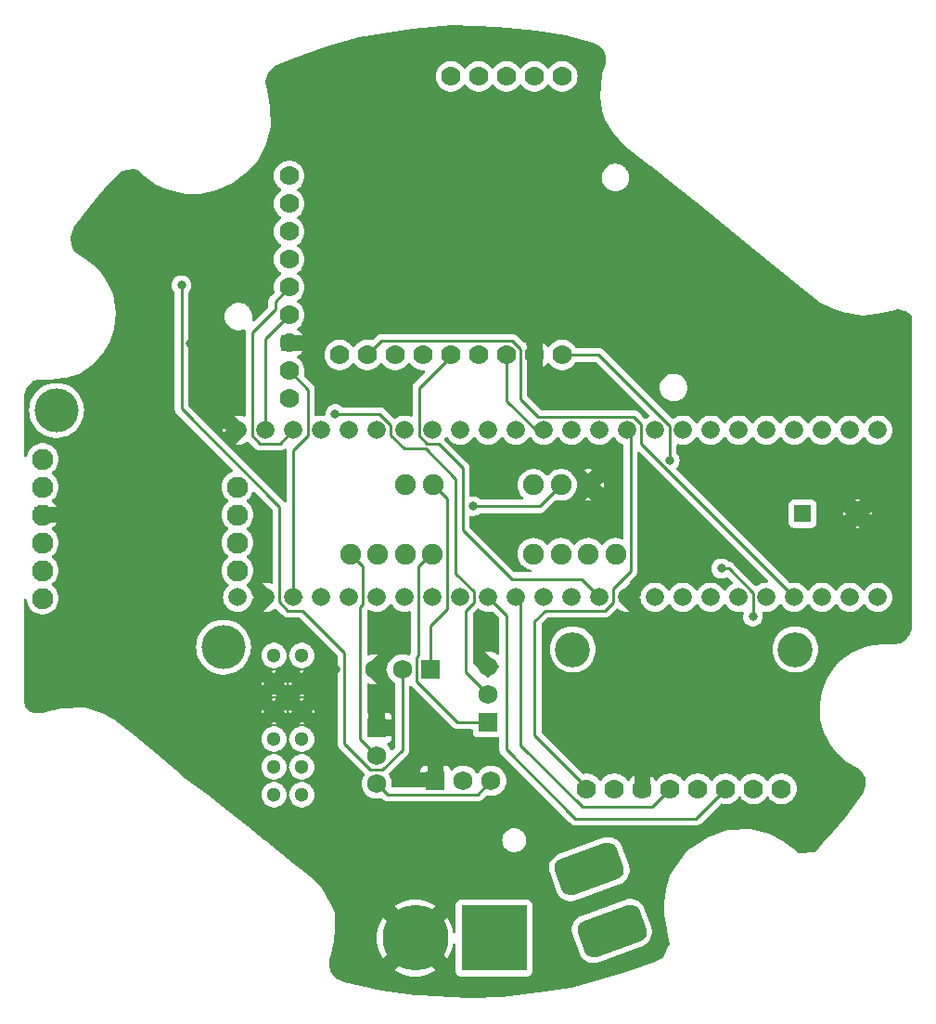
<source format=gtl>
%TF.GenerationSoftware,KiCad,Pcbnew,7.0.9*%
%TF.CreationDate,2024-02-14T22:00:14-05:00*%
%TF.ProjectId,payload24,7061796c-6f61-4643-9234-2e6b69636164,2*%
%TF.SameCoordinates,Original*%
%TF.FileFunction,Copper,L1,Top*%
%TF.FilePolarity,Positive*%
%FSLAX46Y46*%
G04 Gerber Fmt 4.6, Leading zero omitted, Abs format (unit mm)*
G04 Created by KiCad (PCBNEW 7.0.9) date 2024-02-14 22:00:14*
%MOMM*%
%LPD*%
G01*
G04 APERTURE LIST*
G04 Aperture macros list*
%AMRoundRect*
0 Rectangle with rounded corners*
0 $1 Rounding radius*
0 $2 $3 $4 $5 $6 $7 $8 $9 X,Y pos of 4 corners*
0 Add a 4 corners polygon primitive as box body*
4,1,4,$2,$3,$4,$5,$6,$7,$8,$9,$2,$3,0*
0 Add four circle primitives for the rounded corners*
1,1,$1+$1,$2,$3*
1,1,$1+$1,$4,$5*
1,1,$1+$1,$6,$7*
1,1,$1+$1,$8,$9*
0 Add four rect primitives between the rounded corners*
20,1,$1+$1,$2,$3,$4,$5,0*
20,1,$1+$1,$4,$5,$6,$7,0*
20,1,$1+$1,$6,$7,$8,$9,0*
20,1,$1+$1,$8,$9,$2,$3,0*%
G04 Aperture macros list end*
%TA.AperFunction,ComponentPad*%
%ADD10C,1.778000*%
%TD*%
%TA.AperFunction,ComponentPad*%
%ADD11C,1.905000*%
%TD*%
%TA.AperFunction,ComponentPad*%
%ADD12RoundRect,0.875000X1.697579X1.549024X-2.296114X0.095438X-1.697579X-1.549024X2.296114X-0.095438X0*%
%TD*%
%TA.AperFunction,ComponentPad*%
%ADD13C,1.930400*%
%TD*%
%TA.AperFunction,ComponentPad*%
%ADD14C,4.000000*%
%TD*%
%TA.AperFunction,ComponentPad*%
%ADD15C,3.200000*%
%TD*%
%TA.AperFunction,ComponentPad*%
%ADD16C,1.300000*%
%TD*%
%TA.AperFunction,ComponentPad*%
%ADD17R,1.574800X1.574800*%
%TD*%
%TA.AperFunction,ComponentPad*%
%ADD18C,1.574800*%
%TD*%
%TA.AperFunction,ComponentPad*%
%ADD19R,1.755000X1.755000*%
%TD*%
%TA.AperFunction,ComponentPad*%
%ADD20C,1.755000*%
%TD*%
%TA.AperFunction,ComponentPad*%
%ADD21C,6.000000*%
%TD*%
%TA.AperFunction,ComponentPad*%
%ADD22R,6.000000X6.000000*%
%TD*%
%TA.AperFunction,ComponentPad*%
%ADD23C,1.665000*%
%TD*%
%TA.AperFunction,ViaPad*%
%ADD24C,0.800000*%
%TD*%
%TA.AperFunction,Conductor*%
%ADD25C,0.250000*%
%TD*%
%TA.AperFunction,Conductor*%
%ADD26C,2.540000*%
%TD*%
G04 APERTURE END LIST*
D10*
%TO.P,U3,1,PPS*%
%TO.N,unconnected-(U3-PPS-Pad1)*%
X49305000Y-49935000D03*
%TO.P,U3,2,VIN*%
%TO.N,3.3V-Teensy1*%
X49305000Y-47395000D03*
%TO.P,U3,3,GND*%
%TO.N,GND*%
X49305000Y-44855000D03*
%TO.P,U3,4,RX*%
%TO.N,RX1*%
X49305000Y-42315000D03*
%TO.P,U3,5,TX*%
%TO.N,TX1*%
X49305000Y-39775000D03*
%TO.P,U3,6,FIX*%
%TO.N,unconnected-(U3-FIX-Pad6)*%
X49305000Y-37235000D03*
%TO.P,U3,7,VBAT*%
%TO.N,unconnected-(U3-VBAT-Pad7)*%
X49305000Y-34695000D03*
%TO.P,U3,8,EN*%
%TO.N,EN1*%
X49305000Y-32155000D03*
%TO.P,U3,9,3.3V*%
%TO.N,unconnected-(U3-3.3V-Pad9)*%
X49305000Y-29615000D03*
%TD*%
D11*
%TO.P,J2,1,+*%
%TO.N,5V-Power Reg.*%
X59950000Y-57785800D03*
%TO.P,J2,2,-*%
%TO.N,Net-(J2--)*%
X62450000Y-57785800D03*
%TD*%
%TO.P,J1,1,PWM*%
%TO.N,/Retention  Signal*%
X71600000Y-57785800D03*
%TO.P,J1,2,+*%
%TO.N,5V-Power Reg.*%
X74100000Y-57785800D03*
%TO.P,J1,3,-*%
%TO.N,GND*%
X76600000Y-57785800D03*
%TD*%
D12*
%TO.P,SW1,1,A*%
%TO.N,/22.2V*%
X78748599Y-98457885D03*
%TO.P,SW1,2,B*%
%TO.N,/.1in*%
X76698663Y-92825731D03*
%TD*%
D13*
%TO.P,U14,1,Vin*%
%TO.N,3.3V-Teensy*%
X26800000Y-55445000D03*
%TO.P,U14,2,3v*%
%TO.N,unconnected-(U14-3v-Pad2)*%
X26800000Y-57985000D03*
%TO.P,U14,3,GND*%
%TO.N,GND*%
X26800000Y-60525000D03*
%TO.P,U14,4,SCL*%
%TO.N,SCL2*%
X26800000Y-63065000D03*
%TO.P,U14,5,SDA*%
%TO.N,SDA2*%
X26800000Y-65605000D03*
%TO.P,U14,6,RST*%
%TO.N,RST2*%
X26800000Y-68145000D03*
%TO.P,U14,7,INT*%
%TO.N,unconnected-(U14-INT-Pad7)*%
X44580000Y-57985000D03*
%TO.P,U14,8,ADR*%
%TO.N,unconnected-(U14-ADR-Pad8)*%
X44580000Y-60525000D03*
%TO.P,U14,9,PS0*%
%TO.N,unconnected-(U14-PS0-Pad9)*%
X44580000Y-63065000D03*
%TO.P,U14,10,PS1*%
%TO.N,unconnected-(U14-PS1-Pad10)*%
X44580000Y-65605000D03*
D14*
%TO.P,U14,P$1*%
%TO.N,N/C*%
X28070000Y-51000000D03*
X43310000Y-72590000D03*
%TD*%
D11*
%TO.P,J3,1,+*%
%TO.N,Net-(U2-VO)*%
X71600000Y-64085800D03*
%TO.P,J3,2,+*%
X74100000Y-64085800D03*
%TO.P,J3,3,-*%
%TO.N,Net-(Q3-D)*%
X76600000Y-64085800D03*
%TO.P,J3,4,-*%
X79100000Y-64085800D03*
%TD*%
D10*
%TO.P,U8,1,Vin*%
%TO.N,3.3V-Teensy*%
X76460000Y-85500000D03*
%TO.P,U8,2,3Vo*%
%TO.N,unconnected-(U8-3Vo-Pad2)*%
X79000000Y-85500000D03*
%TO.P,U8,3,GND*%
%TO.N,GND*%
X81540000Y-85500000D03*
%TO.P,U8,4,SCL*%
%TO.N,SCL1*%
X84080000Y-85500000D03*
%TO.P,U8,5,SDO*%
%TO.N,unconnected-(U8-SDO-Pad5)*%
X86620000Y-85500000D03*
%TO.P,U8,6,SDA*%
%TO.N,SDA1*%
X89160000Y-85500000D03*
%TO.P,U8,7,CS*%
%TO.N,unconnected-(U8-CS-Pad7)*%
X91700000Y-85500000D03*
%TO.P,U8,8,INT*%
%TO.N,unconnected-(U8-INT-Pad8)*%
X94240000Y-85500000D03*
D15*
%TO.P,U8,P$1*%
%TO.N,N/C*%
X75190000Y-72800000D03*
X95510000Y-72800000D03*
%TD*%
D16*
%TO.P,U5,1,PG*%
%TO.N,unconnected-(U5-PG-Pad1)*%
X50460000Y-86050000D03*
%TO.P,U5,2,EN*%
%TO.N,unconnected-(U5-EN-Pad2)*%
X47920000Y-86050000D03*
%TO.P,U5,3,VRP*%
%TO.N,unconnected-(U5-VRP-Pad3)*%
X50460000Y-83510000D03*
X47920000Y-83510000D03*
%TO.P,U5,4,VIN*%
%TO.N,/.1in*%
X50460000Y-80970000D03*
X47920000Y-80970000D03*
%TO.P,U5,5,GND*%
%TO.N,GND*%
X50460000Y-75890000D03*
X47920000Y-75890000D03*
X50460000Y-78430000D03*
X47920000Y-78430000D03*
%TO.P,U5,6,VOUT*%
%TO.N,5V-Power Reg.*%
X50460000Y-73350000D03*
X47920000Y-73350000D03*
%TD*%
D17*
%TO.P,LS1,1,1*%
%TO.N,Net-(U1-A4|SDA|PWM)*%
X96170000Y-60420000D03*
D18*
%TO.P,LS1,2,2*%
%TO.N,GND*%
X101170000Y-60420000D03*
%TD*%
D11*
%TO.P,J4,1,+*%
%TO.N,Net-(U7-VO)*%
X54900000Y-64085800D03*
%TO.P,J4,2,+*%
X57400000Y-64085800D03*
%TO.P,J4,3,-*%
%TO.N,Net-(Q3-D)*%
X59900000Y-64085800D03*
%TO.P,J4,4,-*%
X62400000Y-64085800D03*
%TD*%
D19*
%TO.P,Q1,1,D*%
%TO.N,Net-(J2--)*%
X62160000Y-74630000D03*
D20*
%TO.P,Q1,2,G*%
%TO.N,Net-(Q1-G)*%
X59620000Y-74630000D03*
%TO.P,Q1,3,S*%
%TO.N,GND*%
X57080000Y-74630000D03*
%TD*%
D21*
%TO.P,U6,N,-*%
%TO.N,GND*%
X60800000Y-99125000D03*
D22*
%TO.P,U6,P,+*%
%TO.N,/22.2V*%
X68000000Y-99125000D03*
%TD*%
D19*
%TO.P,Q3,1,D*%
%TO.N,Net-(Q3-D)*%
X67450000Y-79440000D03*
D20*
%TO.P,Q3,2,G*%
%TO.N,Net-(Q3-G)*%
X67450000Y-76900000D03*
%TO.P,Q3,3,S*%
%TO.N,GND*%
X67450000Y-74360000D03*
%TD*%
D19*
%TO.P,U2,1,GND*%
%TO.N,GND*%
X62660000Y-84780000D03*
D20*
%TO.P,U2,2,VO*%
%TO.N,Net-(U2-VO)*%
X65200000Y-84780000D03*
%TO.P,U2,3,VI*%
%TO.N,5V-Power Reg.*%
X67740000Y-84780000D03*
%TD*%
D23*
%TO.P,U1,0,PWM|CRX2|CS1|RX1*%
%TO.N,RX1*%
X47150000Y-52800000D03*
%TO.P,U1,1,PWM|CTX2|MISO1|TX1*%
%TO.N,TX1*%
X49690000Y-52800000D03*
%TO.P,U1,2,PWM|OUT2*%
%TO.N,unconnected-(U1-PWM|OUT2-Pad2)*%
X52230000Y-52800000D03*
%TO.P,U1,3,PWM|LRCLK2*%
%TO.N,unconnected-(U1-PWM|LRCLK2-Pad3)*%
X54770000Y-52800000D03*
%TO.P,U1,3.3V1,3.3V*%
%TO.N,3.3V-Teensy*%
X80170000Y-52800000D03*
%TO.P,U1,3.3V2,3.3V(250mA_max)*%
%TO.N,3.3V-Teensy1*%
X49690000Y-68040000D03*
%TO.P,U1,4,PWM|BCLK2*%
%TO.N,unconnected-(U1-PWM|BCLK2-Pad4)*%
X57310000Y-52800000D03*
%TO.P,U1,5,PWM|IN2*%
%TO.N,unconnected-(U1-PWM|IN2-Pad5)*%
X59850000Y-52800000D03*
%TO.P,U1,6,PWM|OUT1D*%
%TO.N,unconnected-(U1-PWM|OUT1D-Pad6)*%
X62390000Y-52800000D03*
%TO.P,U1,7,PWM|OUT1A|RX2*%
%TO.N,unconnected-(U1-PWM|OUT1A|RX2-Pad7)*%
X64930000Y-52800000D03*
%TO.P,U1,8,PWM|IN1|TX2*%
%TO.N,unconnected-(U1-PWM|IN1|TX2-Pad8)*%
X67470000Y-52800000D03*
%TO.P,U1,9,PWM|OUT1C*%
%TO.N,unconnected-(U1-PWM|OUT1C-Pad9)*%
X70010000Y-52800000D03*
%TO.P,U1,10,PWM|MQSR|CS*%
%TO.N,EN2*%
X72550000Y-52800000D03*
%TO.P,U1,11,PWM|CTX1|MOSI*%
%TO.N,MOSI*%
X75090000Y-52800000D03*
%TO.P,U1,12,PWM|MQSL|MISO*%
%TO.N,MISO*%
X77630000Y-52800000D03*
%TO.P,U1,13,(LED)SCK*%
%TO.N,SCK*%
X77630000Y-68040000D03*
%TO.P,U1,14,A0|TX3|S/PDIF_OUT|PWM*%
%TO.N,unconnected-(U1-A0|TX3|S{slash}PDIF_OUT|PWM-Pad14)*%
X75090000Y-68040000D03*
%TO.P,U1,15,A1|RX3|S/PDIF_IN|PWM*%
%TO.N,unconnected-(U1-A1|RX3|S{slash}PDIF_IN|PWM-Pad15)*%
X72550000Y-68040000D03*
%TO.P,U1,16,A2|RX4|SCL1*%
%TO.N,SCL1*%
X70010000Y-68040000D03*
%TO.P,U1,17,A3|TX4|SDA1*%
%TO.N,SDA1*%
X67470000Y-68040000D03*
%TO.P,U1,18,A4|SDA|PWM*%
%TO.N,Net-(U1-A4|SDA|PWM)*%
X64930000Y-68040000D03*
%TO.P,U1,19,A5|SCL|PWM*%
%TO.N,unconnected-(U1-A5|SCL|PWM-Pad19)*%
X62390000Y-68040000D03*
%TO.P,U1,20,A6|TX5|LRCLK1*%
%TO.N,unconnected-(U1-A6|TX5|LRCLK1-Pad20)*%
X59850000Y-68040000D03*
%TO.P,U1,21,A7|RX5|BCLK1*%
%TO.N,unconnected-(U1-A7|RX5|BCLK1-Pad21)*%
X57310000Y-68040000D03*
%TO.P,U1,22,A8|CTX1|PWM*%
%TO.N,unconnected-(U1-A8|CTX1|PWM-Pad22)*%
X54770000Y-68040000D03*
%TO.P,U1,23,A9|CRX1|MCLK1|PWM*%
%TO.N,/Retention  Signal*%
X52230000Y-68040000D03*
%TO.P,U1,24,PWM|SCL2|TX6|A10*%
%TO.N,SCL2*%
X82710000Y-52800000D03*
%TO.P,U1,25,PWM|SDA2|RX6|A11*%
%TO.N,SDA2*%
X85250000Y-52800000D03*
%TO.P,U1,26,MOSI1|A12*%
%TO.N,unconnected-(U1-MOSI1|A12-Pad26)*%
X87790000Y-52800000D03*
%TO.P,U1,27,SCK1|A13*%
%TO.N,Open Signal*%
X90330000Y-52800000D03*
%TO.P,U1,28,PWM|RX7*%
%TO.N,unconnected-(U1-PWM|RX7-Pad28)*%
X92870000Y-52800000D03*
%TO.P,U1,29,PWM|TX7*%
%TO.N,unconnected-(U1-PWM|TX7-Pad29)*%
X95410000Y-52800000D03*
%TO.P,U1,30,CRX3*%
%TO.N,G0*%
X97950000Y-52800000D03*
%TO.P,U1,31,CTX3*%
%TO.N,EN1*%
X100490000Y-52800000D03*
%TO.P,U1,32,OUT1B*%
%TO.N,unconnected-(U1-OUT1B-Pad32)*%
X103030000Y-52800000D03*
%TO.P,U1,33,MCLK2|PWM*%
%TO.N,unconnected-(U1-MCLK2|PWM-Pad33)*%
X103030000Y-68040000D03*
%TO.P,U1,34,RX8*%
%TO.N,unconnected-(U1-RX8-Pad34)*%
X100490000Y-68040000D03*
%TO.P,U1,35,TX8*%
%TO.N,unconnected-(U1-TX8-Pad35)*%
X97950000Y-68040000D03*
%TO.P,U1,36,CS|PWM*%
%TO.N,CS*%
X95410000Y-68040000D03*
%TO.P,U1,37,CS|PWM*%
%TO.N,unconnected-(U1-CS|PWM-Pad37)*%
X92870000Y-68040000D03*
%TO.P,U1,38,A14|CS1|IN1*%
%TO.N,unconnected-(U1-A14|CS1|IN1-Pad38)*%
X90330000Y-68040000D03*
%TO.P,U1,39,A15|MISO1|OUT1A*%
%TO.N,unconnected-(U1-A15|MISO1|OUT1A-Pad39)*%
X87790000Y-68040000D03*
%TO.P,U1,40,A16*%
%TO.N,unconnected-(U1-A16-Pad40)*%
X85250000Y-68040000D03*
%TO.P,U1,41,A17*%
%TO.N,RST2*%
X82710000Y-68040000D03*
%TO.P,U1,GND1,GND*%
%TO.N,GND*%
X44610000Y-52800000D03*
%TO.P,U1,GND2,GND*%
X80170000Y-68040000D03*
%TO.P,U1,GND3,GND*%
X47150000Y-68040000D03*
%TO.P,U1,Vin,Vin(3.6to5.5volts)*%
%TO.N,5V-Power Reg.*%
X44610000Y-68040000D03*
%TD*%
D19*
%TO.P,U7,1,GND*%
%TO.N,GND*%
X57290000Y-79950000D03*
D20*
%TO.P,U7,2,VO*%
%TO.N,Net-(U7-VO)*%
X57290000Y-82490000D03*
%TO.P,U7,3,VI*%
%TO.N,5V-Power Reg.*%
X57290000Y-85030000D03*
%TD*%
D10*
%TO.P,U4,1,VIN*%
%TO.N,5V-Power Reg.*%
X74230000Y-45940000D03*
%TO.P,U4,2,GND*%
%TO.N,GND*%
X71690000Y-45940000D03*
%TO.P,U4,3,EN*%
%TO.N,EN2*%
X69150000Y-45940000D03*
%TO.P,U4,4,G0*%
%TO.N,G0*%
X66610000Y-45940000D03*
%TO.P,U4,5,SCK*%
%TO.N,SCK*%
X64070000Y-45940000D03*
%TO.P,U4,6,MISO*%
%TO.N,MISO*%
X61530000Y-45940000D03*
%TO.P,U4,7,MOSI*%
%TO.N,MOSI*%
X58990000Y-45940000D03*
%TO.P,U4,8,CS*%
%TO.N,CS*%
X56450000Y-45940000D03*
%TO.P,U4,9,RST*%
%TO.N,unconnected-(U4-RST-Pad9)*%
X53910000Y-45940000D03*
%TO.P,U4,10,G1*%
%TO.N,unconnected-(U4-G1-Pad10)*%
X74230000Y-20540000D03*
%TO.P,U4,11,G2*%
%TO.N,unconnected-(U4-G2-Pad11)*%
X71690000Y-20540000D03*
%TO.P,U4,12,G3*%
%TO.N,unconnected-(U4-G3-Pad12)*%
X69150000Y-20540000D03*
%TO.P,U4,13,G4*%
%TO.N,unconnected-(U4-G4-Pad13)*%
X66610000Y-20540000D03*
%TO.P,U4,14,G5*%
%TO.N,unconnected-(U4-G5-Pad14)*%
X64070000Y-20540000D03*
%TD*%
D24*
%TO.N,5V-Power Reg.*%
X84042655Y-55577345D03*
X66100000Y-59740000D03*
%TO.N,GND*%
X86530000Y-77050000D03*
X79280000Y-56340000D03*
X86417400Y-73390000D03*
X86392400Y-80692200D03*
X53540000Y-74640000D03*
X40250600Y-44930000D03*
X59910000Y-72500000D03*
X40330000Y-37680000D03*
X81790000Y-56340000D03*
%TO.N,Net-(U2-VO)*%
X91630000Y-69810000D03*
X88740000Y-65420000D03*
%TO.N,Net-(Q1-G)*%
X39476100Y-39588900D03*
%TO.N,Net-(Q3-G)*%
X53500100Y-51330400D03*
%TD*%
D25*
%TO.N,5V-Power Reg.*%
X74230000Y-45940000D02*
X77557663Y-45940000D01*
X74100000Y-57785800D02*
X72145800Y-59740000D01*
X66487500Y-86032500D02*
X58292500Y-86032500D01*
X77557663Y-45940000D02*
X84042655Y-52424992D01*
X84042655Y-52424992D02*
X84042655Y-55577345D01*
X58292500Y-86032500D02*
X57290000Y-85030000D01*
X72145800Y-59740000D02*
X66100000Y-59740000D01*
X67740000Y-84780000D02*
X66487500Y-86032500D01*
%TO.N,GND*%
X59210000Y-72500000D02*
X59910000Y-72500000D01*
X78045800Y-56340000D02*
X79280000Y-56340000D01*
X57080000Y-74630000D02*
X59210000Y-72500000D01*
X76600000Y-57785800D02*
X78045800Y-56340000D01*
X50460000Y-75890000D02*
X52290000Y-75890000D01*
X80170000Y-68040000D02*
X85520000Y-73390000D01*
X52290000Y-75890000D02*
X53540000Y-74640000D01*
X85520000Y-73390000D02*
X86417400Y-73390000D01*
%TO.N,Net-(J2--)*%
X62450000Y-57785800D02*
X61914200Y-57785800D01*
X62450000Y-57785800D02*
X63727500Y-59063300D01*
X63722500Y-69077500D02*
X62160000Y-70640000D01*
X63727500Y-59063300D02*
X63727500Y-67534800D01*
X63722500Y-67539800D02*
X63722500Y-69077500D01*
X62160000Y-70640000D02*
X62160000Y-74630000D01*
X63727500Y-67534800D02*
X63722500Y-67539800D01*
%TO.N,Net-(U2-VO)*%
X91630000Y-67632337D02*
X91630000Y-69810000D01*
X88740000Y-65420000D02*
X89417663Y-65420000D01*
X89417663Y-65420000D02*
X91630000Y-67632337D01*
%TO.N,Net-(Q3-D)*%
X60907500Y-75689600D02*
X60907500Y-73536800D01*
X60907500Y-73536800D02*
X61066800Y-73377500D01*
X62233600Y-64085800D02*
X62400000Y-64085800D01*
X61066800Y-73377500D02*
X61066800Y-65252600D01*
X67450000Y-79440000D02*
X64657900Y-79440000D01*
X64657900Y-79440000D02*
X60907500Y-75689600D01*
X61066800Y-65252600D02*
X62233600Y-64085800D01*
%TO.N,Net-(U7-VO)*%
X56040000Y-68685200D02*
X56040000Y-65225800D01*
X55775700Y-68949500D02*
X56040000Y-68685200D01*
X57290000Y-82490000D02*
X55775700Y-80975700D01*
X55775700Y-80975700D02*
X55775700Y-68949500D01*
X56040000Y-65225800D02*
X54900000Y-64085800D01*
%TO.N,Net-(Q1-G)*%
X59620000Y-74630000D02*
X59620000Y-81975000D01*
X56715100Y-83760000D02*
X54360000Y-81404900D01*
X49189800Y-69247500D02*
X48420000Y-68477700D01*
X39476100Y-50853700D02*
X39476100Y-39588900D01*
X48420000Y-59797600D02*
X39476100Y-50853700D01*
X57835000Y-83760000D02*
X56715100Y-83760000D01*
X59620000Y-81975000D02*
X57835000Y-83760000D01*
X48420000Y-68477700D02*
X48420000Y-59797600D01*
X54360000Y-81404900D02*
X54360000Y-73130000D01*
X50477500Y-69247500D02*
X49189800Y-69247500D01*
X54360000Y-73130000D02*
X50477500Y-69247500D01*
%TO.N,Net-(Q3-G)*%
X58580000Y-52347200D02*
X58580000Y-53240300D01*
X59847200Y-54507500D02*
X61757500Y-54507500D01*
X64510000Y-65912300D02*
X66137500Y-67539800D01*
X58580000Y-53240300D02*
X59847200Y-54507500D01*
X65430200Y-74880200D02*
X67450000Y-76900000D01*
X65430200Y-69247500D02*
X65430200Y-74880200D01*
X57563200Y-51330400D02*
X58580000Y-52347200D01*
X64510000Y-57260000D02*
X64510000Y-65912300D01*
X66137500Y-68540200D02*
X65430200Y-69247500D01*
X53500100Y-51330400D02*
X57563200Y-51330400D01*
X66137500Y-67539800D02*
X66137500Y-68540200D01*
X61757500Y-54507500D02*
X64510000Y-57260000D01*
D26*
%TO.N,/22.2V*%
X78081500Y-99125000D02*
X78748600Y-98457900D01*
D25*
%TO.N,RX1*%
X47150000Y-44470000D02*
X49305000Y-42315000D01*
X47150000Y-52800000D02*
X47150000Y-44470000D01*
%TO.N,TX1*%
X45933500Y-53315400D02*
X45933500Y-43898400D01*
X48029400Y-41050600D02*
X49305000Y-39775000D01*
X45933500Y-43898400D02*
X48029400Y-41802500D01*
X48029400Y-41802500D02*
X48029400Y-41050600D01*
X48473600Y-54016400D02*
X46634500Y-54016400D01*
X46634500Y-54016400D02*
X45933500Y-53315400D01*
X49690000Y-52800000D02*
X48473600Y-54016400D01*
%TO.N,3.3V-Teensy*%
X78837500Y-68540200D02*
X78130200Y-69247500D01*
X80468700Y-53098700D02*
X80468700Y-65631300D01*
X78837500Y-67262500D02*
X78837500Y-68540200D01*
X80170000Y-52800000D02*
X80468700Y-53098700D01*
X78130200Y-69247500D02*
X72662500Y-69247500D01*
X71700000Y-70210000D02*
X71700000Y-80650000D01*
X71700000Y-80650000D02*
X76460000Y-85410000D01*
X80468700Y-65631300D02*
X78837500Y-67262500D01*
X76460000Y-85410000D02*
X76460000Y-85500000D01*
X72662500Y-69247500D02*
X71700000Y-70210000D01*
%TO.N,3.3V-Teensy1*%
X51022500Y-49112500D02*
X49305000Y-47395000D01*
X49690000Y-54632700D02*
X49690000Y-68040000D01*
X51022500Y-53300200D02*
X49690000Y-54632700D01*
X51022500Y-53300200D02*
X51022500Y-49112500D01*
X49690000Y-68040000D02*
X50430000Y-68040000D01*
%TO.N,EN2*%
X69150000Y-45940000D02*
X69130000Y-45960000D01*
X71820000Y-52800000D02*
X72550000Y-52800000D01*
X69130000Y-45960000D02*
X69130000Y-50110000D01*
X69130000Y-50110000D02*
X71820000Y-52800000D01*
%TO.N,SCK*%
X61889837Y-54007500D02*
X62917500Y-54007500D01*
X61182500Y-48937500D02*
X61182500Y-53300163D01*
X62917500Y-54007500D02*
X65120000Y-56210000D01*
X75980000Y-66390000D02*
X77630000Y-68040000D01*
X69620000Y-66390000D02*
X75980000Y-66390000D01*
X65120000Y-56210000D02*
X65120000Y-61890000D01*
X64070000Y-45940000D02*
X64070000Y-46050000D01*
X65120000Y-61890000D02*
X69620000Y-66390000D01*
X61182500Y-53300163D02*
X61889837Y-54007500D01*
X64070000Y-46050000D02*
X61182500Y-48937500D01*
%TO.N,SCL1*%
X70430000Y-68460000D02*
X70010000Y-68040000D01*
X82430000Y-87150000D02*
X76040000Y-87150000D01*
X84080000Y-85500000D02*
X82430000Y-87150000D01*
X70430000Y-81540000D02*
X70430000Y-68460000D01*
X76040000Y-87150000D02*
X70430000Y-81540000D01*
%TO.N,SDA1*%
X69110000Y-81910000D02*
X75430000Y-88230000D01*
X67470000Y-68040000D02*
X69110000Y-69680000D01*
X86430000Y-88230000D02*
X89160000Y-85500000D01*
X75430000Y-88230000D02*
X86430000Y-88230000D01*
X69110000Y-69680000D02*
X69110000Y-81910000D01*
%TO.N,CS*%
X69649900Y-44644200D02*
X70414000Y-45408300D01*
X72047100Y-51590000D02*
X80745600Y-51590000D01*
X56450000Y-45940000D02*
X57745800Y-44644200D01*
X80745600Y-51590000D02*
X81440000Y-52284400D01*
X57745800Y-44644200D02*
X69649900Y-44644200D01*
X81440000Y-54070000D02*
X95410000Y-68040000D01*
X70414000Y-49956900D02*
X72047100Y-51590000D01*
X70414000Y-45408300D02*
X70414000Y-49956900D01*
X81440000Y-52284400D02*
X81440000Y-54070000D01*
%TD*%
%TA.AperFunction,Conductor*%
%TO.N,GND*%
G36*
X58647859Y-68660248D02*
G01*
X58686879Y-68705280D01*
X58688473Y-68704360D01*
X58691176Y-68709042D01*
X58691178Y-68709046D01*
X58824962Y-68900109D01*
X58989891Y-69065038D01*
X59180954Y-69198822D01*
X59297987Y-69253395D01*
X59392339Y-69297392D01*
X59392341Y-69297392D01*
X59392346Y-69297395D01*
X59392351Y-69297396D01*
X59392353Y-69297397D01*
X59420997Y-69305072D01*
X59617643Y-69357763D01*
X59803528Y-69374026D01*
X59849999Y-69378092D01*
X59850000Y-69378092D01*
X59850001Y-69378092D01*
X59888726Y-69374703D01*
X60082357Y-69357763D01*
X60285209Y-69303409D01*
X60355056Y-69305072D01*
X60412919Y-69344234D01*
X60440423Y-69408463D01*
X60441300Y-69423184D01*
X60441300Y-73070414D01*
X60421615Y-73137453D01*
X60407695Y-73155295D01*
X60397437Y-73166218D01*
X60397436Y-73166220D01*
X60387784Y-73183776D01*
X60377110Y-73200026D01*
X60364829Y-73215861D01*
X60364824Y-73215868D01*
X60346315Y-73258638D01*
X60343745Y-73263885D01*
X60321101Y-73305075D01*
X60271555Y-73354340D01*
X60203240Y-73368997D01*
X60172175Y-73362620D01*
X59959440Y-73289588D01*
X59734184Y-73252000D01*
X59505816Y-73252000D01*
X59280559Y-73289588D01*
X59064569Y-73363737D01*
X59064564Y-73363739D01*
X58863724Y-73472429D01*
X58683508Y-73612697D01*
X58528834Y-73780716D01*
X58403930Y-73971897D01*
X58312196Y-74181032D01*
X58256135Y-74402413D01*
X58249759Y-74479353D01*
X58224605Y-74544538D01*
X58213865Y-74556792D01*
X58140660Y-74629999D01*
X58213864Y-74703203D01*
X58247349Y-74764526D01*
X58249759Y-74780644D01*
X58256134Y-74857581D01*
X58256136Y-74857592D01*
X58312196Y-75078967D01*
X58403930Y-75288102D01*
X58528834Y-75479283D01*
X58528837Y-75479286D01*
X58683507Y-75647302D01*
X58795761Y-75734673D01*
X58863719Y-75787567D01*
X58863723Y-75787570D01*
X58908385Y-75811739D01*
X58920190Y-75818128D01*
X58929517Y-75823175D01*
X58979108Y-75872394D01*
X58994500Y-75932230D01*
X58994500Y-81664546D01*
X58974815Y-81731585D01*
X58958181Y-81752227D01*
X58747959Y-81962448D01*
X58686636Y-81995933D01*
X58616944Y-81990949D01*
X58561011Y-81949077D01*
X58546722Y-81924577D01*
X58506069Y-81831897D01*
X58381165Y-81640716D01*
X58297483Y-81549814D01*
X58259896Y-81508983D01*
X58228975Y-81446331D01*
X58236835Y-81376905D01*
X58280982Y-81322749D01*
X58307794Y-81308820D01*
X58409586Y-81270854D01*
X58409593Y-81270850D01*
X58524687Y-81184690D01*
X58524690Y-81184687D01*
X58610850Y-81069593D01*
X58610854Y-81069586D01*
X58661096Y-80934879D01*
X58661098Y-80934872D01*
X58667499Y-80875344D01*
X58667500Y-80875327D01*
X58667500Y-80700000D01*
X56664000Y-80700000D01*
X56596961Y-80680315D01*
X56551206Y-80627511D01*
X56540000Y-80576000D01*
X56540000Y-79950000D01*
X56699952Y-79950000D01*
X56720057Y-80102716D01*
X56779003Y-80245024D01*
X56872773Y-80367227D01*
X56994976Y-80460997D01*
X57137284Y-80519943D01*
X57251656Y-80535000D01*
X57328344Y-80535000D01*
X57442716Y-80519943D01*
X57585024Y-80460997D01*
X57707227Y-80367227D01*
X57800997Y-80245024D01*
X57859943Y-80102716D01*
X57880048Y-79950000D01*
X57859943Y-79797284D01*
X57800997Y-79654976D01*
X57707227Y-79532773D01*
X57585024Y-79439003D01*
X57442716Y-79380057D01*
X57328344Y-79365000D01*
X57251656Y-79365000D01*
X57137284Y-79380057D01*
X56994976Y-79439003D01*
X56872773Y-79532773D01*
X56779003Y-79654976D01*
X56720057Y-79797284D01*
X56699952Y-79950000D01*
X56540000Y-79950000D01*
X56540000Y-78572500D01*
X58040000Y-78572500D01*
X58040000Y-79200000D01*
X58667500Y-79200000D01*
X58667500Y-79024672D01*
X58667499Y-79024655D01*
X58661098Y-78965127D01*
X58661096Y-78965120D01*
X58610854Y-78830413D01*
X58610850Y-78830406D01*
X58524690Y-78715312D01*
X58524687Y-78715309D01*
X58409593Y-78629149D01*
X58409586Y-78629145D01*
X58274879Y-78578903D01*
X58274872Y-78578901D01*
X58215344Y-78572500D01*
X58040000Y-78572500D01*
X56540000Y-78572500D01*
X56525200Y-78572500D01*
X56458161Y-78552815D01*
X56412406Y-78500011D01*
X56401200Y-78448500D01*
X56401200Y-76027052D01*
X56420885Y-75960013D01*
X56473689Y-75914258D01*
X56542847Y-75904314D01*
X56565463Y-75909771D01*
X56740682Y-75969924D01*
X56965858Y-76007500D01*
X57194138Y-76007500D01*
X57194144Y-76007499D01*
X57367851Y-75978511D01*
X56437519Y-75048179D01*
X56404034Y-74986856D01*
X56401200Y-74960498D01*
X56401200Y-74630000D01*
X56489952Y-74630000D01*
X56510057Y-74782716D01*
X56569003Y-74925024D01*
X56662773Y-75047227D01*
X56784976Y-75140997D01*
X56927284Y-75199943D01*
X57041656Y-75215000D01*
X57118344Y-75215000D01*
X57232716Y-75199943D01*
X57375024Y-75140997D01*
X57497227Y-75047227D01*
X57590997Y-74925024D01*
X57649943Y-74782716D01*
X57670048Y-74630000D01*
X57649943Y-74477284D01*
X57590997Y-74334976D01*
X57497227Y-74212773D01*
X57375024Y-74119003D01*
X57232716Y-74060057D01*
X57118344Y-74045000D01*
X57041656Y-74045000D01*
X56927284Y-74060057D01*
X56784976Y-74119003D01*
X56662773Y-74212773D01*
X56569003Y-74334976D01*
X56510057Y-74477284D01*
X56489952Y-74630000D01*
X56401200Y-74630000D01*
X56401200Y-74299502D01*
X56420885Y-74232463D01*
X56437519Y-74211821D01*
X57080000Y-73569340D01*
X57367852Y-73281487D01*
X57194142Y-73252500D01*
X56965858Y-73252500D01*
X56740682Y-73290075D01*
X56565463Y-73350228D01*
X56495664Y-73353378D01*
X56435243Y-73318292D01*
X56403382Y-73256109D01*
X56401200Y-73232947D01*
X56401200Y-69269146D01*
X56420885Y-69202107D01*
X56473689Y-69156352D01*
X56542847Y-69146408D01*
X56596321Y-69167570D01*
X56640954Y-69198822D01*
X56757987Y-69253395D01*
X56852339Y-69297392D01*
X56852341Y-69297392D01*
X56852346Y-69297395D01*
X56852351Y-69297396D01*
X56852353Y-69297397D01*
X56880997Y-69305072D01*
X57077643Y-69357763D01*
X57263528Y-69374026D01*
X57309999Y-69378092D01*
X57310000Y-69378092D01*
X57310001Y-69378092D01*
X57348726Y-69374703D01*
X57542357Y-69357763D01*
X57767654Y-69297395D01*
X57979046Y-69198822D01*
X58170109Y-69065038D01*
X58335038Y-68900109D01*
X58468822Y-68709046D01*
X58468826Y-68709035D01*
X58471527Y-68704360D01*
X58473179Y-68705313D01*
X58513784Y-68659192D01*
X58580976Y-68640036D01*
X58647859Y-68660248D01*
G37*
%TD.AperFunction*%
%TA.AperFunction,Conductor*%
G36*
X66601081Y-69063721D02*
G01*
X66628868Y-69078326D01*
X66800954Y-69198822D01*
X66917987Y-69253395D01*
X67012339Y-69297392D01*
X67012341Y-69297392D01*
X67012346Y-69297395D01*
X67012351Y-69297396D01*
X67012353Y-69297397D01*
X67040997Y-69305072D01*
X67237643Y-69357763D01*
X67423528Y-69374026D01*
X67469999Y-69378092D01*
X67470000Y-69378092D01*
X67470001Y-69378092D01*
X67491191Y-69376238D01*
X67702357Y-69357763D01*
X67791584Y-69333854D01*
X67861432Y-69335517D01*
X67911358Y-69365948D01*
X68448181Y-69902771D01*
X68481666Y-69964094D01*
X68484500Y-69990452D01*
X68484500Y-73165967D01*
X68464815Y-73233006D01*
X68412011Y-73278761D01*
X68342853Y-73288705D01*
X68284338Y-73263821D01*
X68206004Y-73202852D01*
X68005233Y-73094199D01*
X68005228Y-73094197D01*
X67789317Y-73020075D01*
X67564142Y-72982500D01*
X67335858Y-72982500D01*
X67162147Y-73011487D01*
X68422979Y-74272319D01*
X68456464Y-74333642D01*
X68451480Y-74403334D01*
X68422979Y-74447681D01*
X67537681Y-75332979D01*
X67476358Y-75366464D01*
X67406666Y-75361480D01*
X67362319Y-75332979D01*
X66389340Y-74360000D01*
X66859952Y-74360000D01*
X66880057Y-74512716D01*
X66939003Y-74655024D01*
X67032773Y-74777227D01*
X67154976Y-74870997D01*
X67297284Y-74929943D01*
X67411656Y-74945000D01*
X67488344Y-74945000D01*
X67602716Y-74929943D01*
X67745024Y-74870997D01*
X67867227Y-74777227D01*
X67960997Y-74655024D01*
X68019943Y-74512716D01*
X68040048Y-74360000D01*
X68019943Y-74207284D01*
X67960997Y-74064976D01*
X67867227Y-73942773D01*
X67745024Y-73849003D01*
X67602716Y-73790057D01*
X67488344Y-73775000D01*
X67411656Y-73775000D01*
X67297284Y-73790057D01*
X67154976Y-73849003D01*
X67032773Y-73942773D01*
X66939003Y-74064976D01*
X66880057Y-74207284D01*
X66859952Y-74360000D01*
X66389340Y-74360000D01*
X66092019Y-74062679D01*
X66058534Y-74001356D01*
X66055700Y-73974998D01*
X66055700Y-69557952D01*
X66075385Y-69490913D01*
X66092019Y-69470271D01*
X66274107Y-69288183D01*
X66470069Y-69092220D01*
X66531390Y-69058737D01*
X66601081Y-69063721D01*
G37*
%TD.AperFunction*%
%TA.AperFunction,Conductor*%
G36*
X78967859Y-53420248D02*
G01*
X79006879Y-53465280D01*
X79008473Y-53464360D01*
X79011176Y-53469042D01*
X79011178Y-53469046D01*
X79144962Y-53660109D01*
X79309891Y-53825038D01*
X79500954Y-53958822D01*
X79628132Y-54018126D01*
X79712339Y-54057392D01*
X79712341Y-54057393D01*
X79712346Y-54057395D01*
X79751294Y-54067831D01*
X79810952Y-54104193D01*
X79841483Y-54167039D01*
X79843200Y-54187605D01*
X79843200Y-62631030D01*
X79823515Y-62698069D01*
X79770711Y-62743824D01*
X79701553Y-62753768D01*
X79678937Y-62748311D01*
X79457916Y-62672434D01*
X79279777Y-62642708D01*
X79220399Y-62632800D01*
X78979601Y-62632800D01*
X78932098Y-62640726D01*
X78742083Y-62672434D01*
X78514343Y-62750618D01*
X78514334Y-62750621D01*
X78302558Y-62865229D01*
X78172171Y-62966714D01*
X78112537Y-63013129D01*
X78112534Y-63013131D01*
X78112534Y-63013132D01*
X77949445Y-63190294D01*
X77947849Y-63192345D01*
X77946985Y-63192966D01*
X77945976Y-63194063D01*
X77945750Y-63193855D01*
X77891137Y-63233155D01*
X77821364Y-63236825D01*
X77760682Y-63202191D01*
X77752151Y-63192345D01*
X77750554Y-63190294D01*
X77750552Y-63190292D01*
X77750551Y-63190290D01*
X77587463Y-63013129D01*
X77411278Y-62875999D01*
X77397441Y-62865229D01*
X77185665Y-62750621D01*
X77185656Y-62750618D01*
X76957916Y-62672434D01*
X76779777Y-62642708D01*
X76720399Y-62632800D01*
X76479601Y-62632800D01*
X76432098Y-62640726D01*
X76242083Y-62672434D01*
X76014343Y-62750618D01*
X76014334Y-62750621D01*
X75802558Y-62865229D01*
X75672171Y-62966714D01*
X75612537Y-63013129D01*
X75612534Y-63013131D01*
X75612534Y-63013132D01*
X75449445Y-63190294D01*
X75447849Y-63192345D01*
X75446985Y-63192966D01*
X75445976Y-63194063D01*
X75445750Y-63193855D01*
X75391137Y-63233155D01*
X75321364Y-63236825D01*
X75260682Y-63202191D01*
X75252151Y-63192345D01*
X75250554Y-63190294D01*
X75250552Y-63190292D01*
X75250551Y-63190290D01*
X75087463Y-63013129D01*
X74911278Y-62875999D01*
X74897441Y-62865229D01*
X74685665Y-62750621D01*
X74685656Y-62750618D01*
X74457916Y-62672434D01*
X74279777Y-62642708D01*
X74220399Y-62632800D01*
X73979601Y-62632800D01*
X73932098Y-62640726D01*
X73742083Y-62672434D01*
X73514343Y-62750618D01*
X73514334Y-62750621D01*
X73302558Y-62865229D01*
X73172171Y-62966714D01*
X73112537Y-63013129D01*
X73112534Y-63013131D01*
X73112534Y-63013132D01*
X72949445Y-63190294D01*
X72947849Y-63192345D01*
X72946985Y-63192966D01*
X72945976Y-63194063D01*
X72945750Y-63193855D01*
X72891137Y-63233155D01*
X72821364Y-63236825D01*
X72760682Y-63202191D01*
X72752151Y-63192345D01*
X72750554Y-63190294D01*
X72750552Y-63190292D01*
X72750551Y-63190290D01*
X72587463Y-63013129D01*
X72411278Y-62875999D01*
X72397441Y-62865229D01*
X72185665Y-62750621D01*
X72185656Y-62750618D01*
X71957916Y-62672434D01*
X71779777Y-62642708D01*
X71720399Y-62632800D01*
X71479601Y-62632800D01*
X71432098Y-62640726D01*
X71242083Y-62672434D01*
X71014343Y-62750618D01*
X71014334Y-62750621D01*
X70802558Y-62865229D01*
X70672171Y-62966714D01*
X70612537Y-63013129D01*
X70612534Y-63013131D01*
X70612534Y-63013132D01*
X70449449Y-63190290D01*
X70317743Y-63391881D01*
X70221017Y-63612394D01*
X70161904Y-63845827D01*
X70142020Y-64085794D01*
X70142020Y-64085805D01*
X70161904Y-64325772D01*
X70221017Y-64559205D01*
X70312603Y-64768001D01*
X70317745Y-64779722D01*
X70449449Y-64981310D01*
X70612537Y-65158471D01*
X70802561Y-65306372D01*
X71014336Y-65420979D01*
X71116328Y-65455993D01*
X71242083Y-65499165D01*
X71242085Y-65499165D01*
X71242087Y-65499166D01*
X71356098Y-65518191D01*
X71418983Y-65548642D01*
X71455422Y-65608256D01*
X71453847Y-65678108D01*
X71414757Y-65736020D01*
X71350563Y-65763605D01*
X71335688Y-65764500D01*
X69930452Y-65764500D01*
X69863413Y-65744815D01*
X69842771Y-65728181D01*
X65781819Y-61667228D01*
X65748334Y-61605905D01*
X65745500Y-61579547D01*
X65745500Y-60738393D01*
X65765185Y-60671354D01*
X65817989Y-60625599D01*
X65887147Y-60615655D01*
X65895267Y-60617100D01*
X66005354Y-60640500D01*
X66005355Y-60640500D01*
X66194644Y-60640500D01*
X66194646Y-60640500D01*
X66379803Y-60601144D01*
X66552730Y-60524151D01*
X66705871Y-60412888D01*
X66708788Y-60409647D01*
X66711600Y-60406526D01*
X66771087Y-60369879D01*
X66803748Y-60365500D01*
X72063057Y-60365500D01*
X72078677Y-60367224D01*
X72078704Y-60366939D01*
X72086460Y-60367671D01*
X72086467Y-60367673D01*
X72155614Y-60365500D01*
X72185150Y-60365500D01*
X72192028Y-60364630D01*
X72197841Y-60364172D01*
X72244427Y-60362709D01*
X72263669Y-60357117D01*
X72282712Y-60353174D01*
X72302592Y-60350664D01*
X72345922Y-60333507D01*
X72351446Y-60331617D01*
X72355196Y-60330527D01*
X72396190Y-60318618D01*
X72413429Y-60308422D01*
X72430903Y-60299862D01*
X72449527Y-60292488D01*
X72449527Y-60292487D01*
X72449532Y-60292486D01*
X72487249Y-60265082D01*
X72492105Y-60261892D01*
X72532220Y-60238170D01*
X72546389Y-60223999D01*
X72561179Y-60211368D01*
X72577387Y-60199594D01*
X72607099Y-60163676D01*
X72611012Y-60159376D01*
X73560158Y-59210230D01*
X73621479Y-59176747D01*
X73688099Y-59180631D01*
X73742087Y-59199166D01*
X73979601Y-59238800D01*
X73979602Y-59238800D01*
X74220398Y-59238800D01*
X74220399Y-59238800D01*
X74456055Y-59199476D01*
X76246983Y-59199476D01*
X76479643Y-59238300D01*
X76720357Y-59238300D01*
X76953016Y-59199476D01*
X76600001Y-58846460D01*
X76600000Y-58846460D01*
X76246983Y-59199476D01*
X74456055Y-59199476D01*
X74457913Y-59199166D01*
X74685664Y-59120979D01*
X74897439Y-59006372D01*
X75087463Y-58858471D01*
X75250551Y-58681310D01*
X75382255Y-58479722D01*
X75478983Y-58259205D01*
X75538095Y-58025776D01*
X75552023Y-57857689D01*
X76100000Y-57857689D01*
X76140507Y-57995644D01*
X76218239Y-58116598D01*
X76326900Y-58210752D01*
X76457685Y-58270480D01*
X76564237Y-58285800D01*
X76635763Y-58285800D01*
X76742315Y-58270480D01*
X76873100Y-58210752D01*
X76981761Y-58116598D01*
X77059493Y-57995644D01*
X77100000Y-57857689D01*
X77100000Y-57785800D01*
X77660660Y-57785800D01*
X78009907Y-58135047D01*
X78009907Y-58135046D01*
X78037597Y-58025704D01*
X78037601Y-58025684D01*
X78057478Y-57785805D01*
X78057478Y-57785794D01*
X78037601Y-57545915D01*
X78037597Y-57545894D01*
X78009907Y-57436551D01*
X77660660Y-57785799D01*
X77660660Y-57785800D01*
X77100000Y-57785800D01*
X77100000Y-57713911D01*
X77059493Y-57575956D01*
X76981761Y-57455002D01*
X76873100Y-57360848D01*
X76742315Y-57301120D01*
X76635763Y-57285800D01*
X76564237Y-57285800D01*
X76457685Y-57301120D01*
X76326900Y-57360848D01*
X76218239Y-57455002D01*
X76140507Y-57575956D01*
X76100000Y-57713911D01*
X76100000Y-57857689D01*
X75552023Y-57857689D01*
X75557980Y-57785800D01*
X75554574Y-57744700D01*
X75540592Y-57575956D01*
X75538095Y-57545824D01*
X75478983Y-57312395D01*
X75382255Y-57091878D01*
X75250551Y-56890290D01*
X75087463Y-56713129D01*
X74947012Y-56603812D01*
X74897441Y-56565229D01*
X74685665Y-56450621D01*
X74685656Y-56450618D01*
X74457916Y-56372434D01*
X74456052Y-56372123D01*
X76246982Y-56372123D01*
X76600000Y-56725140D01*
X76600001Y-56725140D01*
X76953016Y-56372123D01*
X76720358Y-56333300D01*
X76479642Y-56333300D01*
X76246982Y-56372123D01*
X74456052Y-56372123D01*
X74279777Y-56342708D01*
X74220399Y-56332800D01*
X73979601Y-56332800D01*
X73932098Y-56340726D01*
X73742083Y-56372434D01*
X73514343Y-56450618D01*
X73514334Y-56450621D01*
X73302558Y-56565229D01*
X73208869Y-56638151D01*
X73112537Y-56713129D01*
X73112534Y-56713131D01*
X73112534Y-56713132D01*
X72949445Y-56890294D01*
X72947849Y-56892345D01*
X72946985Y-56892966D01*
X72945976Y-56894063D01*
X72945750Y-56893855D01*
X72891137Y-56933155D01*
X72821364Y-56936825D01*
X72760682Y-56902191D01*
X72752151Y-56892345D01*
X72750554Y-56890294D01*
X72750552Y-56890292D01*
X72750551Y-56890290D01*
X72587463Y-56713129D01*
X72447012Y-56603812D01*
X72397441Y-56565229D01*
X72185665Y-56450621D01*
X72185656Y-56450618D01*
X71957916Y-56372434D01*
X71779777Y-56342708D01*
X71720399Y-56332800D01*
X71479601Y-56332800D01*
X71432098Y-56340726D01*
X71242083Y-56372434D01*
X71014343Y-56450618D01*
X71014334Y-56450621D01*
X70802558Y-56565229D01*
X70708869Y-56638151D01*
X70612537Y-56713129D01*
X70612534Y-56713131D01*
X70612534Y-56713132D01*
X70449449Y-56890290D01*
X70317743Y-57091881D01*
X70221017Y-57312394D01*
X70161904Y-57545827D01*
X70142020Y-57785794D01*
X70142020Y-57785805D01*
X70161904Y-58025772D01*
X70221017Y-58259205D01*
X70313194Y-58469348D01*
X70317745Y-58479722D01*
X70449449Y-58681310D01*
X70612537Y-58858471D01*
X70656447Y-58892647D01*
X70697260Y-58949357D01*
X70700933Y-59019130D01*
X70666302Y-59079814D01*
X70604360Y-59112140D01*
X70580284Y-59114500D01*
X66803748Y-59114500D01*
X66736709Y-59094815D01*
X66711600Y-59073474D01*
X66705873Y-59067114D01*
X66705869Y-59067110D01*
X66552734Y-58955851D01*
X66552729Y-58955848D01*
X66379807Y-58878857D01*
X66379802Y-58878855D01*
X66234001Y-58847865D01*
X66194646Y-58839500D01*
X66005354Y-58839500D01*
X65895279Y-58862896D01*
X65825613Y-58857580D01*
X65769880Y-58815442D01*
X65745775Y-58749862D01*
X65745500Y-58741606D01*
X65745500Y-56292737D01*
X65747224Y-56277123D01*
X65746938Y-56277096D01*
X65747672Y-56269333D01*
X65745500Y-56200202D01*
X65745500Y-56170651D01*
X65745500Y-56170650D01*
X65744629Y-56163759D01*
X65744172Y-56157945D01*
X65742709Y-56111374D01*
X65742709Y-56111372D01*
X65737120Y-56092137D01*
X65733174Y-56073084D01*
X65730664Y-56053208D01*
X65713501Y-56009859D01*
X65711614Y-56004346D01*
X65698617Y-55959610D01*
X65698616Y-55959608D01*
X65688421Y-55942369D01*
X65679860Y-55924893D01*
X65672486Y-55906269D01*
X65672486Y-55906267D01*
X65662474Y-55892488D01*
X65645083Y-55868550D01*
X65641900Y-55863705D01*
X65618170Y-55823579D01*
X65618165Y-55823573D01*
X65604005Y-55809413D01*
X65591370Y-55794620D01*
X65579593Y-55778412D01*
X65543693Y-55748713D01*
X65539381Y-55744790D01*
X63504945Y-53710354D01*
X63471460Y-53649031D01*
X63476444Y-53579339D01*
X63491048Y-53551554D01*
X63548822Y-53469046D01*
X63548826Y-53469037D01*
X63551527Y-53464360D01*
X63553179Y-53465313D01*
X63593784Y-53419192D01*
X63660976Y-53400036D01*
X63727859Y-53420248D01*
X63766879Y-53465280D01*
X63768473Y-53464360D01*
X63771176Y-53469042D01*
X63771178Y-53469046D01*
X63904962Y-53660109D01*
X64069891Y-53825038D01*
X64260954Y-53958822D01*
X64388132Y-54018126D01*
X64472339Y-54057392D01*
X64472341Y-54057392D01*
X64472346Y-54057395D01*
X64472351Y-54057396D01*
X64472353Y-54057397D01*
X64511286Y-54067829D01*
X64697643Y-54117763D01*
X64883528Y-54134026D01*
X64929999Y-54138092D01*
X64930000Y-54138092D01*
X64930001Y-54138092D01*
X64968726Y-54134703D01*
X65162357Y-54117763D01*
X65387654Y-54057395D01*
X65599046Y-53958822D01*
X65790109Y-53825038D01*
X65955038Y-53660109D01*
X66088822Y-53469046D01*
X66088826Y-53469035D01*
X66091527Y-53464360D01*
X66093179Y-53465313D01*
X66133784Y-53419192D01*
X66200976Y-53400036D01*
X66267859Y-53420248D01*
X66306879Y-53465280D01*
X66308473Y-53464360D01*
X66311176Y-53469042D01*
X66311178Y-53469046D01*
X66444962Y-53660109D01*
X66609891Y-53825038D01*
X66800954Y-53958822D01*
X66928132Y-54018126D01*
X67012339Y-54057392D01*
X67012341Y-54057392D01*
X67012346Y-54057395D01*
X67012351Y-54057396D01*
X67012353Y-54057397D01*
X67051286Y-54067829D01*
X67237643Y-54117763D01*
X67423528Y-54134026D01*
X67469999Y-54138092D01*
X67470000Y-54138092D01*
X67470001Y-54138092D01*
X67508726Y-54134703D01*
X67702357Y-54117763D01*
X67927654Y-54057395D01*
X68139046Y-53958822D01*
X68330109Y-53825038D01*
X68495038Y-53660109D01*
X68628822Y-53469046D01*
X68628826Y-53469035D01*
X68631527Y-53464360D01*
X68633179Y-53465313D01*
X68673784Y-53419192D01*
X68740976Y-53400036D01*
X68807859Y-53420248D01*
X68846879Y-53465280D01*
X68848473Y-53464360D01*
X68851176Y-53469042D01*
X68851178Y-53469046D01*
X68984962Y-53660109D01*
X69149891Y-53825038D01*
X69340954Y-53958822D01*
X69468132Y-54018126D01*
X69552339Y-54057392D01*
X69552341Y-54057392D01*
X69552346Y-54057395D01*
X69552351Y-54057396D01*
X69552353Y-54057397D01*
X69591286Y-54067829D01*
X69777643Y-54117763D01*
X69963528Y-54134026D01*
X70009999Y-54138092D01*
X70010000Y-54138092D01*
X70010001Y-54138092D01*
X70048726Y-54134703D01*
X70242357Y-54117763D01*
X70467654Y-54057395D01*
X70679046Y-53958822D01*
X70870109Y-53825038D01*
X71035038Y-53660109D01*
X71168822Y-53469046D01*
X71168826Y-53469035D01*
X71171527Y-53464360D01*
X71173179Y-53465313D01*
X71213784Y-53419192D01*
X71280976Y-53400036D01*
X71347859Y-53420248D01*
X71386879Y-53465280D01*
X71388473Y-53464360D01*
X71391176Y-53469042D01*
X71391178Y-53469046D01*
X71524962Y-53660109D01*
X71689891Y-53825038D01*
X71880954Y-53958822D01*
X72008132Y-54018126D01*
X72092339Y-54057392D01*
X72092341Y-54057392D01*
X72092346Y-54057395D01*
X72092351Y-54057396D01*
X72092353Y-54057397D01*
X72131286Y-54067829D01*
X72317643Y-54117763D01*
X72503528Y-54134026D01*
X72549999Y-54138092D01*
X72550000Y-54138092D01*
X72550001Y-54138092D01*
X72588726Y-54134703D01*
X72782357Y-54117763D01*
X73007654Y-54057395D01*
X73219046Y-53958822D01*
X73410109Y-53825038D01*
X73575038Y-53660109D01*
X73708822Y-53469046D01*
X73708826Y-53469035D01*
X73711527Y-53464360D01*
X73713179Y-53465313D01*
X73753784Y-53419192D01*
X73820976Y-53400036D01*
X73887859Y-53420248D01*
X73926879Y-53465280D01*
X73928473Y-53464360D01*
X73931176Y-53469042D01*
X73931178Y-53469046D01*
X74064962Y-53660109D01*
X74229891Y-53825038D01*
X74420954Y-53958822D01*
X74548132Y-54018126D01*
X74632339Y-54057392D01*
X74632341Y-54057392D01*
X74632346Y-54057395D01*
X74632351Y-54057396D01*
X74632353Y-54057397D01*
X74671286Y-54067829D01*
X74857643Y-54117763D01*
X75043528Y-54134026D01*
X75089999Y-54138092D01*
X75090000Y-54138092D01*
X75090001Y-54138092D01*
X75128726Y-54134703D01*
X75322357Y-54117763D01*
X75547654Y-54057395D01*
X75759046Y-53958822D01*
X75950109Y-53825038D01*
X76115038Y-53660109D01*
X76248822Y-53469046D01*
X76248826Y-53469035D01*
X76251527Y-53464360D01*
X76253179Y-53465313D01*
X76293784Y-53419192D01*
X76360976Y-53400036D01*
X76427859Y-53420248D01*
X76466879Y-53465280D01*
X76468473Y-53464360D01*
X76471176Y-53469042D01*
X76471178Y-53469046D01*
X76604962Y-53660109D01*
X76769891Y-53825038D01*
X76960954Y-53958822D01*
X77088132Y-54018126D01*
X77172339Y-54057392D01*
X77172341Y-54057392D01*
X77172346Y-54057395D01*
X77172351Y-54057396D01*
X77172353Y-54057397D01*
X77211286Y-54067829D01*
X77397643Y-54117763D01*
X77583528Y-54134026D01*
X77629999Y-54138092D01*
X77630000Y-54138092D01*
X77630001Y-54138092D01*
X77668726Y-54134703D01*
X77862357Y-54117763D01*
X78087654Y-54057395D01*
X78299046Y-53958822D01*
X78490109Y-53825038D01*
X78655038Y-53660109D01*
X78788822Y-53469046D01*
X78788826Y-53469035D01*
X78791527Y-53464360D01*
X78793179Y-53465313D01*
X78833784Y-53419192D01*
X78900976Y-53400036D01*
X78967859Y-53420248D01*
G37*
%TD.AperFunction*%
%TA.AperFunction,Conductor*%
G36*
X68277769Y-16009941D02*
G01*
X68282217Y-16010219D01*
X71827806Y-16359784D01*
X71832176Y-16360372D01*
X74517681Y-16819603D01*
X74522285Y-16820573D01*
X76979423Y-17437345D01*
X76999952Y-17444461D01*
X77547501Y-17689914D01*
X77586928Y-17717924D01*
X78054446Y-18212943D01*
X78086166Y-18275196D01*
X78086431Y-18276656D01*
X78178327Y-18800468D01*
X78180172Y-18819681D01*
X78189604Y-19347854D01*
X78182705Y-19390910D01*
X77890000Y-20230000D01*
X77760000Y-21480000D01*
X77649999Y-22389998D01*
X77869997Y-23669988D01*
X77870001Y-23670004D01*
X78120000Y-24490000D01*
X78119999Y-24490000D01*
X78849993Y-25699990D01*
X78849997Y-25699996D01*
X78850000Y-25700000D01*
X79910000Y-26870000D01*
X82174431Y-28603268D01*
X82340000Y-28730000D01*
X84550000Y-30510000D01*
X86920000Y-32400000D01*
X89780000Y-34700000D01*
X93480000Y-37660000D01*
X96500000Y-40140000D01*
X97769998Y-41149999D01*
X97770000Y-41150000D01*
X98850000Y-41700000D01*
X100009999Y-42110000D01*
X100229545Y-42140000D01*
X101620000Y-42330000D01*
X102960000Y-42190000D01*
X104280000Y-41900000D01*
X104893365Y-41784994D01*
X104946287Y-41786571D01*
X105249140Y-41862285D01*
X105501244Y-41925311D01*
X105536438Y-41940176D01*
X105929004Y-42183193D01*
X105949355Y-42198930D01*
X106121562Y-42363309D01*
X106156464Y-42423837D01*
X106159943Y-42453136D01*
X106130003Y-70716936D01*
X106129695Y-70723043D01*
X106101534Y-71004658D01*
X106094756Y-71034497D01*
X105936904Y-71470911D01*
X105917367Y-71505892D01*
X105631449Y-71865595D01*
X105604864Y-71890456D01*
X105091243Y-72245321D01*
X105044659Y-72264977D01*
X104524839Y-72367085D01*
X104494896Y-72369263D01*
X104100000Y-72350000D01*
X103510008Y-72320000D01*
X103510004Y-72320000D01*
X103510002Y-72320000D01*
X103510000Y-72320000D01*
X102590000Y-72400000D01*
X102589999Y-72400000D01*
X101820002Y-72599999D01*
X101819988Y-72600004D01*
X101250004Y-72829998D01*
X100659995Y-73120002D01*
X100659992Y-73120004D01*
X100079998Y-73500000D01*
X99489999Y-73980000D01*
X98949997Y-74620002D01*
X98949993Y-74620009D01*
X98440000Y-75379998D01*
X98439998Y-75380002D01*
X98070000Y-76179999D01*
X98069996Y-76180009D01*
X97810000Y-77099996D01*
X97809999Y-77100004D01*
X97745619Y-77880617D01*
X97730000Y-78070000D01*
X97730000Y-78970000D01*
X97781282Y-79220000D01*
X97890000Y-79750001D01*
X97890001Y-79750005D01*
X98220001Y-80540265D01*
X98270000Y-80660000D01*
X98690000Y-81480000D01*
X99270000Y-82230000D01*
X99270002Y-82230002D01*
X99270003Y-82230003D01*
X99343375Y-82296424D01*
X100220000Y-83090000D01*
X100220003Y-83090002D01*
X100220005Y-83090003D01*
X101306560Y-83657752D01*
X101346402Y-83690744D01*
X101662743Y-84090822D01*
X101675411Y-84110373D01*
X101895936Y-84533045D01*
X101910000Y-84590403D01*
X101910000Y-85198521D01*
X101902776Y-85240227D01*
X101616353Y-86042211D01*
X101598637Y-86075091D01*
X100970000Y-86910000D01*
X100061314Y-88128237D01*
X100058563Y-88131665D01*
X98930000Y-89440000D01*
X98041387Y-90488361D01*
X98038482Y-90491556D01*
X97291931Y-91257249D01*
X97231037Y-91291508D01*
X97214452Y-91294169D01*
X95891900Y-91415248D01*
X95823345Y-91401757D01*
X95800287Y-91386244D01*
X95440000Y-91080000D01*
X95431506Y-91073967D01*
X95012752Y-90776534D01*
X94370000Y-90320000D01*
X93080000Y-89620000D01*
X93079999Y-89619999D01*
X93079996Y-89619998D01*
X91389996Y-89209999D01*
X89290001Y-89299999D01*
X87470002Y-89919998D01*
X87469995Y-89920002D01*
X86982579Y-90298000D01*
X86977228Y-90301717D01*
X85640001Y-91129998D01*
X85639999Y-91130000D01*
X84540001Y-92689998D01*
X84540002Y-92689997D01*
X84080000Y-93419998D01*
X83700001Y-94649994D01*
X83699998Y-94650005D01*
X83500000Y-95949992D01*
X83500000Y-95950000D01*
X83559999Y-96969992D01*
X83559999Y-96969997D01*
X83560000Y-96970000D01*
X83750000Y-98360000D01*
X83769603Y-98463291D01*
X84002238Y-99689103D01*
X83995398Y-99758637D01*
X83991510Y-99767297D01*
X83448972Y-100861727D01*
X83401560Y-100913049D01*
X83391483Y-100918466D01*
X82703068Y-101248528D01*
X82696779Y-101251129D01*
X80021351Y-102189526D01*
X80018634Y-102190409D01*
X75058836Y-103677350D01*
X75040876Y-103681311D01*
X71990000Y-104120000D01*
X68691811Y-104469807D01*
X68688181Y-104470085D01*
X65713229Y-104609848D01*
X65706778Y-104609815D01*
X61162191Y-104350125D01*
X61157818Y-104349719D01*
X60818085Y-104306010D01*
X57742635Y-103910338D01*
X57737400Y-103909436D01*
X55850000Y-103500000D01*
X54332260Y-103142884D01*
X54308566Y-103134706D01*
X53794777Y-102896841D01*
X53767489Y-102879574D01*
X53639651Y-102773042D01*
X53256135Y-102453446D01*
X53229193Y-102421988D01*
X53073064Y-102161773D01*
X53056547Y-102114843D01*
X52990312Y-101632277D01*
X52989859Y-101627700D01*
X52961377Y-101162497D01*
X52966627Y-101118460D01*
X53120000Y-100620000D01*
X53120002Y-100619995D01*
X53120001Y-100619996D01*
X53121323Y-100613811D01*
X53310171Y-99730000D01*
X53370000Y-99450000D01*
X53407632Y-99125000D01*
X57295197Y-99125000D01*
X57314397Y-99491353D01*
X57371784Y-99853684D01*
X57371784Y-99853686D01*
X57466736Y-100208051D01*
X57598204Y-100550535D01*
X57764754Y-100877406D01*
X57852230Y-101012107D01*
X57852231Y-101012107D01*
X58748677Y-100115660D01*
X58878128Y-100351877D01*
X59058803Y-100597091D01*
X59270549Y-100816035D01*
X59509589Y-101004803D01*
X59771655Y-101160025D01*
X59809560Y-101176098D01*
X58912891Y-102072767D01*
X59047598Y-102160248D01*
X59374464Y-102326795D01*
X59716948Y-102458263D01*
X60071314Y-102553215D01*
X60433646Y-102610602D01*
X60799999Y-102629803D01*
X60800001Y-102629803D01*
X61166353Y-102610602D01*
X61528684Y-102553215D01*
X61528686Y-102553215D01*
X61883051Y-102458263D01*
X62225535Y-102326795D01*
X62552399Y-102160249D01*
X62687107Y-102072768D01*
X62687108Y-102072767D01*
X61788695Y-101174355D01*
X61961973Y-101086795D01*
X62213087Y-100914415D01*
X62438984Y-100710103D01*
X62635634Y-100477504D01*
X62799527Y-100220771D01*
X62849259Y-100113600D01*
X63747767Y-101012108D01*
X63747768Y-101012107D01*
X63835249Y-100877399D01*
X64001795Y-100550535D01*
X64133263Y-100208051D01*
X64228215Y-99853686D01*
X64228216Y-99853681D01*
X64253027Y-99697028D01*
X64282956Y-99633893D01*
X64342267Y-99596961D01*
X64412130Y-99597959D01*
X64470362Y-99636568D01*
X64498477Y-99700532D01*
X64499500Y-99716425D01*
X64499500Y-102172870D01*
X64499501Y-102172876D01*
X64505908Y-102232483D01*
X64556202Y-102367328D01*
X64556206Y-102367335D01*
X64642452Y-102482544D01*
X64642455Y-102482547D01*
X64757664Y-102568793D01*
X64757671Y-102568797D01*
X64892517Y-102619091D01*
X64892516Y-102619091D01*
X64899444Y-102619835D01*
X64952127Y-102625500D01*
X71047872Y-102625499D01*
X71107483Y-102619091D01*
X71242331Y-102568796D01*
X71357546Y-102482546D01*
X71443796Y-102367331D01*
X71494091Y-102232483D01*
X71500500Y-102172873D01*
X71500499Y-98463291D01*
X75075700Y-98463291D01*
X75112544Y-98694513D01*
X75112546Y-98694518D01*
X75127917Y-98744920D01*
X75790493Y-100565333D01*
X75798548Y-100584272D01*
X75811110Y-100613811D01*
X75811115Y-100613822D01*
X75931519Y-100814637D01*
X75964528Y-100853046D01*
X76080105Y-100987533D01*
X76084132Y-100992218D01*
X76264548Y-101141443D01*
X76264551Y-101141445D01*
X76264556Y-101141449D01*
X76467607Y-101258043D01*
X76687441Y-101338643D01*
X76917736Y-101380933D01*
X77151864Y-101383694D01*
X77383091Y-101346847D01*
X77433493Y-101331477D01*
X81603138Y-99813850D01*
X81651628Y-99793227D01*
X81852443Y-99672823D01*
X82030020Y-99520213D01*
X82179253Y-99339787D01*
X82295847Y-99136736D01*
X82376448Y-98916902D01*
X82418737Y-98686607D01*
X82421498Y-98452480D01*
X82397210Y-98300059D01*
X82384653Y-98221256D01*
X82369282Y-98170854D01*
X82330514Y-98064340D01*
X81706705Y-96350437D01*
X81686082Y-96301947D01*
X81565678Y-96101132D01*
X81413068Y-95923554D01*
X81413066Y-95923552D01*
X81413065Y-95923551D01*
X81232649Y-95774326D01*
X81232644Y-95774323D01*
X81232642Y-95774321D01*
X81097610Y-95696784D01*
X81029595Y-95657729D01*
X81029593Y-95657728D01*
X81029591Y-95657727D01*
X80809757Y-95577127D01*
X80579462Y-95534837D01*
X80579459Y-95534836D01*
X80579457Y-95534836D01*
X80348230Y-95532110D01*
X80345334Y-95532076D01*
X80345333Y-95532076D01*
X80114110Y-95568922D01*
X80114108Y-95568922D01*
X80063705Y-95584293D01*
X75894060Y-97101920D01*
X75879367Y-97108168D01*
X75845581Y-97122537D01*
X75845570Y-97122542D01*
X75644755Y-97242946D01*
X75467172Y-97395562D01*
X75317950Y-97575975D01*
X75317943Y-97575986D01*
X75201354Y-97779028D01*
X75201348Y-97779040D01*
X75120751Y-97998861D01*
X75078461Y-98229163D01*
X75078460Y-98229167D01*
X75075700Y-98463290D01*
X75075700Y-98463291D01*
X71500499Y-98463291D01*
X71500499Y-96077128D01*
X71494091Y-96017517D01*
X71490756Y-96008576D01*
X71443797Y-95882671D01*
X71443793Y-95882664D01*
X71357547Y-95767455D01*
X71357544Y-95767452D01*
X71242335Y-95681206D01*
X71242328Y-95681202D01*
X71107482Y-95630908D01*
X71107483Y-95630908D01*
X71047883Y-95624501D01*
X71047881Y-95624500D01*
X71047873Y-95624500D01*
X71047864Y-95624500D01*
X64952129Y-95624500D01*
X64952123Y-95624501D01*
X64892516Y-95630908D01*
X64757671Y-95681202D01*
X64757664Y-95681206D01*
X64642455Y-95767452D01*
X64642452Y-95767455D01*
X64556206Y-95882664D01*
X64556202Y-95882671D01*
X64505908Y-96017517D01*
X64503871Y-96036468D01*
X64499501Y-96077123D01*
X64499500Y-96077135D01*
X64499500Y-98533573D01*
X64479815Y-98600612D01*
X64427011Y-98646367D01*
X64357853Y-98656311D01*
X64294297Y-98627286D01*
X64256523Y-98568508D01*
X64253027Y-98552970D01*
X64228216Y-98396318D01*
X64228215Y-98396313D01*
X64133263Y-98041948D01*
X64001795Y-97699464D01*
X63835245Y-97372594D01*
X63747768Y-97237891D01*
X63747767Y-97237891D01*
X62851321Y-98134337D01*
X62721872Y-97898123D01*
X62541197Y-97652909D01*
X62329451Y-97433965D01*
X62090411Y-97245197D01*
X61828345Y-97089975D01*
X61790438Y-97073901D01*
X62687107Y-96177231D01*
X62687107Y-96177230D01*
X62552406Y-96089754D01*
X62225535Y-95923204D01*
X61883051Y-95791736D01*
X61528685Y-95696784D01*
X61166353Y-95639397D01*
X60800001Y-95620197D01*
X60799999Y-95620197D01*
X60433646Y-95639397D01*
X60071315Y-95696784D01*
X60071313Y-95696784D01*
X59716948Y-95791736D01*
X59374464Y-95923204D01*
X59047594Y-96089754D01*
X58912891Y-96177230D01*
X58912891Y-96177231D01*
X59811304Y-97075644D01*
X59638027Y-97163205D01*
X59386913Y-97335585D01*
X59161016Y-97539897D01*
X58964366Y-97772496D01*
X58800473Y-98029229D01*
X58750740Y-98136400D01*
X57852231Y-97237891D01*
X57852230Y-97237891D01*
X57764754Y-97372594D01*
X57598204Y-97699464D01*
X57466736Y-98041948D01*
X57371784Y-98396313D01*
X57371784Y-98396315D01*
X57314397Y-98758646D01*
X57295197Y-99124999D01*
X57295197Y-99125000D01*
X53407632Y-99125000D01*
X53468350Y-98600612D01*
X53480000Y-98500001D01*
X53473590Y-98229163D01*
X53440000Y-96810000D01*
X53080000Y-95980000D01*
X52220000Y-94430000D01*
X51180000Y-93530000D01*
X50306421Y-92831137D01*
X73025764Y-92831137D01*
X73062608Y-93062359D01*
X73062610Y-93062364D01*
X73077981Y-93112766D01*
X73740557Y-94933179D01*
X73748612Y-94952118D01*
X73761174Y-94981657D01*
X73761179Y-94981668D01*
X73881583Y-95182483D01*
X74034196Y-95360064D01*
X74214612Y-95509289D01*
X74214615Y-95509291D01*
X74214620Y-95509295D01*
X74417671Y-95625889D01*
X74637505Y-95706489D01*
X74867800Y-95748779D01*
X75101928Y-95751540D01*
X75333155Y-95714693D01*
X75383557Y-95699323D01*
X79553202Y-94181696D01*
X79601692Y-94161073D01*
X79802507Y-94040669D01*
X79980084Y-93888059D01*
X80129317Y-93707633D01*
X80245911Y-93504582D01*
X80326512Y-93284748D01*
X80368801Y-93054453D01*
X80371562Y-92820326D01*
X80347032Y-92666388D01*
X80334717Y-92589102D01*
X80319346Y-92538700D01*
X80287173Y-92450306D01*
X79656769Y-90718283D01*
X79636146Y-90669793D01*
X79515742Y-90468978D01*
X79363132Y-90291400D01*
X79363130Y-90291398D01*
X79363129Y-90291397D01*
X79182713Y-90142172D01*
X79182708Y-90142169D01*
X79182706Y-90142167D01*
X79062785Y-90073307D01*
X78979659Y-90025575D01*
X78979657Y-90025574D01*
X78979655Y-90025573D01*
X78759821Y-89944973D01*
X78529526Y-89902683D01*
X78529523Y-89902682D01*
X78529521Y-89902682D01*
X78298294Y-89899956D01*
X78295398Y-89899922D01*
X78295397Y-89899922D01*
X78064174Y-89936768D01*
X78064172Y-89936768D01*
X78021472Y-89949790D01*
X78013769Y-89952139D01*
X73844124Y-91469766D01*
X73829431Y-91476014D01*
X73795645Y-91490383D01*
X73795634Y-91490388D01*
X73594819Y-91610792D01*
X73417236Y-91763408D01*
X73268014Y-91943821D01*
X73268007Y-91943832D01*
X73151418Y-92146874D01*
X73151412Y-92146886D01*
X73070815Y-92366707D01*
X73028525Y-92597009D01*
X73028524Y-92597013D01*
X73025764Y-92831136D01*
X73025764Y-92831137D01*
X50306421Y-92831137D01*
X49680000Y-92330000D01*
X47220000Y-90320000D01*
X47072847Y-90200000D01*
X68754828Y-90200000D01*
X68773474Y-90401236D01*
X68792749Y-90468978D01*
X68828783Y-90595622D01*
X68828783Y-90595623D01*
X68828787Y-90595632D01*
X68918866Y-90776534D01*
X69040659Y-90937815D01*
X69190010Y-91073965D01*
X69190012Y-91073967D01*
X69199756Y-91080000D01*
X69361840Y-91180358D01*
X69393069Y-91192456D01*
X69396038Y-91193708D01*
X69396163Y-91193751D01*
X69396168Y-91193754D01*
X69398500Y-91194560D01*
X69550292Y-91253365D01*
X69550291Y-91253365D01*
X69560847Y-91255338D01*
X69582914Y-91259463D01*
X69586136Y-91260154D01*
X69592430Y-91261681D01*
X69592438Y-91261684D01*
X69596755Y-91262304D01*
X69602651Y-91263153D01*
X69748950Y-91290500D01*
X69783986Y-91290500D01*
X69792111Y-91291081D01*
X69792117Y-91290961D01*
X69798017Y-91291242D01*
X69798017Y-91291241D01*
X69798018Y-91291242D01*
X69801398Y-91291081D01*
X69812129Y-91290570D01*
X69815079Y-91290500D01*
X69951049Y-91290500D01*
X69951050Y-91290500D01*
X69993878Y-91282494D01*
X70002313Y-91281509D01*
X70005476Y-91281359D01*
X70022478Y-91277234D01*
X70025592Y-91276565D01*
X70149708Y-91253365D01*
X70194217Y-91236121D01*
X70201981Y-91233687D01*
X70207315Y-91232394D01*
X70225119Y-91224262D01*
X70228392Y-91222882D01*
X70338160Y-91180358D01*
X70338167Y-91180354D01*
X70346361Y-91175280D01*
X70382352Y-91152995D01*
X70389214Y-91149323D01*
X70396240Y-91146115D01*
X70413143Y-91134078D01*
X70416379Y-91131926D01*
X70509989Y-91073966D01*
X70551616Y-91036017D01*
X70557374Y-91031371D01*
X70565422Y-91025641D01*
X70580061Y-91010287D01*
X70583095Y-91007320D01*
X70659342Y-90937813D01*
X70695957Y-90889325D01*
X70700537Y-90883934D01*
X70708746Y-90875326D01*
X70720150Y-90857580D01*
X70722795Y-90853786D01*
X70781134Y-90776534D01*
X70810249Y-90718062D01*
X70813569Y-90712217D01*
X70821034Y-90700603D01*
X70828687Y-90681486D01*
X70830710Y-90676970D01*
X70871217Y-90595622D01*
X70890382Y-90528264D01*
X70892439Y-90522242D01*
X70898226Y-90507787D01*
X70901957Y-90488427D01*
X70903189Y-90483252D01*
X70926525Y-90401237D01*
X70933434Y-90326667D01*
X70934286Y-90320688D01*
X70937532Y-90303847D01*
X70938166Y-90277138D01*
X70938408Y-90272988D01*
X70945172Y-90200000D01*
X70938408Y-90127013D01*
X70938166Y-90122859D01*
X70937532Y-90096153D01*
X70934285Y-90079308D01*
X70933434Y-90073334D01*
X70926525Y-89998763D01*
X70903189Y-89916747D01*
X70901957Y-89911572D01*
X70898226Y-89892213D01*
X70892441Y-89877764D01*
X70890372Y-89871699D01*
X70871800Y-89806427D01*
X70871217Y-89804378D01*
X70830722Y-89723054D01*
X70828673Y-89718479D01*
X70821034Y-89699396D01*
X70817917Y-89694547D01*
X70813577Y-89687794D01*
X70810245Y-89681929D01*
X70781134Y-89623466D01*
X70722812Y-89546235D01*
X70720137Y-89542399D01*
X70708746Y-89524674D01*
X70700543Y-89516070D01*
X70695946Y-89510659D01*
X70659342Y-89462187D01*
X70659342Y-89462186D01*
X70583135Y-89392715D01*
X70580032Y-89389681D01*
X70565426Y-89374363D01*
X70565420Y-89374357D01*
X70557395Y-89368642D01*
X70551586Y-89363955D01*
X70514953Y-89330560D01*
X70509989Y-89326034D01*
X70416423Y-89268100D01*
X70413122Y-89265906D01*
X70396240Y-89253885D01*
X70396238Y-89253884D01*
X70389225Y-89250681D01*
X70382339Y-89246996D01*
X70338160Y-89219642D01*
X70338156Y-89219640D01*
X70228447Y-89177138D01*
X70225088Y-89175722D01*
X70207319Y-89167607D01*
X70207308Y-89167603D01*
X70201987Y-89166313D01*
X70194204Y-89163872D01*
X70149713Y-89146636D01*
X70025647Y-89123444D01*
X70022422Y-89122752D01*
X70005474Y-89118640D01*
X70002310Y-89118489D01*
X69993871Y-89117504D01*
X69951052Y-89109500D01*
X69951050Y-89109500D01*
X69815079Y-89109500D01*
X69812129Y-89109430D01*
X69798017Y-89108757D01*
X69792117Y-89109039D01*
X69792111Y-89108918D01*
X69783986Y-89109500D01*
X69748950Y-89109500D01*
X69700055Y-89118640D01*
X69602651Y-89136847D01*
X69592438Y-89138316D01*
X69592435Y-89138316D01*
X69592427Y-89138318D01*
X69586128Y-89139846D01*
X69582911Y-89140536D01*
X69550291Y-89146635D01*
X69398520Y-89205431D01*
X69396038Y-89206290D01*
X69393071Y-89207541D01*
X69361841Y-89219641D01*
X69361840Y-89219641D01*
X69190009Y-89326035D01*
X69040659Y-89462184D01*
X68918866Y-89623465D01*
X68828787Y-89804367D01*
X68828782Y-89804380D01*
X68773474Y-89998763D01*
X68754828Y-90199999D01*
X68754828Y-90200000D01*
X47072847Y-90200000D01*
X45540000Y-88950000D01*
X43220000Y-87140000D01*
X41912000Y-86050000D01*
X46764571Y-86050000D01*
X46784244Y-86262310D01*
X46833202Y-86434378D01*
X46842596Y-86467392D01*
X46842596Y-86467394D01*
X46937632Y-86658253D01*
X47059567Y-86819719D01*
X47066128Y-86828407D01*
X47223698Y-86972052D01*
X47404981Y-87084298D01*
X47603802Y-87161321D01*
X47813390Y-87200500D01*
X47813392Y-87200500D01*
X48026608Y-87200500D01*
X48026610Y-87200500D01*
X48236198Y-87161321D01*
X48435019Y-87084298D01*
X48616302Y-86972052D01*
X48773872Y-86828407D01*
X48902366Y-86658255D01*
X48930912Y-86600926D01*
X48997403Y-86467394D01*
X48997403Y-86467393D01*
X48997405Y-86467389D01*
X49055756Y-86262310D01*
X49066529Y-86146047D01*
X49092315Y-86081111D01*
X49134622Y-86050804D01*
X49243130Y-86050804D01*
X49279503Y-86071668D01*
X49311693Y-86133681D01*
X49313470Y-86146047D01*
X49324244Y-86262310D01*
X49373202Y-86434378D01*
X49382596Y-86467392D01*
X49382596Y-86467394D01*
X49477632Y-86658253D01*
X49599567Y-86819719D01*
X49606128Y-86828407D01*
X49763698Y-86972052D01*
X49944981Y-87084298D01*
X50143802Y-87161321D01*
X50353390Y-87200500D01*
X50353392Y-87200500D01*
X50566608Y-87200500D01*
X50566610Y-87200500D01*
X50776198Y-87161321D01*
X50975019Y-87084298D01*
X51156302Y-86972052D01*
X51313872Y-86828407D01*
X51442366Y-86658255D01*
X51470912Y-86600926D01*
X51537403Y-86467394D01*
X51537403Y-86467393D01*
X51537405Y-86467389D01*
X51595756Y-86262310D01*
X51615429Y-86050000D01*
X51615082Y-86046260D01*
X51606529Y-85953951D01*
X51595756Y-85837690D01*
X51537405Y-85632611D01*
X51537403Y-85632606D01*
X51537403Y-85632605D01*
X51442367Y-85441746D01*
X51313872Y-85271593D01*
X51298514Y-85257592D01*
X51156302Y-85127948D01*
X50975019Y-85015702D01*
X50975017Y-85015701D01*
X50875608Y-84977190D01*
X50776198Y-84938679D01*
X50579385Y-84901888D01*
X50517106Y-84870221D01*
X50481833Y-84809908D01*
X50484767Y-84740100D01*
X50524976Y-84682960D01*
X50579384Y-84658111D01*
X50776198Y-84621321D01*
X50975019Y-84544298D01*
X51156302Y-84432052D01*
X51313872Y-84288407D01*
X51442366Y-84118255D01*
X51442367Y-84118253D01*
X51537403Y-83927394D01*
X51537403Y-83927393D01*
X51537405Y-83927389D01*
X51595756Y-83722310D01*
X51615429Y-83510000D01*
X51595756Y-83297690D01*
X51537405Y-83092611D01*
X51537403Y-83092606D01*
X51537403Y-83092605D01*
X51442367Y-82901746D01*
X51313872Y-82731593D01*
X51193862Y-82622189D01*
X51156302Y-82587948D01*
X50975019Y-82475702D01*
X50975017Y-82475701D01*
X50875608Y-82437190D01*
X50776198Y-82398679D01*
X50579385Y-82361888D01*
X50517106Y-82330221D01*
X50481833Y-82269908D01*
X50484767Y-82200100D01*
X50524976Y-82142960D01*
X50579384Y-82118111D01*
X50776198Y-82081321D01*
X50975019Y-82004298D01*
X51156302Y-81892052D01*
X51313872Y-81748407D01*
X51442366Y-81578255D01*
X51460509Y-81541818D01*
X51537403Y-81387394D01*
X51537403Y-81387393D01*
X51537405Y-81387389D01*
X51595756Y-81182310D01*
X51615429Y-80970000D01*
X51595756Y-80757690D01*
X51537405Y-80552611D01*
X51537403Y-80552606D01*
X51537403Y-80552605D01*
X51442367Y-80361746D01*
X51313872Y-80191593D01*
X51311576Y-80189500D01*
X51156302Y-80047948D01*
X50975019Y-79935702D01*
X50975017Y-79935701D01*
X50855086Y-79889240D01*
X50776198Y-79858679D01*
X50578026Y-79821634D01*
X50515745Y-79789965D01*
X50480472Y-79729653D01*
X50483406Y-79659845D01*
X50523615Y-79602705D01*
X50578026Y-79577856D01*
X50671201Y-79560438D01*
X50456531Y-79345768D01*
X50443350Y-79354575D01*
X50440315Y-79364913D01*
X50423681Y-79385555D01*
X50248797Y-79560438D01*
X50341973Y-79577856D01*
X50404254Y-79609524D01*
X50439527Y-79669837D01*
X50436593Y-79739645D01*
X50396384Y-79796785D01*
X50341973Y-79821634D01*
X50143802Y-79858679D01*
X50143800Y-79858679D01*
X50143798Y-79858680D01*
X49944982Y-79935701D01*
X49944980Y-79935702D01*
X49763699Y-80047947D01*
X49606127Y-80191593D01*
X49477632Y-80361746D01*
X49382596Y-80552605D01*
X49382596Y-80552607D01*
X49324244Y-80757689D01*
X49313471Y-80873951D01*
X49287685Y-80938888D01*
X49243130Y-80970804D01*
X49279503Y-80991668D01*
X49311693Y-81053681D01*
X49313470Y-81066047D01*
X49324244Y-81182310D01*
X49370695Y-81345567D01*
X49382596Y-81387392D01*
X49382596Y-81387394D01*
X49477632Y-81578253D01*
X49604554Y-81746323D01*
X49606128Y-81748407D01*
X49763698Y-81892052D01*
X49944981Y-82004298D01*
X50143802Y-82081321D01*
X50340613Y-82118111D01*
X50402893Y-82149779D01*
X50438166Y-82210092D01*
X50435232Y-82279900D01*
X50395023Y-82337040D01*
X50340613Y-82361888D01*
X50143802Y-82398679D01*
X50143799Y-82398679D01*
X50143799Y-82398680D01*
X49944982Y-82475701D01*
X49944980Y-82475702D01*
X49763699Y-82587947D01*
X49606127Y-82731593D01*
X49477632Y-82901746D01*
X49382596Y-83092605D01*
X49382596Y-83092607D01*
X49324244Y-83297689D01*
X49313471Y-83413951D01*
X49287685Y-83478888D01*
X49243130Y-83510804D01*
X49279503Y-83531668D01*
X49311693Y-83593681D01*
X49313471Y-83606048D01*
X49324244Y-83722310D01*
X49382596Y-83927392D01*
X49382596Y-83927394D01*
X49477632Y-84118253D01*
X49606127Y-84288406D01*
X49606128Y-84288407D01*
X49763698Y-84432052D01*
X49944981Y-84544298D01*
X50143802Y-84621321D01*
X50340613Y-84658111D01*
X50402893Y-84689779D01*
X50438166Y-84750092D01*
X50435232Y-84819900D01*
X50395023Y-84877040D01*
X50340613Y-84901888D01*
X50143802Y-84938679D01*
X50143799Y-84938679D01*
X50143799Y-84938680D01*
X49944982Y-85015701D01*
X49944980Y-85015702D01*
X49763699Y-85127947D01*
X49606127Y-85271593D01*
X49477632Y-85441746D01*
X49382596Y-85632605D01*
X49382596Y-85632607D01*
X49324244Y-85837689D01*
X49313471Y-85953951D01*
X49287685Y-86018888D01*
X49243130Y-86050804D01*
X49134622Y-86050804D01*
X49136869Y-86049194D01*
X49100497Y-86028331D01*
X49068307Y-85966318D01*
X49066529Y-85953951D01*
X49059610Y-85879283D01*
X49055756Y-85837690D01*
X48997405Y-85632611D01*
X48997403Y-85632606D01*
X48997403Y-85632605D01*
X48902367Y-85441746D01*
X48773872Y-85271593D01*
X48758514Y-85257592D01*
X48616302Y-85127948D01*
X48435019Y-85015702D01*
X48435017Y-85015701D01*
X48335608Y-84977190D01*
X48236198Y-84938679D01*
X48039385Y-84901888D01*
X47977106Y-84870221D01*
X47941833Y-84809908D01*
X47944767Y-84740100D01*
X47984976Y-84682960D01*
X48039384Y-84658111D01*
X48236198Y-84621321D01*
X48435019Y-84544298D01*
X48616302Y-84432052D01*
X48773872Y-84288407D01*
X48902366Y-84118255D01*
X48902367Y-84118253D01*
X48997403Y-83927394D01*
X48997403Y-83927393D01*
X48997405Y-83927389D01*
X49055756Y-83722310D01*
X49066529Y-83606047D01*
X49092315Y-83541111D01*
X49136869Y-83509194D01*
X49100497Y-83488331D01*
X49068307Y-83426318D01*
X49066529Y-83413951D01*
X49065010Y-83397558D01*
X49055756Y-83297690D01*
X48997405Y-83092611D01*
X48997403Y-83092606D01*
X48997403Y-83092605D01*
X48902367Y-82901746D01*
X48773872Y-82731593D01*
X48653862Y-82622189D01*
X48616302Y-82587948D01*
X48435019Y-82475702D01*
X48435017Y-82475701D01*
X48335608Y-82437190D01*
X48236198Y-82398679D01*
X48039385Y-82361888D01*
X47977106Y-82330221D01*
X47941833Y-82269908D01*
X47944767Y-82200100D01*
X47984976Y-82142960D01*
X48039384Y-82118111D01*
X48236198Y-82081321D01*
X48435019Y-82004298D01*
X48616302Y-81892052D01*
X48773872Y-81748407D01*
X48902366Y-81578255D01*
X48920509Y-81541818D01*
X48997403Y-81387394D01*
X48997403Y-81387393D01*
X48997405Y-81387389D01*
X49055756Y-81182310D01*
X49066529Y-81066047D01*
X49092315Y-81001111D01*
X49136869Y-80969194D01*
X49100497Y-80948331D01*
X49068307Y-80886318D01*
X49066529Y-80873951D01*
X49061344Y-80817998D01*
X49055756Y-80757690D01*
X48997405Y-80552611D01*
X48997403Y-80552606D01*
X48997403Y-80552605D01*
X48902367Y-80361746D01*
X48773872Y-80191593D01*
X48771576Y-80189500D01*
X48616302Y-80047948D01*
X48435019Y-79935702D01*
X48435017Y-79935701D01*
X48315086Y-79889240D01*
X48236198Y-79858679D01*
X48038026Y-79821634D01*
X47975745Y-79789965D01*
X47940472Y-79729653D01*
X47943406Y-79659845D01*
X47983615Y-79602705D01*
X48038026Y-79577856D01*
X48131201Y-79560438D01*
X47916531Y-79345768D01*
X47903350Y-79354575D01*
X47900315Y-79364913D01*
X47883681Y-79385555D01*
X47708797Y-79560438D01*
X47801973Y-79577856D01*
X47864254Y-79609524D01*
X47899527Y-79669837D01*
X47896593Y-79739645D01*
X47856384Y-79796785D01*
X47801973Y-79821634D01*
X47603802Y-79858679D01*
X47603800Y-79858679D01*
X47603798Y-79858680D01*
X47404982Y-79935701D01*
X47404980Y-79935702D01*
X47223699Y-80047947D01*
X47066127Y-80191593D01*
X46937632Y-80361746D01*
X46842596Y-80552605D01*
X46842596Y-80552607D01*
X46784244Y-80757689D01*
X46770442Y-80906645D01*
X46764571Y-80970000D01*
X46784244Y-81182310D01*
X46830695Y-81345567D01*
X46842596Y-81387392D01*
X46842596Y-81387394D01*
X46937632Y-81578253D01*
X47064554Y-81746323D01*
X47066128Y-81748407D01*
X47223698Y-81892052D01*
X47404981Y-82004298D01*
X47603802Y-82081321D01*
X47800613Y-82118111D01*
X47862893Y-82149779D01*
X47898166Y-82210092D01*
X47895232Y-82279900D01*
X47855023Y-82337040D01*
X47800613Y-82361888D01*
X47603802Y-82398679D01*
X47603799Y-82398679D01*
X47603799Y-82398680D01*
X47404982Y-82475701D01*
X47404980Y-82475702D01*
X47223699Y-82587947D01*
X47066127Y-82731593D01*
X46937632Y-82901746D01*
X46842596Y-83092605D01*
X46842596Y-83092607D01*
X46784244Y-83297689D01*
X46764571Y-83509999D01*
X46764571Y-83510000D01*
X46784244Y-83722310D01*
X46842596Y-83927392D01*
X46842596Y-83927394D01*
X46937632Y-84118253D01*
X47066127Y-84288406D01*
X47066128Y-84288407D01*
X47223698Y-84432052D01*
X47404981Y-84544298D01*
X47603802Y-84621321D01*
X47800613Y-84658111D01*
X47862893Y-84689779D01*
X47898166Y-84750092D01*
X47895232Y-84819900D01*
X47855023Y-84877040D01*
X47800613Y-84901888D01*
X47603802Y-84938679D01*
X47603799Y-84938679D01*
X47603799Y-84938680D01*
X47404982Y-85015701D01*
X47404980Y-85015702D01*
X47223699Y-85127947D01*
X47066127Y-85271593D01*
X46937632Y-85441746D01*
X46842596Y-85632605D01*
X46842596Y-85632607D01*
X46784244Y-85837689D01*
X46764918Y-86046260D01*
X46764571Y-86050000D01*
X41912000Y-86050000D01*
X41660000Y-85840000D01*
X39541759Y-84311269D01*
X39538347Y-84308620D01*
X37180000Y-82340000D01*
X35260000Y-80700000D01*
X33350000Y-79220000D01*
X32200000Y-78620000D01*
X32199999Y-78619999D01*
X32199996Y-78619998D01*
X31651924Y-78430000D01*
X46765073Y-78430000D01*
X46784738Y-78642218D01*
X46785580Y-78645180D01*
X46927433Y-78503327D01*
X47410000Y-78503327D01*
X47451318Y-78644040D01*
X47530605Y-78767413D01*
X47641438Y-78863451D01*
X47774839Y-78924373D01*
X47883527Y-78940000D01*
X47956473Y-78940000D01*
X48065161Y-78924373D01*
X48198562Y-78863451D01*
X48309395Y-78767413D01*
X48388682Y-78644040D01*
X48430000Y-78503327D01*
X48430000Y-78426531D01*
X48835768Y-78426531D01*
X49054418Y-78645180D01*
X49055260Y-78642221D01*
X49055262Y-78642214D01*
X49066528Y-78520628D01*
X49092314Y-78455690D01*
X49127891Y-78430204D01*
X49251534Y-78430204D01*
X49279502Y-78446247D01*
X49311692Y-78508259D01*
X49313470Y-78520626D01*
X49324738Y-78642218D01*
X49325580Y-78645180D01*
X49467433Y-78503327D01*
X49950000Y-78503327D01*
X49991318Y-78644040D01*
X50070605Y-78767413D01*
X50181438Y-78863451D01*
X50314839Y-78924373D01*
X50423527Y-78940000D01*
X50496473Y-78940000D01*
X50605161Y-78924373D01*
X50738562Y-78863451D01*
X50849395Y-78767413D01*
X50928682Y-78644040D01*
X50970000Y-78503327D01*
X50970000Y-78426531D01*
X51375768Y-78426531D01*
X51594417Y-78645180D01*
X51594418Y-78645180D01*
X51595260Y-78642221D01*
X51595261Y-78642215D01*
X51614926Y-78430000D01*
X51595261Y-78217781D01*
X51595260Y-78217777D01*
X51594418Y-78214819D01*
X51594416Y-78214819D01*
X51415556Y-78393681D01*
X51387471Y-78409016D01*
X51375768Y-78426531D01*
X50970000Y-78426531D01*
X50970000Y-78356673D01*
X50928682Y-78215960D01*
X50849395Y-78092587D01*
X50738562Y-77996549D01*
X50605161Y-77935627D01*
X50496473Y-77920000D01*
X50423527Y-77920000D01*
X50314839Y-77935627D01*
X50181438Y-77996549D01*
X50070605Y-78092587D01*
X49991318Y-78215960D01*
X49950000Y-78356673D01*
X49950000Y-78503327D01*
X49467433Y-78503327D01*
X49540761Y-78429999D01*
X49540760Y-78429998D01*
X49325581Y-78214818D01*
X49324739Y-78217778D01*
X49324738Y-78217784D01*
X49313470Y-78339375D01*
X49287683Y-78404311D01*
X49251534Y-78430204D01*
X49127891Y-78430204D01*
X49128462Y-78429795D01*
X49100495Y-78413752D01*
X49068306Y-78351739D01*
X49066528Y-78339373D01*
X49055261Y-78217781D01*
X49055260Y-78217777D01*
X49054418Y-78214819D01*
X49054416Y-78214819D01*
X48875556Y-78393681D01*
X48847471Y-78409016D01*
X48835768Y-78426531D01*
X48430000Y-78426531D01*
X48430000Y-78356673D01*
X48388682Y-78215960D01*
X48309395Y-78092587D01*
X48198562Y-77996549D01*
X48065161Y-77935627D01*
X47956473Y-77920000D01*
X47883527Y-77920000D01*
X47774839Y-77935627D01*
X47641438Y-77996549D01*
X47530605Y-78092587D01*
X47451318Y-78215960D01*
X47410000Y-78356673D01*
X47410000Y-78503327D01*
X46927433Y-78503327D01*
X47000761Y-78429999D01*
X47000760Y-78429998D01*
X46785581Y-78214818D01*
X46784739Y-78217778D01*
X46784738Y-78217784D01*
X46765073Y-78430000D01*
X31651924Y-78430000D01*
X30700000Y-78100000D01*
X28429999Y-78140000D01*
X28132781Y-78217777D01*
X27360000Y-78420000D01*
X27359991Y-78420002D01*
X27359991Y-78420003D01*
X26792441Y-78612392D01*
X26746335Y-78618796D01*
X26189780Y-78590497D01*
X26170414Y-78587972D01*
X25690875Y-78486531D01*
X25636002Y-78459502D01*
X25631539Y-78455690D01*
X25425424Y-78279633D01*
X25214846Y-78099764D01*
X25176656Y-78041255D01*
X25172887Y-78024739D01*
X25071525Y-77379710D01*
X25070024Y-77360171D01*
X25070884Y-77020438D01*
X47708797Y-77020438D01*
X47803334Y-77038111D01*
X47865615Y-77069780D01*
X47900888Y-77130092D01*
X47897954Y-77199900D01*
X47857745Y-77257040D01*
X47803333Y-77281889D01*
X47708798Y-77299559D01*
X47708798Y-77299560D01*
X47919999Y-77510761D01*
X47920000Y-77510761D01*
X47920000Y-77510760D01*
X48131200Y-77299560D01*
X48131200Y-77299559D01*
X48036666Y-77281889D01*
X47974385Y-77250221D01*
X47939111Y-77189909D01*
X47942044Y-77120101D01*
X47982253Y-77062961D01*
X48036665Y-77038111D01*
X48131201Y-77020438D01*
X50248797Y-77020438D01*
X50343334Y-77038111D01*
X50405615Y-77069780D01*
X50440888Y-77130092D01*
X50437954Y-77199900D01*
X50397745Y-77257040D01*
X50343333Y-77281889D01*
X50248798Y-77299559D01*
X50248798Y-77299560D01*
X50459999Y-77510761D01*
X50460000Y-77510761D01*
X50460000Y-77510760D01*
X50671200Y-77299560D01*
X50671200Y-77299559D01*
X50576666Y-77281889D01*
X50514385Y-77250221D01*
X50479111Y-77189909D01*
X50482044Y-77120101D01*
X50522253Y-77062961D01*
X50576665Y-77038111D01*
X50671201Y-77020438D01*
X50456531Y-76805768D01*
X50443350Y-76814575D01*
X50440315Y-76824913D01*
X50423681Y-76845555D01*
X50248797Y-77020438D01*
X48131201Y-77020438D01*
X47916531Y-76805768D01*
X47903350Y-76814575D01*
X47900315Y-76824913D01*
X47883681Y-76845555D01*
X47708797Y-77020438D01*
X25070884Y-77020438D01*
X25073746Y-75890000D01*
X46765073Y-75890000D01*
X46784738Y-76102218D01*
X46785580Y-76105180D01*
X46927433Y-75963327D01*
X47410000Y-75963327D01*
X47451318Y-76104040D01*
X47530605Y-76227413D01*
X47641438Y-76323451D01*
X47774839Y-76384373D01*
X47883527Y-76400000D01*
X47956473Y-76400000D01*
X48065161Y-76384373D01*
X48198562Y-76323451D01*
X48309395Y-76227413D01*
X48388682Y-76104040D01*
X48430000Y-75963327D01*
X48430000Y-75886531D01*
X48835768Y-75886531D01*
X49054418Y-76105180D01*
X49055260Y-76102221D01*
X49055262Y-76102214D01*
X49066528Y-75980628D01*
X49092314Y-75915690D01*
X49127891Y-75890204D01*
X49251534Y-75890204D01*
X49279502Y-75906247D01*
X49311692Y-75968259D01*
X49313470Y-75980626D01*
X49324738Y-76102218D01*
X49325580Y-76105180D01*
X49467433Y-75963327D01*
X49950000Y-75963327D01*
X49991318Y-76104040D01*
X50070605Y-76227413D01*
X50181438Y-76323451D01*
X50314839Y-76384373D01*
X50423527Y-76400000D01*
X50496473Y-76400000D01*
X50605161Y-76384373D01*
X50738562Y-76323451D01*
X50849395Y-76227413D01*
X50928682Y-76104040D01*
X50970000Y-75963327D01*
X50970000Y-75886531D01*
X51375768Y-75886531D01*
X51594418Y-76105180D01*
X51595260Y-76102221D01*
X51595261Y-76102215D01*
X51614926Y-75890000D01*
X51595261Y-75677781D01*
X51595260Y-75677777D01*
X51594418Y-75674819D01*
X51594416Y-75674819D01*
X51415556Y-75853681D01*
X51387471Y-75869016D01*
X51375768Y-75886531D01*
X50970000Y-75886531D01*
X50970000Y-75816673D01*
X50928682Y-75675960D01*
X50849395Y-75552587D01*
X50738562Y-75456549D01*
X50605161Y-75395627D01*
X50496473Y-75380000D01*
X50423527Y-75380000D01*
X50314839Y-75395627D01*
X50181438Y-75456549D01*
X50070605Y-75552587D01*
X49991318Y-75675960D01*
X49950000Y-75816673D01*
X49950000Y-75963327D01*
X49467433Y-75963327D01*
X49540761Y-75889999D01*
X49540760Y-75889998D01*
X49325581Y-75674818D01*
X49324739Y-75677778D01*
X49324738Y-75677784D01*
X49313470Y-75799375D01*
X49287683Y-75864311D01*
X49251534Y-75890204D01*
X49127891Y-75890204D01*
X49128462Y-75889795D01*
X49100495Y-75873752D01*
X49068306Y-75811739D01*
X49066528Y-75799373D01*
X49055261Y-75677781D01*
X49055260Y-75677777D01*
X49054418Y-75674819D01*
X49054416Y-75674819D01*
X48875556Y-75853681D01*
X48847471Y-75869016D01*
X48835768Y-75886531D01*
X48430000Y-75886531D01*
X48430000Y-75816673D01*
X48388682Y-75675960D01*
X48309395Y-75552587D01*
X48198562Y-75456549D01*
X48065161Y-75395627D01*
X47956473Y-75380000D01*
X47883527Y-75380000D01*
X47774839Y-75395627D01*
X47641438Y-75456549D01*
X47530605Y-75552587D01*
X47451318Y-75675960D01*
X47410000Y-75816673D01*
X47410000Y-75963327D01*
X46927433Y-75963327D01*
X47000761Y-75889999D01*
X47000760Y-75889998D01*
X46785581Y-75674818D01*
X46784739Y-75677778D01*
X46784738Y-75677784D01*
X46765073Y-75890000D01*
X25073746Y-75890000D01*
X25082101Y-72590005D01*
X40804556Y-72590005D01*
X40824310Y-72904004D01*
X40824311Y-72904011D01*
X40829766Y-72932605D01*
X40860591Y-73094199D01*
X40883270Y-73213083D01*
X40980497Y-73512316D01*
X40980499Y-73512321D01*
X41114461Y-73797003D01*
X41114464Y-73797009D01*
X41283051Y-74062661D01*
X41283054Y-74062665D01*
X41483606Y-74305090D01*
X41483608Y-74305092D01*
X41483610Y-74305094D01*
X41669177Y-74479353D01*
X41712968Y-74520476D01*
X41712978Y-74520484D01*
X41967504Y-74705408D01*
X41967509Y-74705410D01*
X41967516Y-74705416D01*
X42243234Y-74856994D01*
X42243239Y-74856996D01*
X42243241Y-74856997D01*
X42243242Y-74856998D01*
X42535771Y-74972818D01*
X42535774Y-74972819D01*
X42708308Y-75017118D01*
X42840527Y-75051066D01*
X42906010Y-75059338D01*
X43152670Y-75090499D01*
X43152679Y-75090499D01*
X43152682Y-75090500D01*
X43152684Y-75090500D01*
X43467316Y-75090500D01*
X43467318Y-75090500D01*
X43467321Y-75090499D01*
X43467329Y-75090499D01*
X43653593Y-75066968D01*
X43779473Y-75051066D01*
X44084225Y-74972819D01*
X44089423Y-74970761D01*
X44376757Y-74856998D01*
X44376758Y-74856997D01*
X44376756Y-74856997D01*
X44376766Y-74856994D01*
X44652484Y-74705416D01*
X44907030Y-74520478D01*
X45136390Y-74305094D01*
X45336947Y-74062663D01*
X45505537Y-73797007D01*
X45639503Y-73512315D01*
X45692243Y-73350000D01*
X46764571Y-73350000D01*
X46784244Y-73562310D01*
X46842596Y-73767392D01*
X46842596Y-73767394D01*
X46937632Y-73958253D01*
X47046356Y-74102225D01*
X47066128Y-74128407D01*
X47223698Y-74272052D01*
X47404981Y-74384298D01*
X47603802Y-74461321D01*
X47801975Y-74498366D01*
X47864254Y-74530033D01*
X47899527Y-74590346D01*
X47896593Y-74660154D01*
X47856384Y-74717294D01*
X47801972Y-74742143D01*
X47708798Y-74759559D01*
X47708798Y-74759560D01*
X47919999Y-74970761D01*
X47920000Y-74970761D01*
X47920000Y-74970760D01*
X48131200Y-74759560D01*
X48131200Y-74759559D01*
X48038027Y-74742143D01*
X47975745Y-74710475D01*
X47940472Y-74650163D01*
X47943405Y-74580355D01*
X47983614Y-74523214D01*
X48038022Y-74498366D01*
X48236198Y-74461321D01*
X48435019Y-74384298D01*
X48616302Y-74272052D01*
X48773872Y-74128407D01*
X48902366Y-73958255D01*
X48934393Y-73893935D01*
X48997403Y-73767394D01*
X48997403Y-73767393D01*
X48997405Y-73767389D01*
X49055756Y-73562310D01*
X49066529Y-73446047D01*
X49092315Y-73381111D01*
X49134622Y-73350804D01*
X49243130Y-73350804D01*
X49279503Y-73371668D01*
X49311693Y-73433681D01*
X49313470Y-73446047D01*
X49315916Y-73472431D01*
X49324244Y-73562310D01*
X49382596Y-73767392D01*
X49382596Y-73767394D01*
X49477632Y-73958253D01*
X49586356Y-74102225D01*
X49606128Y-74128407D01*
X49763698Y-74272052D01*
X49944981Y-74384298D01*
X50143802Y-74461321D01*
X50341975Y-74498366D01*
X50404254Y-74530033D01*
X50439527Y-74590346D01*
X50436593Y-74660154D01*
X50396384Y-74717294D01*
X50341972Y-74742143D01*
X50248798Y-74759559D01*
X50248798Y-74759560D01*
X50459999Y-74970761D01*
X50460000Y-74970761D01*
X50460000Y-74970760D01*
X50671200Y-74759560D01*
X50671200Y-74759559D01*
X50578027Y-74742143D01*
X50515745Y-74710475D01*
X50480472Y-74650163D01*
X50483405Y-74580355D01*
X50523614Y-74523214D01*
X50578022Y-74498366D01*
X50776198Y-74461321D01*
X50975019Y-74384298D01*
X51156302Y-74272052D01*
X51313872Y-74128407D01*
X51442366Y-73958255D01*
X51474393Y-73893935D01*
X51537403Y-73767394D01*
X51537403Y-73767393D01*
X51537405Y-73767389D01*
X51595756Y-73562310D01*
X51615429Y-73350000D01*
X51595756Y-73137690D01*
X51537405Y-72932611D01*
X51537403Y-72932606D01*
X51537403Y-72932605D01*
X51442367Y-72741746D01*
X51313872Y-72571593D01*
X51156302Y-72427948D01*
X50975019Y-72315702D01*
X50975017Y-72315701D01*
X50872497Y-72275985D01*
X50776198Y-72238679D01*
X50566610Y-72199500D01*
X50353390Y-72199500D01*
X50143802Y-72238679D01*
X50143799Y-72238679D01*
X50143799Y-72238680D01*
X49944982Y-72315701D01*
X49944980Y-72315702D01*
X49763699Y-72427947D01*
X49606127Y-72571593D01*
X49477632Y-72741746D01*
X49382596Y-72932605D01*
X49382596Y-72932607D01*
X49324244Y-73137689D01*
X49313471Y-73253951D01*
X49287685Y-73318888D01*
X49243130Y-73350804D01*
X49134622Y-73350804D01*
X49136869Y-73349194D01*
X49100497Y-73328331D01*
X49068307Y-73266318D01*
X49066529Y-73253951D01*
X49063000Y-73215868D01*
X49055756Y-73137690D01*
X48997405Y-72932611D01*
X48997403Y-72932606D01*
X48997403Y-72932605D01*
X48902367Y-72741746D01*
X48773872Y-72571593D01*
X48616302Y-72427948D01*
X48435019Y-72315702D01*
X48435017Y-72315701D01*
X48332497Y-72275985D01*
X48236198Y-72238679D01*
X48026610Y-72199500D01*
X47813390Y-72199500D01*
X47603802Y-72238679D01*
X47603799Y-72238679D01*
X47603799Y-72238680D01*
X47404982Y-72315701D01*
X47404980Y-72315702D01*
X47223699Y-72427947D01*
X47066127Y-72571593D01*
X46937632Y-72741746D01*
X46842596Y-72932605D01*
X46842596Y-72932607D01*
X46784244Y-73137689D01*
X46764571Y-73349999D01*
X46764571Y-73350000D01*
X45692243Y-73350000D01*
X45736731Y-73213079D01*
X45795688Y-72904015D01*
X45796606Y-72889428D01*
X45815444Y-72590005D01*
X45815444Y-72589994D01*
X45795689Y-72275995D01*
X45795688Y-72275988D01*
X45795688Y-72275985D01*
X45736731Y-71966921D01*
X45639503Y-71667685D01*
X45505537Y-71382993D01*
X45470414Y-71327648D01*
X45336948Y-71117338D01*
X45336945Y-71117334D01*
X45136393Y-70874909D01*
X45136391Y-70874907D01*
X45123467Y-70862770D01*
X44907030Y-70659522D01*
X44907027Y-70659520D01*
X44907021Y-70659515D01*
X44652495Y-70474591D01*
X44652488Y-70474586D01*
X44652484Y-70474584D01*
X44376766Y-70323006D01*
X44376763Y-70323004D01*
X44376758Y-70323002D01*
X44376757Y-70323001D01*
X44084228Y-70207181D01*
X44084225Y-70207180D01*
X43779476Y-70128934D01*
X43779463Y-70128932D01*
X43467329Y-70089500D01*
X43467318Y-70089500D01*
X43152682Y-70089500D01*
X43152670Y-70089500D01*
X42840536Y-70128932D01*
X42840523Y-70128934D01*
X42535774Y-70207180D01*
X42535771Y-70207181D01*
X42243242Y-70323001D01*
X42243241Y-70323002D01*
X41967516Y-70474584D01*
X41967504Y-70474591D01*
X41712978Y-70659515D01*
X41712968Y-70659523D01*
X41483608Y-70874907D01*
X41483606Y-70874909D01*
X41283054Y-71117334D01*
X41283051Y-71117338D01*
X41114464Y-71382990D01*
X41114461Y-71382996D01*
X40980499Y-71667678D01*
X40980497Y-71667683D01*
X40883270Y-71966916D01*
X40824311Y-72275988D01*
X40824310Y-72275995D01*
X40804556Y-72589994D01*
X40804556Y-72590005D01*
X25082101Y-72590005D01*
X25092984Y-68291100D01*
X25112839Y-68224113D01*
X25165758Y-68178492D01*
X25234942Y-68168723D01*
X25298424Y-68197909D01*
X25336049Y-68256782D01*
X25340560Y-68281175D01*
X25349335Y-68387069D01*
X25408965Y-68622543D01*
X25506537Y-68844986D01*
X25639390Y-69048334D01*
X25666670Y-69077968D01*
X25803906Y-69227046D01*
X25803909Y-69227048D01*
X25803912Y-69227051D01*
X25995582Y-69376234D01*
X25995588Y-69376238D01*
X25995591Y-69376240D01*
X26116580Y-69441716D01*
X26186344Y-69479471D01*
X26209217Y-69491849D01*
X26209581Y-69491974D01*
X26432853Y-69568623D01*
X26438959Y-69570719D01*
X26678549Y-69610700D01*
X26678550Y-69610700D01*
X26921450Y-69610700D01*
X26921451Y-69610700D01*
X27161041Y-69570719D01*
X27390783Y-69491849D01*
X27604409Y-69376240D01*
X27620178Y-69363967D01*
X27685582Y-69313061D01*
X27796094Y-69227046D01*
X27960607Y-69048337D01*
X28093462Y-68844987D01*
X28191035Y-68622543D01*
X28250664Y-68387073D01*
X28264160Y-68224200D01*
X28270723Y-68145005D01*
X28270723Y-68144994D01*
X28257350Y-67983618D01*
X28250664Y-67902927D01*
X28191035Y-67667457D01*
X28093462Y-67445013D01*
X28076950Y-67419740D01*
X27960609Y-67241665D01*
X27903737Y-67179886D01*
X27796094Y-67062954D01*
X27796089Y-67062950D01*
X27796087Y-67062948D01*
X27680333Y-66972853D01*
X27639520Y-66916143D01*
X27635845Y-66846370D01*
X27670477Y-66785687D01*
X27680333Y-66777147D01*
X27779580Y-66699899D01*
X27796094Y-66687046D01*
X27960607Y-66508337D01*
X28093462Y-66304987D01*
X28191035Y-66082543D01*
X28250664Y-65847073D01*
X28261996Y-65710316D01*
X28270723Y-65605005D01*
X28270723Y-65604994D01*
X28255913Y-65426275D01*
X28250664Y-65362927D01*
X28191035Y-65127457D01*
X28093462Y-64905013D01*
X28063281Y-64858818D01*
X27960609Y-64701665D01*
X27900020Y-64635848D01*
X27796094Y-64522954D01*
X27796089Y-64522950D01*
X27796087Y-64522948D01*
X27680333Y-64432853D01*
X27639520Y-64376143D01*
X27635845Y-64306370D01*
X27670477Y-64245687D01*
X27680333Y-64237147D01*
X27756216Y-64178083D01*
X27796094Y-64147046D01*
X27960607Y-63968337D01*
X28093462Y-63764987D01*
X28191035Y-63542543D01*
X28250664Y-63307073D01*
X28270723Y-63065000D01*
X28250664Y-62822927D01*
X28191035Y-62587457D01*
X28093462Y-62365013D01*
X27960609Y-62161665D01*
X27941901Y-62141343D01*
X27796094Y-61982954D01*
X27796089Y-61982950D01*
X27796087Y-61982948D01*
X27679926Y-61892536D01*
X27639113Y-61835826D01*
X27635438Y-61766053D01*
X27670070Y-61705370D01*
X27679926Y-61696829D01*
X27795754Y-61606676D01*
X27795757Y-61606673D01*
X27960205Y-61428037D01*
X27960213Y-61428026D01*
X28060191Y-61275000D01*
X26174000Y-61275000D01*
X26106961Y-61255315D01*
X26061206Y-61202511D01*
X26050000Y-61151000D01*
X26050000Y-60596889D01*
X26300000Y-60596889D01*
X26340507Y-60734844D01*
X26418239Y-60855798D01*
X26526900Y-60949952D01*
X26657685Y-61009680D01*
X26764237Y-61025000D01*
X26835763Y-61025000D01*
X26942315Y-61009680D01*
X27073100Y-60949952D01*
X27181761Y-60855798D01*
X27259493Y-60734844D01*
X27300000Y-60596889D01*
X27300000Y-60453111D01*
X27259493Y-60315156D01*
X27181761Y-60194202D01*
X27073100Y-60100048D01*
X26942315Y-60040320D01*
X26835763Y-60025000D01*
X26764237Y-60025000D01*
X26657685Y-60040320D01*
X26526900Y-60100048D01*
X26418239Y-60194202D01*
X26340507Y-60315156D01*
X26300000Y-60453111D01*
X26300000Y-60596889D01*
X26050000Y-60596889D01*
X26050000Y-59899000D01*
X26069685Y-59831961D01*
X26122489Y-59786206D01*
X26174000Y-59775000D01*
X28060191Y-59775000D01*
X28060191Y-59774999D01*
X27960213Y-59621973D01*
X27960205Y-59621962D01*
X27795757Y-59443326D01*
X27795752Y-59443322D01*
X27679925Y-59353169D01*
X27639112Y-59296459D01*
X27635439Y-59226686D01*
X27670070Y-59166003D01*
X27679915Y-59157471D01*
X27796094Y-59067046D01*
X27960607Y-58888337D01*
X28093462Y-58684987D01*
X28191035Y-58462543D01*
X28250664Y-58227073D01*
X28267344Y-58025776D01*
X28270723Y-57985005D01*
X28270723Y-57984994D01*
X28254217Y-57785805D01*
X28250664Y-57742927D01*
X28191035Y-57507457D01*
X28093462Y-57285013D01*
X27967281Y-57091878D01*
X27960609Y-57081665D01*
X27924562Y-57042508D01*
X27796094Y-56902954D01*
X27796089Y-56902950D01*
X27796087Y-56902948D01*
X27680333Y-56812853D01*
X27639520Y-56756143D01*
X27635845Y-56686370D01*
X27670477Y-56625687D01*
X27680333Y-56617147D01*
X27792472Y-56529865D01*
X27796094Y-56527046D01*
X27960607Y-56348337D01*
X28093462Y-56144987D01*
X28191035Y-55922543D01*
X28250664Y-55687073D01*
X28270723Y-55445000D01*
X28250664Y-55202927D01*
X28191035Y-54967457D01*
X28093462Y-54745013D01*
X28041266Y-54665121D01*
X27960609Y-54541665D01*
X27927517Y-54505718D01*
X27796094Y-54362954D01*
X27796089Y-54362950D01*
X27796087Y-54362948D01*
X27604417Y-54213765D01*
X27604411Y-54213761D01*
X27390784Y-54098151D01*
X27390779Y-54098149D01*
X27161043Y-54019281D01*
X27001314Y-53992627D01*
X26921451Y-53979300D01*
X26678549Y-53979300D01*
X26618651Y-53989295D01*
X26438956Y-54019281D01*
X26209220Y-54098149D01*
X26209215Y-54098151D01*
X25995588Y-54213761D01*
X25995582Y-54213765D01*
X25803912Y-54362948D01*
X25803909Y-54362951D01*
X25639390Y-54541665D01*
X25506537Y-54745013D01*
X25408965Y-54967455D01*
X25370615Y-55118896D01*
X25335075Y-55179051D01*
X25272654Y-55210443D01*
X25203171Y-55203105D01*
X25148686Y-55159366D01*
X25126497Y-55093113D01*
X25126409Y-55088179D01*
X25136759Y-51000005D01*
X25564556Y-51000005D01*
X25584310Y-51314004D01*
X25584311Y-51314011D01*
X25596407Y-51377418D01*
X25636381Y-51586973D01*
X25643270Y-51623083D01*
X25740497Y-51922316D01*
X25740499Y-51922321D01*
X25874461Y-52207003D01*
X25874464Y-52207009D01*
X26043051Y-52472661D01*
X26043054Y-52472665D01*
X26243606Y-52715090D01*
X26243608Y-52715092D01*
X26243610Y-52715094D01*
X26455402Y-52913980D01*
X26472968Y-52930476D01*
X26472978Y-52930484D01*
X26727504Y-53115408D01*
X26727509Y-53115410D01*
X26727516Y-53115416D01*
X27003234Y-53266994D01*
X27003239Y-53266996D01*
X27003241Y-53266997D01*
X27003242Y-53266998D01*
X27295771Y-53382818D01*
X27295774Y-53382819D01*
X27441551Y-53420248D01*
X27600527Y-53461066D01*
X27633885Y-53465280D01*
X27912670Y-53500499D01*
X27912679Y-53500499D01*
X27912682Y-53500500D01*
X27912684Y-53500500D01*
X28227316Y-53500500D01*
X28227318Y-53500500D01*
X28227321Y-53500499D01*
X28227329Y-53500499D01*
X28413593Y-53476968D01*
X28539473Y-53461066D01*
X28844225Y-53382819D01*
X28890418Y-53364530D01*
X29136757Y-53266998D01*
X29136758Y-53266997D01*
X29136756Y-53266997D01*
X29136766Y-53266994D01*
X29412484Y-53115416D01*
X29667030Y-52930478D01*
X29896390Y-52715094D01*
X30096947Y-52472663D01*
X30265537Y-52207007D01*
X30399503Y-51922315D01*
X30496731Y-51623079D01*
X30555688Y-51314015D01*
X30557413Y-51286597D01*
X30575444Y-51000005D01*
X30575444Y-50999994D01*
X30555689Y-50685995D01*
X30555688Y-50685988D01*
X30555688Y-50685985D01*
X30496731Y-50376921D01*
X30399503Y-50077685D01*
X30394863Y-50067825D01*
X30304007Y-49874746D01*
X30265537Y-49792993D01*
X30205132Y-49697809D01*
X30096948Y-49527338D01*
X30096945Y-49527334D01*
X29896393Y-49284909D01*
X29896391Y-49284907D01*
X29876804Y-49266513D01*
X29667030Y-49069522D01*
X29667027Y-49069520D01*
X29667021Y-49069515D01*
X29412495Y-48884591D01*
X29412488Y-48884586D01*
X29412484Y-48884584D01*
X29136766Y-48733006D01*
X29136763Y-48733004D01*
X29136758Y-48733002D01*
X29136757Y-48733001D01*
X28844228Y-48617181D01*
X28844225Y-48617180D01*
X28539476Y-48538934D01*
X28539463Y-48538932D01*
X28227329Y-48499500D01*
X28227318Y-48499500D01*
X27912682Y-48499500D01*
X27912670Y-48499500D01*
X27600536Y-48538932D01*
X27600523Y-48538934D01*
X27295774Y-48617180D01*
X27295771Y-48617181D01*
X27003242Y-48733001D01*
X27003241Y-48733002D01*
X26727516Y-48884584D01*
X26727504Y-48884591D01*
X26472978Y-49069515D01*
X26472968Y-49069523D01*
X26243608Y-49284907D01*
X26243606Y-49284909D01*
X26043054Y-49527334D01*
X26043051Y-49527338D01*
X25874464Y-49792990D01*
X25874461Y-49792996D01*
X25740499Y-50077678D01*
X25740497Y-50077683D01*
X25643270Y-50376916D01*
X25584311Y-50685988D01*
X25584310Y-50685995D01*
X25564556Y-50999994D01*
X25564556Y-51000005D01*
X25136759Y-51000005D01*
X25139962Y-49734873D01*
X25143556Y-49705552D01*
X25151617Y-49672805D01*
X25293730Y-49095468D01*
X25316043Y-49049254D01*
X25853509Y-48354254D01*
X25910091Y-48313267D01*
X25922047Y-48309686D01*
X26396750Y-48193249D01*
X26423637Y-48189709D01*
X27151502Y-48174223D01*
X27350009Y-48170000D01*
X27350010Y-48170000D01*
X28350000Y-48079090D01*
X28450000Y-48070000D01*
X28913079Y-47989670D01*
X29429991Y-47900002D01*
X29429994Y-47900000D01*
X29430000Y-47900000D01*
X29525124Y-47861246D01*
X30239995Y-47570002D01*
X30239994Y-47570002D01*
X30240000Y-47570000D01*
X31520000Y-46660000D01*
X32430000Y-45650000D01*
X33020000Y-44610000D01*
X33330000Y-43580000D01*
X33470000Y-42140000D01*
X33260000Y-40390000D01*
X33259999Y-40389998D01*
X33259999Y-40389997D01*
X32836562Y-39588900D01*
X38570640Y-39588900D01*
X38590426Y-39777156D01*
X38590427Y-39777159D01*
X38648918Y-39957177D01*
X38648921Y-39957184D01*
X38743567Y-40121116D01*
X38786872Y-40169210D01*
X38818750Y-40204615D01*
X38848980Y-40267606D01*
X38850600Y-40287587D01*
X38850600Y-50770955D01*
X38848875Y-50786572D01*
X38849161Y-50786599D01*
X38848426Y-50794365D01*
X38850600Y-50863514D01*
X38850600Y-50893043D01*
X38850601Y-50893060D01*
X38851468Y-50899931D01*
X38851926Y-50905750D01*
X38853390Y-50952324D01*
X38853391Y-50952327D01*
X38858980Y-50971567D01*
X38862924Y-50990611D01*
X38865436Y-51010492D01*
X38872692Y-51028818D01*
X38882590Y-51053819D01*
X38884482Y-51059347D01*
X38896940Y-51102227D01*
X38897482Y-51104090D01*
X38904303Y-51115625D01*
X38907680Y-51121334D01*
X38916238Y-51138803D01*
X38923614Y-51157432D01*
X38950998Y-51195123D01*
X38954206Y-51200007D01*
X38977927Y-51240116D01*
X38977933Y-51240124D01*
X38992090Y-51254280D01*
X39004727Y-51269075D01*
X39016506Y-51285287D01*
X39051219Y-51314004D01*
X39052409Y-51314988D01*
X39056720Y-51318910D01*
X41599639Y-53861829D01*
X44136660Y-56398850D01*
X44170145Y-56460173D01*
X44165161Y-56529865D01*
X44123289Y-56585798D01*
X44089242Y-56603812D01*
X43989221Y-56638149D01*
X43989215Y-56638151D01*
X43775588Y-56753761D01*
X43775582Y-56753765D01*
X43583912Y-56902948D01*
X43583909Y-56902951D01*
X43419390Y-57081665D01*
X43286537Y-57285013D01*
X43188965Y-57507456D01*
X43129335Y-57742930D01*
X43109277Y-57984994D01*
X43109277Y-57985005D01*
X43129335Y-58227069D01*
X43188965Y-58462543D01*
X43286537Y-58684986D01*
X43419390Y-58888334D01*
X43441280Y-58912113D01*
X43583906Y-59067046D01*
X43583909Y-59067048D01*
X43583912Y-59067051D01*
X43699667Y-59157147D01*
X43740480Y-59213857D01*
X43744155Y-59283630D01*
X43709523Y-59344313D01*
X43699667Y-59352853D01*
X43583912Y-59442948D01*
X43583909Y-59442951D01*
X43419390Y-59621665D01*
X43286537Y-59825013D01*
X43188965Y-60047456D01*
X43129335Y-60282930D01*
X43109277Y-60524994D01*
X43109277Y-60525005D01*
X43129335Y-60767069D01*
X43188965Y-61002543D01*
X43286537Y-61224986D01*
X43419390Y-61428334D01*
X43439091Y-61449735D01*
X43583906Y-61607046D01*
X43583909Y-61607048D01*
X43583912Y-61607051D01*
X43699667Y-61697147D01*
X43740480Y-61753857D01*
X43744155Y-61823630D01*
X43709523Y-61884313D01*
X43699667Y-61892853D01*
X43583912Y-61982948D01*
X43583909Y-61982951D01*
X43419390Y-62161665D01*
X43286537Y-62365013D01*
X43188965Y-62587456D01*
X43129335Y-62822930D01*
X43109277Y-63064994D01*
X43109277Y-63065005D01*
X43129335Y-63307069D01*
X43188965Y-63542543D01*
X43286537Y-63764986D01*
X43419390Y-63968334D01*
X43419393Y-63968337D01*
X43583906Y-64147046D01*
X43583909Y-64147048D01*
X43583912Y-64147051D01*
X43699667Y-64237147D01*
X43740480Y-64293857D01*
X43744155Y-64363630D01*
X43709523Y-64424313D01*
X43699667Y-64432853D01*
X43583912Y-64522948D01*
X43583909Y-64522951D01*
X43419390Y-64701665D01*
X43286537Y-64905013D01*
X43188965Y-65127456D01*
X43129335Y-65362930D01*
X43109277Y-65604994D01*
X43109277Y-65605005D01*
X43129335Y-65847069D01*
X43188965Y-66082543D01*
X43286537Y-66304986D01*
X43419390Y-66508334D01*
X43419393Y-66508337D01*
X43583906Y-66687046D01*
X43751801Y-66817724D01*
X43792614Y-66874434D01*
X43796289Y-66944207D01*
X43761658Y-67004890D01*
X43753883Y-67011292D01*
X43754041Y-67011480D01*
X43749887Y-67014965D01*
X43584966Y-67179886D01*
X43584963Y-67179889D01*
X43584962Y-67179891D01*
X43501391Y-67299241D01*
X43451177Y-67370955D01*
X43451176Y-67370957D01*
X43352607Y-67582339D01*
X43352602Y-67582353D01*
X43292238Y-67807637D01*
X43292236Y-67807647D01*
X43271908Y-68039999D01*
X43271908Y-68040000D01*
X43292236Y-68272352D01*
X43292238Y-68272362D01*
X43352602Y-68497646D01*
X43352607Y-68497660D01*
X43409291Y-68619219D01*
X43451178Y-68709046D01*
X43584962Y-68900109D01*
X43749891Y-69065038D01*
X43940954Y-69198822D01*
X44057987Y-69253395D01*
X44152339Y-69297392D01*
X44152341Y-69297392D01*
X44152346Y-69297395D01*
X44152351Y-69297396D01*
X44152353Y-69297397D01*
X44180997Y-69305072D01*
X44377643Y-69357763D01*
X44563528Y-69374026D01*
X44609999Y-69378092D01*
X44610000Y-69378092D01*
X44610001Y-69378092D01*
X44648726Y-69374703D01*
X44842357Y-69357763D01*
X45067654Y-69297395D01*
X45279046Y-69198822D01*
X45470109Y-69065038D01*
X45635038Y-68900109D01*
X45768822Y-68709046D01*
X45867395Y-68497654D01*
X45927763Y-68272357D01*
X45930615Y-68239749D01*
X45956066Y-68174683D01*
X45966462Y-68162876D01*
X46051107Y-68078231D01*
X46591088Y-68078231D01*
X46622128Y-68227606D01*
X46692319Y-68363067D01*
X46796453Y-68474567D01*
X46926809Y-68553838D01*
X47073717Y-68595000D01*
X47187965Y-68595000D01*
X47301145Y-68579444D01*
X47441080Y-68518661D01*
X47559427Y-68422379D01*
X47647409Y-68297737D01*
X47698501Y-68153980D01*
X47708912Y-68001769D01*
X47677872Y-67852394D01*
X47607681Y-67716933D01*
X47503547Y-67605433D01*
X47373191Y-67526162D01*
X47226283Y-67485000D01*
X47112035Y-67485000D01*
X46998855Y-67500556D01*
X46858920Y-67561339D01*
X46740573Y-67657621D01*
X46652591Y-67782263D01*
X46601499Y-67926020D01*
X46591088Y-68078231D01*
X46051107Y-68078231D01*
X46089339Y-68039999D01*
X45966462Y-67917122D01*
X45932977Y-67855799D01*
X45930616Y-67840255D01*
X45927763Y-67807643D01*
X45867395Y-67582346D01*
X45857599Y-67561339D01*
X45768823Y-67370957D01*
X45768822Y-67370955D01*
X45768822Y-67370954D01*
X45635038Y-67179891D01*
X45470109Y-67014962D01*
X45441649Y-66995034D01*
X45398027Y-66940459D01*
X45390834Y-66870960D01*
X45422356Y-66808606D01*
X45436604Y-66795614D01*
X45576094Y-66687046D01*
X45740607Y-66508337D01*
X45873462Y-66304987D01*
X45971035Y-66082543D01*
X46030664Y-65847073D01*
X46041996Y-65710316D01*
X46050723Y-65605005D01*
X46050723Y-65604994D01*
X46035913Y-65426275D01*
X46030664Y-65362927D01*
X45971035Y-65127457D01*
X45873462Y-64905013D01*
X45843281Y-64858818D01*
X45740609Y-64701665D01*
X45680020Y-64635848D01*
X45576094Y-64522954D01*
X45576089Y-64522950D01*
X45576087Y-64522948D01*
X45460333Y-64432853D01*
X45419520Y-64376143D01*
X45415845Y-64306370D01*
X45450477Y-64245687D01*
X45460333Y-64237147D01*
X45536216Y-64178083D01*
X45576094Y-64147046D01*
X45740607Y-63968337D01*
X45873462Y-63764987D01*
X45971035Y-63542543D01*
X46030664Y-63307073D01*
X46050723Y-63065000D01*
X46030664Y-62822927D01*
X45971035Y-62587457D01*
X45873462Y-62365013D01*
X45740609Y-62161665D01*
X45721901Y-62141343D01*
X45576094Y-61982954D01*
X45576089Y-61982950D01*
X45576087Y-61982948D01*
X45460333Y-61892853D01*
X45419520Y-61836143D01*
X45415845Y-61766370D01*
X45450477Y-61705687D01*
X45460333Y-61697147D01*
X45545435Y-61630909D01*
X45576094Y-61607046D01*
X45740607Y-61428337D01*
X45873462Y-61224987D01*
X45971035Y-61002543D01*
X46030664Y-60767073D01*
X46043211Y-60615655D01*
X46050723Y-60525005D01*
X46050723Y-60524994D01*
X46033621Y-60318617D01*
X46030664Y-60282927D01*
X45971035Y-60047457D01*
X45873462Y-59825013D01*
X45823458Y-59748476D01*
X45740609Y-59621665D01*
X45648462Y-59521567D01*
X45576094Y-59442954D01*
X45576089Y-59442950D01*
X45576087Y-59442948D01*
X45460333Y-59352853D01*
X45419520Y-59296143D01*
X45415845Y-59226370D01*
X45450477Y-59165687D01*
X45460333Y-59157147D01*
X45540416Y-59094815D01*
X45576094Y-59067046D01*
X45740607Y-58888337D01*
X45873462Y-58684987D01*
X45968050Y-58469347D01*
X46013006Y-58415862D01*
X46079742Y-58395172D01*
X46147070Y-58413847D01*
X46169287Y-58431477D01*
X47758181Y-60020371D01*
X47791666Y-60081694D01*
X47794500Y-60108052D01*
X47794500Y-66675643D01*
X47774815Y-66742682D01*
X47722011Y-66788437D01*
X47652853Y-66798381D01*
X47618099Y-66788027D01*
X47607485Y-66783078D01*
X47607478Y-66783075D01*
X47382272Y-66722731D01*
X47382264Y-66722730D01*
X47150002Y-66702410D01*
X47149998Y-66702410D01*
X46917725Y-66722731D01*
X46917721Y-66722732D01*
X46898533Y-66727873D01*
X46898533Y-66727874D01*
X47150000Y-66979340D01*
X47758181Y-67587521D01*
X47791666Y-67648844D01*
X47794500Y-67675202D01*
X47794500Y-68394954D01*
X47792773Y-68410587D01*
X47793059Y-68410614D01*
X47792353Y-68418074D01*
X47791791Y-68419478D01*
X47791513Y-68422005D01*
X47790624Y-68425982D01*
X47789312Y-68425688D01*
X47766440Y-68482961D01*
X47756586Y-68494072D01*
X46898533Y-69352125D01*
X46917726Y-69357268D01*
X47149998Y-69377590D01*
X47150002Y-69377590D01*
X47382264Y-69357269D01*
X47382272Y-69357268D01*
X47607478Y-69296924D01*
X47607484Y-69296921D01*
X47818794Y-69198386D01*
X47990768Y-69077969D01*
X48056974Y-69055642D01*
X48124742Y-69072652D01*
X48149573Y-69091863D01*
X48688994Y-69631284D01*
X48698819Y-69643548D01*
X48699040Y-69643366D01*
X48704010Y-69649373D01*
X48704013Y-69649376D01*
X48704014Y-69649377D01*
X48754451Y-69696741D01*
X48775330Y-69717620D01*
X48780804Y-69721866D01*
X48785242Y-69725656D01*
X48819218Y-69757562D01*
X48819222Y-69757564D01*
X48836773Y-69767213D01*
X48853031Y-69777892D01*
X48868864Y-69790174D01*
X48890815Y-69799672D01*
X48911637Y-69808683D01*
X48916881Y-69811252D01*
X48957708Y-69833697D01*
X48977112Y-69838679D01*
X48995510Y-69844978D01*
X49013905Y-69852938D01*
X49059929Y-69860226D01*
X49065632Y-69861407D01*
X49110781Y-69873000D01*
X49130816Y-69873000D01*
X49150213Y-69874526D01*
X49169996Y-69877660D01*
X49216384Y-69873275D01*
X49222222Y-69873000D01*
X50167048Y-69873000D01*
X50234087Y-69892685D01*
X50254729Y-69909319D01*
X53698181Y-73352771D01*
X53731666Y-73414094D01*
X53734500Y-73440452D01*
X53734500Y-81322155D01*
X53732775Y-81337772D01*
X53733061Y-81337799D01*
X53732326Y-81345565D01*
X53734500Y-81414714D01*
X53734500Y-81444243D01*
X53734501Y-81444260D01*
X53735368Y-81451131D01*
X53735826Y-81456950D01*
X53737290Y-81503524D01*
X53737291Y-81503527D01*
X53742880Y-81522767D01*
X53746824Y-81541811D01*
X53747836Y-81549814D01*
X53749336Y-81561691D01*
X53766490Y-81605019D01*
X53768382Y-81610547D01*
X53781381Y-81655288D01*
X53791580Y-81672534D01*
X53800138Y-81690003D01*
X53807514Y-81708632D01*
X53834898Y-81746323D01*
X53838106Y-81751207D01*
X53861827Y-81791316D01*
X53861833Y-81791324D01*
X53875990Y-81805480D01*
X53888628Y-81820276D01*
X53893698Y-81827255D01*
X53900406Y-81836487D01*
X53917544Y-81850665D01*
X53936309Y-81866188D01*
X53940620Y-81870110D01*
X55602177Y-83531668D01*
X56148334Y-84077825D01*
X56181819Y-84139148D01*
X56176835Y-84208840D01*
X56164462Y-84233327D01*
X56073930Y-84371896D01*
X55982196Y-84581032D01*
X55926136Y-84802407D01*
X55926134Y-84802419D01*
X55907277Y-85029994D01*
X55907277Y-85030005D01*
X55926134Y-85257580D01*
X55926136Y-85257592D01*
X55982196Y-85478967D01*
X56073930Y-85688102D01*
X56198834Y-85879283D01*
X56198837Y-85879286D01*
X56353507Y-86047302D01*
X56533722Y-86187569D01*
X56734566Y-86296261D01*
X56734569Y-86296262D01*
X56909667Y-86356373D01*
X56950562Y-86370412D01*
X57175816Y-86408000D01*
X57404184Y-86408000D01*
X57629433Y-86370413D01*
X57629433Y-86370412D01*
X57629438Y-86370412D01*
X57642863Y-86365802D01*
X57712658Y-86362649D01*
X57770810Y-86395401D01*
X57791697Y-86416288D01*
X57801522Y-86428551D01*
X57801743Y-86428369D01*
X57806714Y-86434378D01*
X57827543Y-86453937D01*
X57857135Y-86481726D01*
X57878029Y-86502620D01*
X57883511Y-86506873D01*
X57887943Y-86510657D01*
X57921918Y-86542562D01*
X57939476Y-86552214D01*
X57955735Y-86562895D01*
X57971564Y-86575173D01*
X58014338Y-86593682D01*
X58019556Y-86596238D01*
X58060408Y-86618697D01*
X58079816Y-86623680D01*
X58098217Y-86629980D01*
X58116604Y-86637937D01*
X58159988Y-86644808D01*
X58162619Y-86645225D01*
X58168339Y-86646409D01*
X58213481Y-86658000D01*
X58233516Y-86658000D01*
X58252914Y-86659526D01*
X58272694Y-86662659D01*
X58272695Y-86662660D01*
X58272695Y-86662659D01*
X58272696Y-86662660D01*
X58319084Y-86658275D01*
X58324922Y-86658000D01*
X66404757Y-86658000D01*
X66420377Y-86659724D01*
X66420404Y-86659439D01*
X66428160Y-86660171D01*
X66428167Y-86660173D01*
X66497314Y-86658000D01*
X66526850Y-86658000D01*
X66533728Y-86657130D01*
X66539541Y-86656672D01*
X66586127Y-86655209D01*
X66605369Y-86649617D01*
X66624412Y-86645674D01*
X66644292Y-86643164D01*
X66687622Y-86626007D01*
X66693146Y-86624117D01*
X66696896Y-86623027D01*
X66737890Y-86611118D01*
X66755129Y-86600922D01*
X66772603Y-86592362D01*
X66791227Y-86584988D01*
X66791227Y-86584987D01*
X66791232Y-86584986D01*
X66828949Y-86557582D01*
X66833805Y-86554392D01*
X66873920Y-86530670D01*
X66888089Y-86516499D01*
X66902879Y-86503868D01*
X66919087Y-86492094D01*
X66948799Y-86456176D01*
X66952712Y-86451876D01*
X67259189Y-86145399D01*
X67320510Y-86111916D01*
X67387133Y-86115801D01*
X67400562Y-86120412D01*
X67625816Y-86158000D01*
X67854184Y-86158000D01*
X68079438Y-86120412D01*
X68295434Y-86046261D01*
X68496278Y-85937569D01*
X68676493Y-85797302D01*
X68831163Y-85629286D01*
X68956069Y-85438103D01*
X69047803Y-85228969D01*
X69103864Y-85007589D01*
X69103865Y-85007580D01*
X69122723Y-84780005D01*
X69122723Y-84779994D01*
X69103865Y-84552419D01*
X69103863Y-84552407D01*
X69086787Y-84484976D01*
X69047803Y-84331031D01*
X68956069Y-84121897D01*
X68929458Y-84081166D01*
X68831165Y-83930716D01*
X68802918Y-83900032D01*
X68676493Y-83762698D01*
X68496278Y-83622431D01*
X68496276Y-83622430D01*
X68496275Y-83622429D01*
X68295435Y-83513739D01*
X68295430Y-83513737D01*
X68079440Y-83439588D01*
X67854184Y-83402000D01*
X67625816Y-83402000D01*
X67400559Y-83439588D01*
X67184569Y-83513737D01*
X67184564Y-83513739D01*
X66983724Y-83622429D01*
X66803508Y-83762697D01*
X66648837Y-83930714D01*
X66573809Y-84045553D01*
X66520662Y-84090909D01*
X66451431Y-84100333D01*
X66388095Y-84070831D01*
X66366191Y-84045553D01*
X66344315Y-84012070D01*
X66291163Y-83930714D01*
X66136493Y-83762698D01*
X65956278Y-83622431D01*
X65956276Y-83622430D01*
X65956275Y-83622429D01*
X65755435Y-83513739D01*
X65755430Y-83513737D01*
X65539440Y-83439588D01*
X65314184Y-83402000D01*
X65085816Y-83402000D01*
X64860559Y-83439588D01*
X64644569Y-83513737D01*
X64644564Y-83513739D01*
X64443724Y-83622429D01*
X64263506Y-83762698D01*
X64263503Y-83762701D01*
X64226320Y-83803093D01*
X64166433Y-83839084D01*
X64096595Y-83836983D01*
X64038979Y-83797459D01*
X64018909Y-83762443D01*
X63980854Y-83660413D01*
X63980850Y-83660406D01*
X63894690Y-83545312D01*
X63894687Y-83545309D01*
X63779593Y-83459149D01*
X63779586Y-83459145D01*
X63644879Y-83408903D01*
X63644872Y-83408901D01*
X63585344Y-83402500D01*
X63410000Y-83402500D01*
X63410000Y-85283000D01*
X63390315Y-85350039D01*
X63337511Y-85395794D01*
X63286000Y-85407000D01*
X58775339Y-85407000D01*
X58708300Y-85387315D01*
X58662545Y-85334511D01*
X58652601Y-85265353D01*
X58653029Y-85262599D01*
X58653864Y-85257590D01*
X58672723Y-85030005D01*
X58672723Y-85029994D01*
X58653865Y-84802419D01*
X58653863Y-84802407D01*
X58648189Y-84780000D01*
X62069952Y-84780000D01*
X62090057Y-84932716D01*
X62149003Y-85075024D01*
X62242773Y-85197227D01*
X62364976Y-85290997D01*
X62507284Y-85349943D01*
X62621656Y-85365000D01*
X62698344Y-85365000D01*
X62812716Y-85349943D01*
X62955024Y-85290997D01*
X63077227Y-85197227D01*
X63170997Y-85075024D01*
X63229943Y-84932716D01*
X63250048Y-84780000D01*
X63229943Y-84627284D01*
X63170997Y-84484976D01*
X63077227Y-84362773D01*
X62955024Y-84269003D01*
X62812716Y-84210057D01*
X62698344Y-84195000D01*
X62621656Y-84195000D01*
X62507284Y-84210057D01*
X62364976Y-84269003D01*
X62242773Y-84362773D01*
X62149003Y-84484976D01*
X62090057Y-84627284D01*
X62069952Y-84780000D01*
X58648189Y-84780000D01*
X58613654Y-84643627D01*
X58597803Y-84581031D01*
X58506069Y-84371897D01*
X58464728Y-84308620D01*
X58403721Y-84215241D01*
X58383534Y-84148352D01*
X58402714Y-84081166D01*
X58419844Y-84059744D01*
X58449588Y-84030000D01*
X61282500Y-84030000D01*
X61910000Y-84030000D01*
X61910000Y-83402500D01*
X61734655Y-83402500D01*
X61675127Y-83408901D01*
X61675120Y-83408903D01*
X61540413Y-83459145D01*
X61540406Y-83459149D01*
X61425312Y-83545309D01*
X61425309Y-83545312D01*
X61339149Y-83660406D01*
X61339145Y-83660413D01*
X61288903Y-83795120D01*
X61288901Y-83795127D01*
X61282500Y-83854655D01*
X61282500Y-84030000D01*
X58449588Y-84030000D01*
X60003787Y-82475801D01*
X60016042Y-82465986D01*
X60015859Y-82465764D01*
X60021866Y-82460792D01*
X60021877Y-82460786D01*
X60052775Y-82427882D01*
X60069227Y-82410364D01*
X60079671Y-82399918D01*
X60090120Y-82389471D01*
X60094379Y-82383978D01*
X60098152Y-82379561D01*
X60130062Y-82345582D01*
X60139713Y-82328024D01*
X60150396Y-82311761D01*
X60162673Y-82295936D01*
X60181185Y-82253153D01*
X60183738Y-82247941D01*
X60206197Y-82207092D01*
X60211180Y-82187680D01*
X60217481Y-82169280D01*
X60225437Y-82150896D01*
X60232729Y-82104852D01*
X60233906Y-82099171D01*
X60245500Y-82054019D01*
X60245500Y-82033983D01*
X60247027Y-82014582D01*
X60250160Y-81994804D01*
X60245863Y-81949343D01*
X60245775Y-81948415D01*
X60245500Y-81942577D01*
X60245500Y-76217255D01*
X60265185Y-76150216D01*
X60317989Y-76104461D01*
X60387147Y-76094517D01*
X60448537Y-76121709D01*
X60483809Y-76150888D01*
X60488120Y-76154810D01*
X62329859Y-77996549D01*
X64157094Y-79823784D01*
X64166919Y-79836048D01*
X64167140Y-79835866D01*
X64172110Y-79841873D01*
X64172113Y-79841876D01*
X64172114Y-79841877D01*
X64222551Y-79889241D01*
X64243430Y-79910120D01*
X64248904Y-79914366D01*
X64253342Y-79918156D01*
X64287318Y-79950062D01*
X64287322Y-79950064D01*
X64304873Y-79959713D01*
X64321131Y-79970392D01*
X64336964Y-79982674D01*
X64358915Y-79992172D01*
X64379737Y-80001183D01*
X64384981Y-80003752D01*
X64425808Y-80026197D01*
X64445212Y-80031179D01*
X64463610Y-80037478D01*
X64482005Y-80045438D01*
X64528029Y-80052726D01*
X64533732Y-80053907D01*
X64578881Y-80065500D01*
X64598916Y-80065500D01*
X64618313Y-80067026D01*
X64638096Y-80070160D01*
X64684484Y-80065775D01*
X64690322Y-80065500D01*
X65948001Y-80065500D01*
X66015040Y-80085185D01*
X66060795Y-80137989D01*
X66072001Y-80189500D01*
X66072001Y-80365376D01*
X66078408Y-80424983D01*
X66128702Y-80559828D01*
X66128706Y-80559835D01*
X66214952Y-80675044D01*
X66214955Y-80675047D01*
X66330164Y-80761293D01*
X66330171Y-80761297D01*
X66465017Y-80811591D01*
X66465016Y-80811591D01*
X66471944Y-80812335D01*
X66524627Y-80818000D01*
X68360500Y-80817999D01*
X68427539Y-80837684D01*
X68473294Y-80890487D01*
X68484500Y-80941999D01*
X68484500Y-81827255D01*
X68482775Y-81842872D01*
X68483061Y-81842899D01*
X68482326Y-81850665D01*
X68484500Y-81919814D01*
X68484500Y-81949343D01*
X68484501Y-81949360D01*
X68485368Y-81956231D01*
X68485826Y-81962050D01*
X68487290Y-82008624D01*
X68487291Y-82008627D01*
X68492880Y-82027867D01*
X68496824Y-82046911D01*
X68499336Y-82066792D01*
X68512150Y-82099158D01*
X68516490Y-82110119D01*
X68518382Y-82115647D01*
X68531381Y-82160388D01*
X68541580Y-82177634D01*
X68550136Y-82195100D01*
X68557514Y-82213732D01*
X68569335Y-82230003D01*
X68584898Y-82251423D01*
X68588106Y-82256307D01*
X68611827Y-82296416D01*
X68611833Y-82296424D01*
X68625990Y-82310580D01*
X68638628Y-82325376D01*
X68650405Y-82341586D01*
X68650406Y-82341587D01*
X68686309Y-82371288D01*
X68690620Y-82375210D01*
X71815404Y-85499994D01*
X74929194Y-88613784D01*
X74939019Y-88626048D01*
X74939240Y-88625866D01*
X74944210Y-88631873D01*
X74944213Y-88631876D01*
X74944214Y-88631877D01*
X74994651Y-88679241D01*
X75015530Y-88700120D01*
X75021004Y-88704366D01*
X75025442Y-88708156D01*
X75059418Y-88740062D01*
X75059422Y-88740064D01*
X75076973Y-88749713D01*
X75093231Y-88760392D01*
X75109064Y-88772674D01*
X75131015Y-88782172D01*
X75151837Y-88791183D01*
X75157081Y-88793752D01*
X75197908Y-88816197D01*
X75217312Y-88821179D01*
X75235710Y-88827478D01*
X75254105Y-88835438D01*
X75300129Y-88842726D01*
X75305832Y-88843907D01*
X75350981Y-88855500D01*
X75371016Y-88855500D01*
X75390413Y-88857026D01*
X75410196Y-88860160D01*
X75456584Y-88855775D01*
X75462422Y-88855500D01*
X86347257Y-88855500D01*
X86362877Y-88857224D01*
X86362904Y-88856939D01*
X86370660Y-88857671D01*
X86370667Y-88857673D01*
X86439814Y-88855500D01*
X86469350Y-88855500D01*
X86476228Y-88854630D01*
X86482041Y-88854172D01*
X86528627Y-88852709D01*
X86547869Y-88847117D01*
X86566912Y-88843174D01*
X86586792Y-88840664D01*
X86630122Y-88823507D01*
X86635646Y-88821617D01*
X86639396Y-88820527D01*
X86680390Y-88808618D01*
X86697629Y-88798422D01*
X86715103Y-88789862D01*
X86733727Y-88782488D01*
X86733727Y-88782487D01*
X86733732Y-88782486D01*
X86771449Y-88755082D01*
X86776305Y-88751892D01*
X86816420Y-88728170D01*
X86830589Y-88713999D01*
X86845379Y-88701368D01*
X86861587Y-88689594D01*
X86891299Y-88653676D01*
X86895212Y-88649376D01*
X88670138Y-86874450D01*
X88731459Y-86840967D01*
X88798081Y-86844852D01*
X88817729Y-86851598D01*
X89044863Y-86889500D01*
X89044864Y-86889500D01*
X89275136Y-86889500D01*
X89275137Y-86889500D01*
X89502271Y-86851598D01*
X89720069Y-86776828D01*
X89922589Y-86667229D01*
X90104308Y-86525792D01*
X90260269Y-86356373D01*
X90270530Y-86340668D01*
X90326191Y-86255472D01*
X90379337Y-86210115D01*
X90448569Y-86200691D01*
X90511905Y-86230193D01*
X90533809Y-86255472D01*
X90599728Y-86356370D01*
X90599731Y-86356373D01*
X90755692Y-86525792D01*
X90842907Y-86593674D01*
X90931540Y-86662660D01*
X90937411Y-86667229D01*
X91139931Y-86776828D01*
X91253025Y-86815653D01*
X91357725Y-86851597D01*
X91357727Y-86851597D01*
X91357729Y-86851598D01*
X91584863Y-86889500D01*
X91584864Y-86889500D01*
X91815136Y-86889500D01*
X91815137Y-86889500D01*
X92042271Y-86851598D01*
X92260069Y-86776828D01*
X92462589Y-86667229D01*
X92644308Y-86525792D01*
X92800269Y-86356373D01*
X92810530Y-86340668D01*
X92866191Y-86255472D01*
X92919337Y-86210115D01*
X92988569Y-86200691D01*
X93051905Y-86230193D01*
X93073809Y-86255472D01*
X93139728Y-86356370D01*
X93139731Y-86356373D01*
X93295692Y-86525792D01*
X93382907Y-86593674D01*
X93471540Y-86662660D01*
X93477411Y-86667229D01*
X93679931Y-86776828D01*
X93793025Y-86815653D01*
X93897725Y-86851597D01*
X93897727Y-86851597D01*
X93897729Y-86851598D01*
X94124863Y-86889500D01*
X94124864Y-86889500D01*
X94355136Y-86889500D01*
X94355137Y-86889500D01*
X94582271Y-86851598D01*
X94800069Y-86776828D01*
X95002589Y-86667229D01*
X95184308Y-86525792D01*
X95340269Y-86356373D01*
X95466217Y-86163595D01*
X95558717Y-85952716D01*
X95615246Y-85729488D01*
X95634262Y-85500000D01*
X95632519Y-85478969D01*
X95616281Y-85283000D01*
X95615246Y-85270512D01*
X95558717Y-85047284D01*
X95466217Y-84836405D01*
X95436123Y-84790342D01*
X95340271Y-84643629D01*
X95213706Y-84506143D01*
X95184308Y-84474208D01*
X95116036Y-84421070D01*
X95002591Y-84332772D01*
X94800069Y-84223172D01*
X94800061Y-84223169D01*
X94582274Y-84148402D01*
X94401598Y-84118253D01*
X94355137Y-84110500D01*
X94124863Y-84110500D01*
X94079436Y-84118080D01*
X93897725Y-84148402D01*
X93679938Y-84223169D01*
X93679930Y-84223172D01*
X93477408Y-84332772D01*
X93295694Y-84474206D01*
X93295689Y-84474211D01*
X93139727Y-84643630D01*
X93073808Y-84744528D01*
X93020662Y-84789884D01*
X92951431Y-84799308D01*
X92888095Y-84769806D01*
X92866192Y-84744528D01*
X92800272Y-84643630D01*
X92673706Y-84506143D01*
X92644308Y-84474208D01*
X92576036Y-84421070D01*
X92462591Y-84332772D01*
X92260069Y-84223172D01*
X92260061Y-84223169D01*
X92042274Y-84148402D01*
X91861598Y-84118253D01*
X91815137Y-84110500D01*
X91584863Y-84110500D01*
X91539436Y-84118080D01*
X91357725Y-84148402D01*
X91139938Y-84223169D01*
X91139930Y-84223172D01*
X90937408Y-84332772D01*
X90755694Y-84474206D01*
X90755689Y-84474211D01*
X90599727Y-84643630D01*
X90533808Y-84744528D01*
X90480662Y-84789884D01*
X90411431Y-84799308D01*
X90348095Y-84769806D01*
X90326192Y-84744528D01*
X90260272Y-84643630D01*
X90133706Y-84506143D01*
X90104308Y-84474208D01*
X90036036Y-84421070D01*
X89922591Y-84332772D01*
X89720069Y-84223172D01*
X89720061Y-84223169D01*
X89502274Y-84148402D01*
X89321598Y-84118253D01*
X89275137Y-84110500D01*
X89044863Y-84110500D01*
X88999436Y-84118080D01*
X88817725Y-84148402D01*
X88599938Y-84223169D01*
X88599930Y-84223172D01*
X88397408Y-84332772D01*
X88215694Y-84474206D01*
X88215689Y-84474211D01*
X88059727Y-84643630D01*
X87993808Y-84744528D01*
X87940662Y-84789884D01*
X87871431Y-84799308D01*
X87808095Y-84769806D01*
X87786192Y-84744528D01*
X87720272Y-84643630D01*
X87593706Y-84506143D01*
X87564308Y-84474208D01*
X87496036Y-84421070D01*
X87382591Y-84332772D01*
X87180069Y-84223172D01*
X87180061Y-84223169D01*
X86962274Y-84148402D01*
X86781598Y-84118253D01*
X86735137Y-84110500D01*
X86504863Y-84110500D01*
X86459436Y-84118080D01*
X86277725Y-84148402D01*
X86059938Y-84223169D01*
X86059930Y-84223172D01*
X85857408Y-84332772D01*
X85675694Y-84474206D01*
X85675689Y-84474211D01*
X85519727Y-84643630D01*
X85453808Y-84744528D01*
X85400662Y-84789884D01*
X85331431Y-84799308D01*
X85268095Y-84769806D01*
X85246192Y-84744528D01*
X85180272Y-84643630D01*
X85053706Y-84506143D01*
X85024308Y-84474208D01*
X84956036Y-84421070D01*
X84842591Y-84332772D01*
X84640069Y-84223172D01*
X84640061Y-84223169D01*
X84422274Y-84148402D01*
X84241598Y-84118253D01*
X84195137Y-84110500D01*
X83964863Y-84110500D01*
X83919436Y-84118080D01*
X83737725Y-84148402D01*
X83519938Y-84223169D01*
X83519930Y-84223172D01*
X83317408Y-84332772D01*
X83135694Y-84474206D01*
X83135689Y-84474211D01*
X82979727Y-84643631D01*
X82913508Y-84744986D01*
X82860361Y-84790343D01*
X82791130Y-84799766D01*
X82727795Y-84770263D01*
X82705891Y-84744985D01*
X82639873Y-84643937D01*
X82483970Y-84474580D01*
X82483960Y-84474571D01*
X82302315Y-84333191D01*
X82290000Y-84326525D01*
X82290000Y-86126000D01*
X82270315Y-86193039D01*
X82217511Y-86238794D01*
X82166000Y-86250000D01*
X80914000Y-86250000D01*
X80846961Y-86230315D01*
X80801206Y-86177511D01*
X80790000Y-86126000D01*
X80790000Y-85571889D01*
X81040000Y-85571889D01*
X81080507Y-85709844D01*
X81158239Y-85830798D01*
X81266900Y-85924952D01*
X81397685Y-85984680D01*
X81504237Y-86000000D01*
X81575763Y-86000000D01*
X81682315Y-85984680D01*
X81813100Y-85924952D01*
X81921761Y-85830798D01*
X81999493Y-85709844D01*
X82040000Y-85571889D01*
X82040000Y-85428111D01*
X81999493Y-85290156D01*
X81921761Y-85169202D01*
X81813100Y-85075048D01*
X81682315Y-85015320D01*
X81575763Y-85000000D01*
X81504237Y-85000000D01*
X81397685Y-85015320D01*
X81266900Y-85075048D01*
X81158239Y-85169202D01*
X81080507Y-85290156D01*
X81040000Y-85428111D01*
X81040000Y-85571889D01*
X80790000Y-85571889D01*
X80790000Y-84326525D01*
X80789999Y-84326525D01*
X80777684Y-84333191D01*
X80596039Y-84474571D01*
X80596029Y-84474580D01*
X80440124Y-84643938D01*
X80374107Y-84744986D01*
X80320961Y-84790342D01*
X80251730Y-84799766D01*
X80188394Y-84770264D01*
X80166490Y-84744986D01*
X80163298Y-84740100D01*
X80100269Y-84643627D01*
X79944308Y-84474208D01*
X79876036Y-84421070D01*
X79762591Y-84332772D01*
X79560069Y-84223172D01*
X79560061Y-84223169D01*
X79342274Y-84148402D01*
X79161598Y-84118253D01*
X79115137Y-84110500D01*
X78884863Y-84110500D01*
X78839436Y-84118080D01*
X78657725Y-84148402D01*
X78439938Y-84223169D01*
X78439930Y-84223172D01*
X78237408Y-84332772D01*
X78055694Y-84474206D01*
X78055689Y-84474211D01*
X77899727Y-84643630D01*
X77833808Y-84744528D01*
X77780662Y-84789884D01*
X77711431Y-84799308D01*
X77648095Y-84769806D01*
X77626192Y-84744528D01*
X77560272Y-84643630D01*
X77433706Y-84506143D01*
X77404308Y-84474208D01*
X77336036Y-84421070D01*
X77222591Y-84332772D01*
X77020069Y-84223172D01*
X77020061Y-84223169D01*
X76802274Y-84148402D01*
X76621598Y-84118253D01*
X76575137Y-84110500D01*
X76344863Y-84110500D01*
X76150915Y-84142863D01*
X76081550Y-84134481D01*
X76042825Y-84108235D01*
X74204498Y-82269908D01*
X72361819Y-80427228D01*
X72328334Y-80365905D01*
X72325500Y-80339547D01*
X72325500Y-72800000D01*
X73084592Y-72800000D01*
X73104201Y-73086680D01*
X73104201Y-73086684D01*
X73104202Y-73086686D01*
X73114801Y-73137690D01*
X73162666Y-73368034D01*
X73162667Y-73368037D01*
X73258894Y-73638793D01*
X73258893Y-73638793D01*
X73391098Y-73893935D01*
X73556812Y-74128700D01*
X73630205Y-74207284D01*
X73752947Y-74338708D01*
X73975853Y-74520055D01*
X74189805Y-74650163D01*
X74221382Y-74669365D01*
X74388936Y-74742143D01*
X74484942Y-74783844D01*
X74761642Y-74861371D01*
X75011920Y-74895771D01*
X75046321Y-74900500D01*
X75046322Y-74900500D01*
X75333679Y-74900500D01*
X75364370Y-74896281D01*
X75618358Y-74861371D01*
X75895058Y-74783844D01*
X76075618Y-74705416D01*
X76158617Y-74669365D01*
X76158620Y-74669363D01*
X76158625Y-74669361D01*
X76404147Y-74520055D01*
X76627053Y-74338708D01*
X76823189Y-74128698D01*
X76988901Y-73893936D01*
X77121104Y-73638797D01*
X77217334Y-73368032D01*
X77275798Y-73086686D01*
X77295408Y-72800000D01*
X93404592Y-72800000D01*
X93424201Y-73086680D01*
X93424201Y-73086684D01*
X93424202Y-73086686D01*
X93434801Y-73137690D01*
X93482666Y-73368034D01*
X93482667Y-73368037D01*
X93578894Y-73638793D01*
X93578893Y-73638793D01*
X93711098Y-73893935D01*
X93876812Y-74128700D01*
X93950205Y-74207284D01*
X94072947Y-74338708D01*
X94295853Y-74520055D01*
X94509805Y-74650163D01*
X94541382Y-74669365D01*
X94708936Y-74742143D01*
X94804942Y-74783844D01*
X95081642Y-74861371D01*
X95331920Y-74895771D01*
X95366321Y-74900500D01*
X95366322Y-74900500D01*
X95653679Y-74900500D01*
X95684370Y-74896281D01*
X95938358Y-74861371D01*
X96215058Y-74783844D01*
X96395618Y-74705416D01*
X96478617Y-74669365D01*
X96478620Y-74669363D01*
X96478625Y-74669361D01*
X96724147Y-74520055D01*
X96947053Y-74338708D01*
X97143189Y-74128698D01*
X97308901Y-73893936D01*
X97441104Y-73638797D01*
X97537334Y-73368032D01*
X97595798Y-73086686D01*
X97615408Y-72800000D01*
X97595798Y-72513314D01*
X97537334Y-72231968D01*
X97441105Y-71961206D01*
X97441106Y-71961206D01*
X97308901Y-71706064D01*
X97143187Y-71471299D01*
X97019246Y-71338592D01*
X96947053Y-71261292D01*
X96724147Y-71079945D01*
X96724146Y-71079944D01*
X96478617Y-70930634D01*
X96215063Y-70816158D01*
X96215061Y-70816157D01*
X96215058Y-70816156D01*
X96085578Y-70779877D01*
X95938364Y-70738630D01*
X95938359Y-70738629D01*
X95938358Y-70738629D01*
X95733708Y-70710500D01*
X95653679Y-70699500D01*
X95653678Y-70699500D01*
X95366322Y-70699500D01*
X95366321Y-70699500D01*
X95081642Y-70738629D01*
X95081635Y-70738630D01*
X94873861Y-70796845D01*
X94804942Y-70816156D01*
X94804939Y-70816156D01*
X94804936Y-70816158D01*
X94804935Y-70816158D01*
X94541382Y-70930634D01*
X94295853Y-71079944D01*
X94072950Y-71261289D01*
X93876812Y-71471299D01*
X93711098Y-71706064D01*
X93578894Y-71961206D01*
X93482667Y-72231962D01*
X93482666Y-72231965D01*
X93424201Y-72513319D01*
X93404592Y-72800000D01*
X77295408Y-72800000D01*
X77275798Y-72513314D01*
X77217334Y-72231968D01*
X77121105Y-71961206D01*
X77121106Y-71961206D01*
X76988901Y-71706064D01*
X76823187Y-71471299D01*
X76699246Y-71338592D01*
X76627053Y-71261292D01*
X76404147Y-71079945D01*
X76404146Y-71079944D01*
X76158617Y-70930634D01*
X75895063Y-70816158D01*
X75895061Y-70816157D01*
X75895058Y-70816156D01*
X75765578Y-70779877D01*
X75618364Y-70738630D01*
X75618359Y-70738629D01*
X75618358Y-70738629D01*
X75413708Y-70710500D01*
X75333679Y-70699500D01*
X75333678Y-70699500D01*
X75046322Y-70699500D01*
X75046321Y-70699500D01*
X74761642Y-70738629D01*
X74761635Y-70738630D01*
X74553861Y-70796845D01*
X74484942Y-70816156D01*
X74484939Y-70816156D01*
X74484936Y-70816158D01*
X74484935Y-70816158D01*
X74221382Y-70930634D01*
X73975853Y-71079944D01*
X73752950Y-71261289D01*
X73556812Y-71471299D01*
X73391098Y-71706064D01*
X73258894Y-71961206D01*
X73162667Y-72231962D01*
X73162666Y-72231965D01*
X73104201Y-72513319D01*
X73084592Y-72800000D01*
X72325500Y-72800000D01*
X72325500Y-70520452D01*
X72345185Y-70453413D01*
X72361819Y-70432771D01*
X72885271Y-69909319D01*
X72946594Y-69875834D01*
X72972952Y-69873000D01*
X78047457Y-69873000D01*
X78063077Y-69874724D01*
X78063104Y-69874439D01*
X78070860Y-69875171D01*
X78070867Y-69875173D01*
X78140014Y-69873000D01*
X78169550Y-69873000D01*
X78176428Y-69872130D01*
X78182241Y-69871672D01*
X78228827Y-69870209D01*
X78248069Y-69864617D01*
X78267112Y-69860674D01*
X78286992Y-69858164D01*
X78330322Y-69841007D01*
X78335846Y-69839117D01*
X78339596Y-69838027D01*
X78380590Y-69826118D01*
X78397829Y-69815922D01*
X78415303Y-69807362D01*
X78433927Y-69799988D01*
X78433927Y-69799987D01*
X78433932Y-69799986D01*
X78471649Y-69772582D01*
X78476505Y-69769392D01*
X78516620Y-69745670D01*
X78530789Y-69731499D01*
X78545579Y-69718868D01*
X78561787Y-69707094D01*
X78591499Y-69671176D01*
X78595412Y-69666876D01*
X79170430Y-69091859D01*
X79231749Y-69058377D01*
X79301441Y-69063361D01*
X79329231Y-69077968D01*
X79501205Y-69198386D01*
X79712515Y-69296921D01*
X79712521Y-69296924D01*
X79937727Y-69357268D01*
X79937735Y-69357269D01*
X80169998Y-69377590D01*
X80170002Y-69377590D01*
X80402265Y-69357269D01*
X80421464Y-69352124D01*
X79499319Y-68429979D01*
X79465834Y-68368656D01*
X79463000Y-68342298D01*
X79463000Y-68078231D01*
X79611088Y-68078231D01*
X79642128Y-68227606D01*
X79712319Y-68363067D01*
X79816453Y-68474567D01*
X79946809Y-68553838D01*
X80093717Y-68595000D01*
X80207965Y-68595000D01*
X80321145Y-68579444D01*
X80461080Y-68518661D01*
X80579427Y-68422379D01*
X80667409Y-68297737D01*
X80718501Y-68153980D01*
X80728912Y-68001769D01*
X80697872Y-67852394D01*
X80627681Y-67716933D01*
X80523547Y-67605433D01*
X80393191Y-67526162D01*
X80246283Y-67485000D01*
X80132035Y-67485000D01*
X80018855Y-67500556D01*
X79878920Y-67561339D01*
X79760573Y-67657621D01*
X79672591Y-67782263D01*
X79621499Y-67926020D01*
X79611088Y-68078231D01*
X79463000Y-68078231D01*
X79463000Y-67737702D01*
X79482685Y-67670663D01*
X79499319Y-67650021D01*
X80170000Y-66979340D01*
X80421464Y-66727874D01*
X80405178Y-66667092D01*
X80406841Y-66597242D01*
X80437270Y-66547319D01*
X80852488Y-66132101D01*
X80864742Y-66122286D01*
X80864559Y-66122064D01*
X80870566Y-66117092D01*
X80870577Y-66117086D01*
X80903015Y-66082543D01*
X80917927Y-66066664D01*
X80928371Y-66056218D01*
X80938820Y-66045771D01*
X80943079Y-66040278D01*
X80946852Y-66035861D01*
X80978762Y-66001882D01*
X80988413Y-65984324D01*
X80999096Y-65968061D01*
X81011373Y-65952236D01*
X81029885Y-65909453D01*
X81032438Y-65904241D01*
X81054897Y-65863392D01*
X81059880Y-65843980D01*
X81066181Y-65825580D01*
X81074137Y-65807196D01*
X81081429Y-65761152D01*
X81082606Y-65755471D01*
X81094200Y-65710319D01*
X81094200Y-65690283D01*
X81095727Y-65670882D01*
X81098860Y-65651104D01*
X81094475Y-65604715D01*
X81094200Y-65598877D01*
X81094200Y-54908152D01*
X81113885Y-54841113D01*
X81166689Y-54795358D01*
X81235847Y-54785414D01*
X81299403Y-54814439D01*
X81305881Y-54820471D01*
X92976838Y-66491429D01*
X93010323Y-66552752D01*
X93005339Y-66622444D01*
X92963467Y-66678377D01*
X92898003Y-66702794D01*
X92878353Y-66702638D01*
X92870007Y-66701908D01*
X92869999Y-66701908D01*
X92637647Y-66722236D01*
X92637637Y-66722238D01*
X92412353Y-66782602D01*
X92412339Y-66782607D01*
X92200957Y-66881176D01*
X92200949Y-66881180D01*
X92028850Y-67001686D01*
X91962644Y-67024013D01*
X91894877Y-67007003D01*
X91870046Y-66987792D01*
X89918466Y-65036212D01*
X89908643Y-65023950D01*
X89908422Y-65024134D01*
X89903449Y-65018123D01*
X89853027Y-64970773D01*
X89842582Y-64960328D01*
X89832138Y-64949883D01*
X89826649Y-64945625D01*
X89822224Y-64941847D01*
X89788245Y-64909938D01*
X89788243Y-64909936D01*
X89788240Y-64909935D01*
X89770692Y-64900288D01*
X89754426Y-64889604D01*
X89738596Y-64877325D01*
X89695831Y-64858818D01*
X89690585Y-64856248D01*
X89649756Y-64833803D01*
X89649755Y-64833802D01*
X89630356Y-64828822D01*
X89611944Y-64822518D01*
X89593561Y-64814562D01*
X89593555Y-64814560D01*
X89547537Y-64807272D01*
X89541815Y-64806087D01*
X89496684Y-64794500D01*
X89496682Y-64794500D01*
X89476647Y-64794500D01*
X89457250Y-64792973D01*
X89453246Y-64792339D01*
X89437467Y-64789839D01*
X89435658Y-64789783D01*
X89434304Y-64789338D01*
X89429760Y-64788619D01*
X89429876Y-64787885D01*
X89369270Y-64768001D01*
X89347405Y-64748816D01*
X89345871Y-64747112D01*
X89345870Y-64747111D01*
X89345868Y-64747109D01*
X89345864Y-64747106D01*
X89192734Y-64635851D01*
X89192729Y-64635848D01*
X89019807Y-64558857D01*
X89019802Y-64558855D01*
X88874001Y-64527865D01*
X88834646Y-64519500D01*
X88645354Y-64519500D01*
X88612897Y-64526398D01*
X88460197Y-64558855D01*
X88460192Y-64558857D01*
X88287270Y-64635848D01*
X88287265Y-64635851D01*
X88134129Y-64747111D01*
X88007466Y-64887785D01*
X87912821Y-65051715D01*
X87912818Y-65051722D01*
X87854327Y-65231740D01*
X87854326Y-65231744D01*
X87834540Y-65420000D01*
X87854326Y-65608256D01*
X87854327Y-65608259D01*
X87912818Y-65788277D01*
X87912821Y-65788284D01*
X88007467Y-65952216D01*
X88091705Y-66045771D01*
X88134129Y-66092888D01*
X88287265Y-66204148D01*
X88287270Y-66204151D01*
X88460192Y-66281142D01*
X88460197Y-66281144D01*
X88645354Y-66320500D01*
X88645355Y-66320500D01*
X88834644Y-66320500D01*
X88834646Y-66320500D01*
X89019803Y-66281144D01*
X89173958Y-66212509D01*
X89198667Y-66201508D01*
X89199621Y-66203651D01*
X89257106Y-66189682D01*
X89323142Y-66212509D01*
X89338935Y-66225863D01*
X89763036Y-66649963D01*
X89796521Y-66711286D01*
X89791537Y-66780977D01*
X89749666Y-66836911D01*
X89727760Y-66850026D01*
X89660954Y-66881177D01*
X89576292Y-66940459D01*
X89469891Y-67014962D01*
X89469889Y-67014963D01*
X89469886Y-67014966D01*
X89304966Y-67179886D01*
X89304963Y-67179889D01*
X89304962Y-67179891D01*
X89221391Y-67299241D01*
X89171177Y-67370955D01*
X89168473Y-67375640D01*
X89166824Y-67374688D01*
X89126199Y-67420818D01*
X89059003Y-67439963D01*
X88992124Y-67419740D01*
X88953115Y-67374722D01*
X88951527Y-67375640D01*
X88948822Y-67370955D01*
X88948822Y-67370954D01*
X88815038Y-67179891D01*
X88650109Y-67014962D01*
X88459046Y-66881178D01*
X88459042Y-66881176D01*
X88247660Y-66782607D01*
X88247646Y-66782602D01*
X88022362Y-66722238D01*
X88022352Y-66722236D01*
X87790001Y-66701908D01*
X87789999Y-66701908D01*
X87557647Y-66722236D01*
X87557637Y-66722238D01*
X87332353Y-66782602D01*
X87332339Y-66782607D01*
X87120957Y-66881176D01*
X87120955Y-66881177D01*
X87096191Y-66898517D01*
X86929891Y-67014962D01*
X86929889Y-67014963D01*
X86929886Y-67014966D01*
X86764966Y-67179886D01*
X86764963Y-67179889D01*
X86764962Y-67179891D01*
X86681391Y-67299241D01*
X86631177Y-67370955D01*
X86628473Y-67375640D01*
X86626824Y-67374688D01*
X86586199Y-67420818D01*
X86519003Y-67439963D01*
X86452124Y-67419740D01*
X86413115Y-67374722D01*
X86411527Y-67375640D01*
X86408822Y-67370955D01*
X86408822Y-67370954D01*
X86275038Y-67179891D01*
X86110109Y-67014962D01*
X85919046Y-66881178D01*
X85919042Y-66881176D01*
X85707660Y-66782607D01*
X85707646Y-66782602D01*
X85482362Y-66722238D01*
X85482352Y-66722236D01*
X85250001Y-66701908D01*
X85249999Y-66701908D01*
X85017647Y-66722236D01*
X85017637Y-66722238D01*
X84792353Y-66782602D01*
X84792339Y-66782607D01*
X84580957Y-66881176D01*
X84580955Y-66881177D01*
X84556191Y-66898517D01*
X84389891Y-67014962D01*
X84389889Y-67014963D01*
X84389886Y-67014966D01*
X84224966Y-67179886D01*
X84224963Y-67179889D01*
X84224962Y-67179891D01*
X84141391Y-67299241D01*
X84091177Y-67370955D01*
X84088473Y-67375640D01*
X84086824Y-67374688D01*
X84046199Y-67420818D01*
X83979003Y-67439963D01*
X83912124Y-67419740D01*
X83873115Y-67374722D01*
X83871527Y-67375640D01*
X83868822Y-67370955D01*
X83868822Y-67370954D01*
X83735038Y-67179891D01*
X83570109Y-67014962D01*
X83379046Y-66881178D01*
X83379042Y-66881176D01*
X83167660Y-66782607D01*
X83167646Y-66782602D01*
X82942362Y-66722238D01*
X82942352Y-66722236D01*
X82710001Y-66701908D01*
X82709999Y-66701908D01*
X82477647Y-66722236D01*
X82477637Y-66722238D01*
X82252353Y-66782602D01*
X82252339Y-66782607D01*
X82040957Y-66881176D01*
X82040955Y-66881177D01*
X82016191Y-66898517D01*
X81849891Y-67014962D01*
X81849889Y-67014963D01*
X81849886Y-67014966D01*
X81684966Y-67179886D01*
X81684963Y-67179889D01*
X81684962Y-67179891D01*
X81601391Y-67299241D01*
X81551177Y-67370955D01*
X81551176Y-67370957D01*
X81452607Y-67582339D01*
X81452602Y-67582353D01*
X81392237Y-67807642D01*
X81389384Y-67840249D01*
X81363931Y-67905317D01*
X81353538Y-67917121D01*
X81230660Y-68040000D01*
X81230660Y-68040001D01*
X81353536Y-68162877D01*
X81387021Y-68224200D01*
X81389383Y-68239746D01*
X81392237Y-68272357D01*
X81452602Y-68497646D01*
X81452607Y-68497660D01*
X81509291Y-68619219D01*
X81551178Y-68709046D01*
X81684962Y-68900109D01*
X81849891Y-69065038D01*
X82040954Y-69198822D01*
X82157987Y-69253395D01*
X82252339Y-69297392D01*
X82252341Y-69297392D01*
X82252346Y-69297395D01*
X82252351Y-69297396D01*
X82252353Y-69297397D01*
X82280997Y-69305072D01*
X82477643Y-69357763D01*
X82663528Y-69374026D01*
X82709999Y-69378092D01*
X82710000Y-69378092D01*
X82710001Y-69378092D01*
X82748726Y-69374703D01*
X82942357Y-69357763D01*
X83167654Y-69297395D01*
X83379046Y-69198822D01*
X83570109Y-69065038D01*
X83735038Y-68900109D01*
X83868822Y-68709046D01*
X83868826Y-68709035D01*
X83871527Y-68704360D01*
X83873179Y-68705313D01*
X83913784Y-68659192D01*
X83980976Y-68640036D01*
X84047859Y-68660248D01*
X84086879Y-68705280D01*
X84088473Y-68704360D01*
X84091176Y-68709042D01*
X84091178Y-68709046D01*
X84224962Y-68900109D01*
X84389891Y-69065038D01*
X84580954Y-69198822D01*
X84697987Y-69253395D01*
X84792339Y-69297392D01*
X84792341Y-69297392D01*
X84792346Y-69297395D01*
X84792351Y-69297396D01*
X84792353Y-69297397D01*
X84820997Y-69305072D01*
X85017643Y-69357763D01*
X85203528Y-69374026D01*
X85249999Y-69378092D01*
X85250000Y-69378092D01*
X85250001Y-69378092D01*
X85288726Y-69374703D01*
X85482357Y-69357763D01*
X85707654Y-69297395D01*
X85919046Y-69198822D01*
X86110109Y-69065038D01*
X86275038Y-68900109D01*
X86408822Y-68709046D01*
X86408826Y-68709035D01*
X86411527Y-68704360D01*
X86413179Y-68705313D01*
X86453784Y-68659192D01*
X86520976Y-68640036D01*
X86587859Y-68660248D01*
X86626879Y-68705280D01*
X86628473Y-68704360D01*
X86631176Y-68709042D01*
X86631178Y-68709046D01*
X86764962Y-68900109D01*
X86929891Y-69065038D01*
X87120954Y-69198822D01*
X87237987Y-69253395D01*
X87332339Y-69297392D01*
X87332341Y-69297392D01*
X87332346Y-69297395D01*
X87332351Y-69297396D01*
X87332353Y-69297397D01*
X87360997Y-69305072D01*
X87557643Y-69357763D01*
X87743528Y-69374026D01*
X87789999Y-69378092D01*
X87790000Y-69378092D01*
X87790001Y-69378092D01*
X87828726Y-69374703D01*
X88022357Y-69357763D01*
X88247654Y-69297395D01*
X88459046Y-69198822D01*
X88650109Y-69065038D01*
X88815038Y-68900109D01*
X88948822Y-68709046D01*
X88948826Y-68709035D01*
X88951527Y-68704360D01*
X88953179Y-68705313D01*
X88993784Y-68659192D01*
X89060976Y-68640036D01*
X89127859Y-68660248D01*
X89166879Y-68705280D01*
X89168473Y-68704360D01*
X89171176Y-68709042D01*
X89171178Y-68709046D01*
X89304962Y-68900109D01*
X89469891Y-69065038D01*
X89660954Y-69198822D01*
X89777987Y-69253395D01*
X89872339Y-69297392D01*
X89872341Y-69297392D01*
X89872346Y-69297395D01*
X89872351Y-69297396D01*
X89872353Y-69297397D01*
X89900997Y-69305072D01*
X90097643Y-69357763D01*
X90283528Y-69374026D01*
X90329999Y-69378092D01*
X90330000Y-69378092D01*
X90330001Y-69378092D01*
X90368726Y-69374703D01*
X90562357Y-69357763D01*
X90635034Y-69338289D01*
X90704883Y-69339952D01*
X90762746Y-69379114D01*
X90790250Y-69443343D01*
X90785058Y-69496382D01*
X90757443Y-69581373D01*
X90744326Y-69621744D01*
X90724540Y-69810000D01*
X90744326Y-69998256D01*
X90744327Y-69998259D01*
X90802818Y-70178277D01*
X90802821Y-70178284D01*
X90897467Y-70342216D01*
X90997590Y-70453413D01*
X91024129Y-70482888D01*
X91177265Y-70594148D01*
X91177270Y-70594151D01*
X91350192Y-70671142D01*
X91350197Y-70671144D01*
X91535354Y-70710500D01*
X91535355Y-70710500D01*
X91724644Y-70710500D01*
X91724646Y-70710500D01*
X91909803Y-70671144D01*
X92082730Y-70594151D01*
X92235871Y-70482888D01*
X92362533Y-70342216D01*
X92457179Y-70178284D01*
X92515674Y-69998256D01*
X92535460Y-69810000D01*
X92515674Y-69621744D01*
X92480662Y-69513991D01*
X92478668Y-69444151D01*
X92514748Y-69384318D01*
X92577449Y-69353490D01*
X92630686Y-69355898D01*
X92637643Y-69357763D01*
X92823528Y-69374026D01*
X92869999Y-69378092D01*
X92870000Y-69378092D01*
X92870001Y-69378092D01*
X92908726Y-69374703D01*
X93102357Y-69357763D01*
X93327654Y-69297395D01*
X93539046Y-69198822D01*
X93730109Y-69065038D01*
X93895038Y-68900109D01*
X94028822Y-68709046D01*
X94028826Y-68709035D01*
X94031527Y-68704360D01*
X94033179Y-68705313D01*
X94073784Y-68659192D01*
X94140976Y-68640036D01*
X94207859Y-68660248D01*
X94246879Y-68705280D01*
X94248473Y-68704360D01*
X94251176Y-68709042D01*
X94251178Y-68709046D01*
X94384962Y-68900109D01*
X94549891Y-69065038D01*
X94740954Y-69198822D01*
X94857987Y-69253395D01*
X94952339Y-69297392D01*
X94952341Y-69297392D01*
X94952346Y-69297395D01*
X94952351Y-69297396D01*
X94952353Y-69297397D01*
X94980997Y-69305072D01*
X95177643Y-69357763D01*
X95363528Y-69374026D01*
X95409999Y-69378092D01*
X95410000Y-69378092D01*
X95410001Y-69378092D01*
X95448726Y-69374703D01*
X95642357Y-69357763D01*
X95867654Y-69297395D01*
X96079046Y-69198822D01*
X96270109Y-69065038D01*
X96435038Y-68900109D01*
X96568822Y-68709046D01*
X96568826Y-68709035D01*
X96571527Y-68704360D01*
X96573179Y-68705313D01*
X96613784Y-68659192D01*
X96680976Y-68640036D01*
X96747859Y-68660248D01*
X96786879Y-68705280D01*
X96788473Y-68704360D01*
X96791176Y-68709042D01*
X96791178Y-68709046D01*
X96924962Y-68900109D01*
X97089891Y-69065038D01*
X97280954Y-69198822D01*
X97397987Y-69253395D01*
X97492339Y-69297392D01*
X97492341Y-69297392D01*
X97492346Y-69297395D01*
X97492351Y-69297396D01*
X97492353Y-69297397D01*
X97520997Y-69305072D01*
X97717643Y-69357763D01*
X97903528Y-69374026D01*
X97949999Y-69378092D01*
X97950000Y-69378092D01*
X97950001Y-69378092D01*
X97988726Y-69374703D01*
X98182357Y-69357763D01*
X98407654Y-69297395D01*
X98619046Y-69198822D01*
X98810109Y-69065038D01*
X98975038Y-68900109D01*
X99108822Y-68709046D01*
X99108826Y-68709035D01*
X99111527Y-68704360D01*
X99113179Y-68705313D01*
X99153784Y-68659192D01*
X99220976Y-68640036D01*
X99287859Y-68660248D01*
X99326879Y-68705280D01*
X99328473Y-68704360D01*
X99331176Y-68709042D01*
X99331178Y-68709046D01*
X99464962Y-68900109D01*
X99629891Y-69065038D01*
X99820954Y-69198822D01*
X99937987Y-69253395D01*
X100032339Y-69297392D01*
X100032341Y-69297392D01*
X100032346Y-69297395D01*
X100032351Y-69297396D01*
X100032353Y-69297397D01*
X100060997Y-69305072D01*
X100257643Y-69357763D01*
X100443528Y-69374026D01*
X100489999Y-69378092D01*
X100490000Y-69378092D01*
X100490001Y-69378092D01*
X100528726Y-69374703D01*
X100722357Y-69357763D01*
X100947654Y-69297395D01*
X101159046Y-69198822D01*
X101350109Y-69065038D01*
X101515038Y-68900109D01*
X101648822Y-68709046D01*
X101648826Y-68709035D01*
X101651527Y-68704360D01*
X101653179Y-68705313D01*
X101693784Y-68659192D01*
X101760976Y-68640036D01*
X101827859Y-68660248D01*
X101866879Y-68705280D01*
X101868473Y-68704360D01*
X101871176Y-68709042D01*
X101871178Y-68709046D01*
X102004962Y-68900109D01*
X102169891Y-69065038D01*
X102360954Y-69198822D01*
X102477987Y-69253395D01*
X102572339Y-69297392D01*
X102572341Y-69297392D01*
X102572346Y-69297395D01*
X102572351Y-69297396D01*
X102572353Y-69297397D01*
X102600997Y-69305072D01*
X102797643Y-69357763D01*
X102983528Y-69374026D01*
X103029999Y-69378092D01*
X103030000Y-69378092D01*
X103030001Y-69378092D01*
X103068726Y-69374703D01*
X103262357Y-69357763D01*
X103487654Y-69297395D01*
X103699046Y-69198822D01*
X103890109Y-69065038D01*
X104055038Y-68900109D01*
X104188822Y-68709046D01*
X104287395Y-68497654D01*
X104347763Y-68272357D01*
X104368092Y-68040000D01*
X104347763Y-67807643D01*
X104287395Y-67582346D01*
X104277599Y-67561339D01*
X104188823Y-67370957D01*
X104188822Y-67370955D01*
X104188822Y-67370954D01*
X104055038Y-67179891D01*
X103890109Y-67014962D01*
X103699046Y-66881178D01*
X103699042Y-66881176D01*
X103487660Y-66782607D01*
X103487646Y-66782602D01*
X103262362Y-66722238D01*
X103262352Y-66722236D01*
X103030001Y-66701908D01*
X103029999Y-66701908D01*
X102797647Y-66722236D01*
X102797637Y-66722238D01*
X102572353Y-66782602D01*
X102572339Y-66782607D01*
X102360957Y-66881176D01*
X102360955Y-66881177D01*
X102336191Y-66898517D01*
X102169891Y-67014962D01*
X102169889Y-67014963D01*
X102169886Y-67014966D01*
X102004966Y-67179886D01*
X102004963Y-67179889D01*
X102004962Y-67179891D01*
X101921391Y-67299241D01*
X101871177Y-67370955D01*
X101868473Y-67375640D01*
X101866824Y-67374688D01*
X101826199Y-67420818D01*
X101759003Y-67439963D01*
X101692124Y-67419740D01*
X101653115Y-67374722D01*
X101651527Y-67375640D01*
X101648822Y-67370955D01*
X101648822Y-67370954D01*
X101515038Y-67179891D01*
X101350109Y-67014962D01*
X101159046Y-66881178D01*
X101159042Y-66881176D01*
X100947660Y-66782607D01*
X100947646Y-66782602D01*
X100722362Y-66722238D01*
X100722352Y-66722236D01*
X100490001Y-66701908D01*
X100489999Y-66701908D01*
X100257647Y-66722236D01*
X100257637Y-66722238D01*
X100032353Y-66782602D01*
X100032339Y-66782607D01*
X99820957Y-66881176D01*
X99820955Y-66881177D01*
X99796191Y-66898517D01*
X99629891Y-67014962D01*
X99629889Y-67014963D01*
X99629886Y-67014966D01*
X99464966Y-67179886D01*
X99464963Y-67179889D01*
X99464962Y-67179891D01*
X99381391Y-67299241D01*
X99331177Y-67370955D01*
X99328473Y-67375640D01*
X99326824Y-67374688D01*
X99286199Y-67420818D01*
X99219003Y-67439963D01*
X99152124Y-67419740D01*
X99113115Y-67374722D01*
X99111527Y-67375640D01*
X99108822Y-67370955D01*
X99108822Y-67370954D01*
X98975038Y-67179891D01*
X98810109Y-67014962D01*
X98619046Y-66881178D01*
X98619042Y-66881176D01*
X98407660Y-66782607D01*
X98407646Y-66782602D01*
X98182362Y-66722238D01*
X98182352Y-66722236D01*
X97950001Y-66701908D01*
X97949999Y-66701908D01*
X97717647Y-66722236D01*
X97717637Y-66722238D01*
X97492353Y-66782602D01*
X97492339Y-66782607D01*
X97280957Y-66881176D01*
X97280955Y-66881177D01*
X97256191Y-66898517D01*
X97089891Y-67014962D01*
X97089889Y-67014963D01*
X97089886Y-67014966D01*
X96924966Y-67179886D01*
X96924963Y-67179889D01*
X96924962Y-67179891D01*
X96841391Y-67299241D01*
X96791177Y-67370955D01*
X96788473Y-67375640D01*
X96786824Y-67374688D01*
X96746199Y-67420818D01*
X96679003Y-67439963D01*
X96612124Y-67419740D01*
X96573115Y-67374722D01*
X96571527Y-67375640D01*
X96568822Y-67370955D01*
X96568822Y-67370954D01*
X96435038Y-67179891D01*
X96270109Y-67014962D01*
X96079046Y-66881178D01*
X96079042Y-66881176D01*
X95867660Y-66782607D01*
X95867646Y-66782602D01*
X95642362Y-66722238D01*
X95642352Y-66722236D01*
X95410001Y-66701908D01*
X95409999Y-66701908D01*
X95177647Y-66722236D01*
X95177637Y-66722238D01*
X95088416Y-66746145D01*
X95018566Y-66744482D01*
X94968642Y-66714051D01*
X89509861Y-61255270D01*
X94882100Y-61255270D01*
X94882101Y-61255276D01*
X94888508Y-61314883D01*
X94938802Y-61449728D01*
X94938806Y-61449735D01*
X95025052Y-61564944D01*
X95025055Y-61564947D01*
X95140264Y-61651193D01*
X95140271Y-61651197D01*
X95275117Y-61701491D01*
X95275116Y-61701491D01*
X95282044Y-61702235D01*
X95334727Y-61707900D01*
X97005272Y-61707899D01*
X97064883Y-61701491D01*
X97085823Y-61693681D01*
X100956979Y-61693681D01*
X101169998Y-61712318D01*
X101170002Y-61712318D01*
X101383019Y-61693681D01*
X101383019Y-61693680D01*
X101170000Y-61480660D01*
X100956979Y-61693680D01*
X100956979Y-61693681D01*
X97085823Y-61693681D01*
X97199731Y-61651196D01*
X97314946Y-61564946D01*
X97401196Y-61449731D01*
X97451491Y-61314883D01*
X97457900Y-61255273D01*
X97457900Y-60420002D01*
X99877682Y-60420002D01*
X99896318Y-60633019D01*
X100072594Y-60456743D01*
X100632840Y-60456743D01*
X100662673Y-60600304D01*
X100730131Y-60730493D01*
X100830213Y-60837655D01*
X100955495Y-60913840D01*
X101096686Y-60953400D01*
X101206487Y-60953400D01*
X101315263Y-60938449D01*
X101449752Y-60880032D01*
X101563493Y-60787497D01*
X101648051Y-60667706D01*
X101697154Y-60529544D01*
X101704647Y-60419999D01*
X102230660Y-60419999D01*
X102443680Y-60633019D01*
X102443681Y-60633019D01*
X102462318Y-60420001D01*
X102462318Y-60419998D01*
X102443681Y-60206979D01*
X102443680Y-60206979D01*
X102230660Y-60419999D01*
X101704647Y-60419999D01*
X101707160Y-60383257D01*
X101677327Y-60239696D01*
X101609869Y-60109507D01*
X101509787Y-60002345D01*
X101384505Y-59926160D01*
X101243314Y-59886600D01*
X101133513Y-59886600D01*
X101024737Y-59901551D01*
X100890248Y-59959968D01*
X100776507Y-60052503D01*
X100691949Y-60172294D01*
X100642846Y-60310456D01*
X100632840Y-60456743D01*
X100072594Y-60456743D01*
X100109338Y-60419999D01*
X99896318Y-60206979D01*
X99877682Y-60419997D01*
X99877682Y-60420002D01*
X97457900Y-60420002D01*
X97457899Y-59584728D01*
X97451491Y-59525117D01*
X97423735Y-59450700D01*
X97401197Y-59390271D01*
X97401193Y-59390264D01*
X97314947Y-59275055D01*
X97314944Y-59275052D01*
X97199735Y-59188806D01*
X97199728Y-59188802D01*
X97085822Y-59146318D01*
X100956979Y-59146318D01*
X101169999Y-59359338D01*
X101383019Y-59146318D01*
X101170002Y-59127682D01*
X101169998Y-59127682D01*
X100956979Y-59146318D01*
X97085822Y-59146318D01*
X97064882Y-59138508D01*
X97064883Y-59138508D01*
X97005283Y-59132101D01*
X97005281Y-59132100D01*
X97005273Y-59132100D01*
X97005264Y-59132100D01*
X95334729Y-59132100D01*
X95334723Y-59132101D01*
X95275116Y-59138508D01*
X95140271Y-59188802D01*
X95140264Y-59188806D01*
X95025055Y-59275052D01*
X95025052Y-59275055D01*
X94938806Y-59390264D01*
X94938802Y-59390271D01*
X94888508Y-59525117D01*
X94882101Y-59584716D01*
X94882101Y-59584723D01*
X94882100Y-59584735D01*
X94882100Y-61255270D01*
X89509861Y-61255270D01*
X84663646Y-56409055D01*
X84630161Y-56347732D01*
X84635145Y-56278040D01*
X84659174Y-56238406D01*
X84775188Y-56109561D01*
X84869834Y-55945629D01*
X84928329Y-55765601D01*
X84948115Y-55577345D01*
X84928329Y-55389089D01*
X84869834Y-55209061D01*
X84775188Y-55045129D01*
X84750364Y-55017559D01*
X84700005Y-54961629D01*
X84669775Y-54898637D01*
X84668155Y-54878657D01*
X84668155Y-54185718D01*
X84687840Y-54118679D01*
X84740644Y-54072924D01*
X84809802Y-54062980D01*
X84824246Y-54065942D01*
X85017643Y-54117763D01*
X85203528Y-54134026D01*
X85249999Y-54138092D01*
X85250000Y-54138092D01*
X85250001Y-54138092D01*
X85288726Y-54134703D01*
X85482357Y-54117763D01*
X85707654Y-54057395D01*
X85919046Y-53958822D01*
X86110109Y-53825038D01*
X86275038Y-53660109D01*
X86408822Y-53469046D01*
X86408826Y-53469035D01*
X86411527Y-53464360D01*
X86413179Y-53465313D01*
X86453784Y-53419192D01*
X86520976Y-53400036D01*
X86587859Y-53420248D01*
X86626879Y-53465280D01*
X86628473Y-53464360D01*
X86631176Y-53469042D01*
X86631178Y-53469046D01*
X86764962Y-53660109D01*
X86929891Y-53825038D01*
X87120954Y-53958822D01*
X87248132Y-54018126D01*
X87332339Y-54057392D01*
X87332341Y-54057392D01*
X87332346Y-54057395D01*
X87332351Y-54057396D01*
X87332353Y-54057397D01*
X87371286Y-54067829D01*
X87557643Y-54117763D01*
X87743528Y-54134026D01*
X87789999Y-54138092D01*
X87790000Y-54138092D01*
X87790001Y-54138092D01*
X87828726Y-54134703D01*
X88022357Y-54117763D01*
X88247654Y-54057395D01*
X88459046Y-53958822D01*
X88650109Y-53825038D01*
X88815038Y-53660109D01*
X88948822Y-53469046D01*
X88948826Y-53469035D01*
X88951527Y-53464360D01*
X88953179Y-53465313D01*
X88993784Y-53419192D01*
X89060976Y-53400036D01*
X89127859Y-53420248D01*
X89166879Y-53465280D01*
X89168473Y-53464360D01*
X89171176Y-53469042D01*
X89171178Y-53469046D01*
X89304962Y-53660109D01*
X89469891Y-53825038D01*
X89660954Y-53958822D01*
X89788132Y-54018126D01*
X89872339Y-54057392D01*
X89872341Y-54057392D01*
X89872346Y-54057395D01*
X89872351Y-54057396D01*
X89872353Y-54057397D01*
X89911286Y-54067829D01*
X90097643Y-54117763D01*
X90283528Y-54134026D01*
X90329999Y-54138092D01*
X90330000Y-54138092D01*
X90330001Y-54138092D01*
X90368726Y-54134703D01*
X90562357Y-54117763D01*
X90787654Y-54057395D01*
X90999046Y-53958822D01*
X91190109Y-53825038D01*
X91355038Y-53660109D01*
X91488822Y-53469046D01*
X91488826Y-53469035D01*
X91491527Y-53464360D01*
X91493179Y-53465313D01*
X91533784Y-53419192D01*
X91600976Y-53400036D01*
X91667859Y-53420248D01*
X91706879Y-53465280D01*
X91708473Y-53464360D01*
X91711176Y-53469042D01*
X91711178Y-53469046D01*
X91844962Y-53660109D01*
X92009891Y-53825038D01*
X92200954Y-53958822D01*
X92328132Y-54018126D01*
X92412339Y-54057392D01*
X92412341Y-54057392D01*
X92412346Y-54057395D01*
X92412351Y-54057396D01*
X92412353Y-54057397D01*
X92451286Y-54067829D01*
X92637643Y-54117763D01*
X92823528Y-54134026D01*
X92869999Y-54138092D01*
X92870000Y-54138092D01*
X92870001Y-54138092D01*
X92908726Y-54134703D01*
X93102357Y-54117763D01*
X93327654Y-54057395D01*
X93539046Y-53958822D01*
X93730109Y-53825038D01*
X93895038Y-53660109D01*
X94028822Y-53469046D01*
X94028826Y-53469035D01*
X94031527Y-53464360D01*
X94033179Y-53465313D01*
X94073784Y-53419192D01*
X94140976Y-53400036D01*
X94207859Y-53420248D01*
X94246879Y-53465280D01*
X94248473Y-53464360D01*
X94251176Y-53469042D01*
X94251178Y-53469046D01*
X94384962Y-53660109D01*
X94549891Y-53825038D01*
X94740954Y-53958822D01*
X94868132Y-54018126D01*
X94952339Y-54057392D01*
X94952341Y-54057392D01*
X94952346Y-54057395D01*
X94952351Y-54057396D01*
X94952353Y-54057397D01*
X94991286Y-54067829D01*
X95177643Y-54117763D01*
X95363528Y-54134026D01*
X95409999Y-54138092D01*
X95410000Y-54138092D01*
X95410001Y-54138092D01*
X95448726Y-54134703D01*
X95642357Y-54117763D01*
X95867654Y-54057395D01*
X96079046Y-53958822D01*
X96270109Y-53825038D01*
X96435038Y-53660109D01*
X96568822Y-53469046D01*
X96568826Y-53469035D01*
X96571527Y-53464360D01*
X96573179Y-53465313D01*
X96613784Y-53419192D01*
X96680976Y-53400036D01*
X96747859Y-53420248D01*
X96786879Y-53465280D01*
X96788473Y-53464360D01*
X96791176Y-53469042D01*
X96791178Y-53469046D01*
X96924962Y-53660109D01*
X97089891Y-53825038D01*
X97280954Y-53958822D01*
X97408132Y-54018126D01*
X97492339Y-54057392D01*
X97492341Y-54057392D01*
X97492346Y-54057395D01*
X97492351Y-54057396D01*
X97492353Y-54057397D01*
X97531286Y-54067829D01*
X97717643Y-54117763D01*
X97903528Y-54134026D01*
X97949999Y-54138092D01*
X97950000Y-54138092D01*
X97950001Y-54138092D01*
X97988726Y-54134703D01*
X98182357Y-54117763D01*
X98407654Y-54057395D01*
X98619046Y-53958822D01*
X98810109Y-53825038D01*
X98975038Y-53660109D01*
X99108822Y-53469046D01*
X99108826Y-53469035D01*
X99111527Y-53464360D01*
X99113179Y-53465313D01*
X99153784Y-53419192D01*
X99220976Y-53400036D01*
X99287859Y-53420248D01*
X99326879Y-53465280D01*
X99328473Y-53464360D01*
X99331176Y-53469042D01*
X99331178Y-53469046D01*
X99464962Y-53660109D01*
X99629891Y-53825038D01*
X99820954Y-53958822D01*
X99948132Y-54018126D01*
X100032339Y-54057392D01*
X100032341Y-54057392D01*
X100032346Y-54057395D01*
X100032351Y-54057396D01*
X100032353Y-54057397D01*
X100071286Y-54067829D01*
X100257643Y-54117763D01*
X100443528Y-54134026D01*
X100489999Y-54138092D01*
X100490000Y-54138092D01*
X100490001Y-54138092D01*
X100528726Y-54134703D01*
X100722357Y-54117763D01*
X100947654Y-54057395D01*
X101159046Y-53958822D01*
X101350109Y-53825038D01*
X101515038Y-53660109D01*
X101648822Y-53469046D01*
X101648826Y-53469035D01*
X101651527Y-53464360D01*
X101653179Y-53465313D01*
X101693784Y-53419192D01*
X101760976Y-53400036D01*
X101827859Y-53420248D01*
X101866879Y-53465280D01*
X101868473Y-53464360D01*
X101871176Y-53469042D01*
X101871178Y-53469046D01*
X102004962Y-53660109D01*
X102169891Y-53825038D01*
X102360954Y-53958822D01*
X102488132Y-54018126D01*
X102572339Y-54057392D01*
X102572341Y-54057392D01*
X102572346Y-54057395D01*
X102572351Y-54057396D01*
X102572353Y-54057397D01*
X102611286Y-54067829D01*
X102797643Y-54117763D01*
X102983528Y-54134026D01*
X103029999Y-54138092D01*
X103030000Y-54138092D01*
X103030001Y-54138092D01*
X103068726Y-54134703D01*
X103262357Y-54117763D01*
X103487654Y-54057395D01*
X103699046Y-53958822D01*
X103890109Y-53825038D01*
X104055038Y-53660109D01*
X104188822Y-53469046D01*
X104287395Y-53257654D01*
X104347763Y-53032357D01*
X104368092Y-52800000D01*
X104347763Y-52567643D01*
X104287395Y-52342346D01*
X104277599Y-52321339D01*
X104188823Y-52130957D01*
X104188822Y-52130955D01*
X104188822Y-52130954D01*
X104055038Y-51939891D01*
X103890109Y-51774962D01*
X103699046Y-51641178D01*
X103660241Y-51623083D01*
X103487660Y-51542607D01*
X103487646Y-51542602D01*
X103262362Y-51482238D01*
X103262352Y-51482236D01*
X103030001Y-51461908D01*
X103029999Y-51461908D01*
X102797647Y-51482236D01*
X102797637Y-51482238D01*
X102572353Y-51542602D01*
X102572339Y-51542607D01*
X102360957Y-51641176D01*
X102360955Y-51641177D01*
X102360954Y-51641178D01*
X102169891Y-51774962D01*
X102169889Y-51774963D01*
X102169886Y-51774966D01*
X102004966Y-51939886D01*
X102004963Y-51939889D01*
X102004962Y-51939891D01*
X101921391Y-52059241D01*
X101871177Y-52130955D01*
X101868473Y-52135640D01*
X101866824Y-52134688D01*
X101826199Y-52180818D01*
X101759003Y-52199963D01*
X101692124Y-52179740D01*
X101653115Y-52134722D01*
X101651527Y-52135640D01*
X101648822Y-52130955D01*
X101648822Y-52130954D01*
X101515038Y-51939891D01*
X101350109Y-51774962D01*
X101159046Y-51641178D01*
X101120241Y-51623083D01*
X100947660Y-51542607D01*
X100947646Y-51542602D01*
X100722362Y-51482238D01*
X100722352Y-51482236D01*
X100490001Y-51461908D01*
X100489999Y-51461908D01*
X100257647Y-51482236D01*
X100257637Y-51482238D01*
X100032353Y-51542602D01*
X100032339Y-51542607D01*
X99820957Y-51641176D01*
X99820955Y-51641177D01*
X99820954Y-51641178D01*
X99629891Y-51774962D01*
X99629889Y-51774963D01*
X99629886Y-51774966D01*
X99464966Y-51939886D01*
X99464963Y-51939889D01*
X99464962Y-51939891D01*
X99381391Y-52059241D01*
X99331177Y-52130955D01*
X99328473Y-52135640D01*
X99326824Y-52134688D01*
X99286199Y-52180818D01*
X99219003Y-52199963D01*
X99152124Y-52179740D01*
X99113115Y-52134722D01*
X99111527Y-52135640D01*
X99108822Y-52130955D01*
X99108822Y-52130954D01*
X98975038Y-51939891D01*
X98810109Y-51774962D01*
X98619046Y-51641178D01*
X98580241Y-51623083D01*
X98407660Y-51542607D01*
X98407646Y-51542602D01*
X98182362Y-51482238D01*
X98182352Y-51482236D01*
X97950001Y-51461908D01*
X97949999Y-51461908D01*
X97717647Y-51482236D01*
X97717637Y-51482238D01*
X97492353Y-51542602D01*
X97492339Y-51542607D01*
X97280957Y-51641176D01*
X97280955Y-51641177D01*
X97280954Y-51641178D01*
X97089891Y-51774962D01*
X97089889Y-51774963D01*
X97089886Y-51774966D01*
X96924966Y-51939886D01*
X96924963Y-51939889D01*
X96924962Y-51939891D01*
X96841391Y-52059241D01*
X96791177Y-52130955D01*
X96788473Y-52135640D01*
X96786824Y-52134688D01*
X96746199Y-52180818D01*
X96679003Y-52199963D01*
X96612124Y-52179740D01*
X96573115Y-52134722D01*
X96571527Y-52135640D01*
X96568822Y-52130955D01*
X96568822Y-52130954D01*
X96435038Y-51939891D01*
X96270109Y-51774962D01*
X96079046Y-51641178D01*
X96040241Y-51623083D01*
X95867660Y-51542607D01*
X95867646Y-51542602D01*
X95642362Y-51482238D01*
X95642352Y-51482236D01*
X95410001Y-51461908D01*
X95409999Y-51461908D01*
X95177647Y-51482236D01*
X95177637Y-51482238D01*
X94952353Y-51542602D01*
X94952339Y-51542607D01*
X94740957Y-51641176D01*
X94740955Y-51641177D01*
X94740954Y-51641178D01*
X94549891Y-51774962D01*
X94549889Y-51774963D01*
X94549886Y-51774966D01*
X94384966Y-51939886D01*
X94384963Y-51939889D01*
X94384962Y-51939891D01*
X94301391Y-52059241D01*
X94251177Y-52130955D01*
X94248473Y-52135640D01*
X94246824Y-52134688D01*
X94206199Y-52180818D01*
X94139003Y-52199963D01*
X94072124Y-52179740D01*
X94033115Y-52134722D01*
X94031527Y-52135640D01*
X94028822Y-52130955D01*
X94028822Y-52130954D01*
X93895038Y-51939891D01*
X93730109Y-51774962D01*
X93539046Y-51641178D01*
X93500241Y-51623083D01*
X93327660Y-51542607D01*
X93327646Y-51542602D01*
X93102362Y-51482238D01*
X93102352Y-51482236D01*
X92870001Y-51461908D01*
X92869999Y-51461908D01*
X92637647Y-51482236D01*
X92637637Y-51482238D01*
X92412353Y-51542602D01*
X92412339Y-51542607D01*
X92200957Y-51641176D01*
X92200955Y-51641177D01*
X92200954Y-51641178D01*
X92009891Y-51774962D01*
X92009889Y-51774963D01*
X92009886Y-51774966D01*
X91844966Y-51939886D01*
X91844963Y-51939889D01*
X91844962Y-51939891D01*
X91761391Y-52059241D01*
X91711177Y-52130955D01*
X91708473Y-52135640D01*
X91706824Y-52134688D01*
X91666199Y-52180818D01*
X91599003Y-52199963D01*
X91532124Y-52179740D01*
X91493115Y-52134722D01*
X91491527Y-52135640D01*
X91488822Y-52130955D01*
X91488822Y-52130954D01*
X91355038Y-51939891D01*
X91190109Y-51774962D01*
X90999046Y-51641178D01*
X90960241Y-51623083D01*
X90787660Y-51542607D01*
X90787646Y-51542602D01*
X90562362Y-51482238D01*
X90562352Y-51482236D01*
X90330001Y-51461908D01*
X90329999Y-51461908D01*
X90097647Y-51482236D01*
X90097637Y-51482238D01*
X89872353Y-51542602D01*
X89872339Y-51542607D01*
X89660957Y-51641176D01*
X89660955Y-51641177D01*
X89660954Y-51641178D01*
X89469891Y-51774962D01*
X89469889Y-51774963D01*
X89469886Y-51774966D01*
X89304966Y-51939886D01*
X89304963Y-51939889D01*
X89304962Y-51939891D01*
X89221391Y-52059241D01*
X89171177Y-52130955D01*
X89168473Y-52135640D01*
X89166824Y-52134688D01*
X89126199Y-52180818D01*
X89059003Y-52199963D01*
X88992124Y-52179740D01*
X88953115Y-52134722D01*
X88951527Y-52135640D01*
X88948822Y-52130955D01*
X88948822Y-52130954D01*
X88815038Y-51939891D01*
X88650109Y-51774962D01*
X88459046Y-51641178D01*
X88420241Y-51623083D01*
X88247660Y-51542607D01*
X88247646Y-51542602D01*
X88022362Y-51482238D01*
X88022352Y-51482236D01*
X87790001Y-51461908D01*
X87789999Y-51461908D01*
X87557647Y-51482236D01*
X87557637Y-51482238D01*
X87332353Y-51542602D01*
X87332339Y-51542607D01*
X87120957Y-51641176D01*
X87120955Y-51641177D01*
X87120954Y-51641178D01*
X86929891Y-51774962D01*
X86929889Y-51774963D01*
X86929886Y-51774966D01*
X86764966Y-51939886D01*
X86764963Y-51939889D01*
X86764962Y-51939891D01*
X86681391Y-52059241D01*
X86631177Y-52130955D01*
X86628473Y-52135640D01*
X86626824Y-52134688D01*
X86586199Y-52180818D01*
X86519003Y-52199963D01*
X86452124Y-52179740D01*
X86413115Y-52134722D01*
X86411527Y-52135640D01*
X86408822Y-52130955D01*
X86408822Y-52130954D01*
X86275038Y-51939891D01*
X86110109Y-51774962D01*
X85919046Y-51641178D01*
X85880241Y-51623083D01*
X85707660Y-51542607D01*
X85707646Y-51542602D01*
X85482362Y-51482238D01*
X85482352Y-51482236D01*
X85250001Y-51461908D01*
X85249999Y-51461908D01*
X85017647Y-51482236D01*
X85017637Y-51482238D01*
X84792353Y-51542602D01*
X84792339Y-51542607D01*
X84580957Y-51641176D01*
X84580949Y-51641180D01*
X84408850Y-51761686D01*
X84342644Y-51784013D01*
X84274877Y-51767003D01*
X84250046Y-51747792D01*
X81412255Y-48910001D01*
X83130607Y-48910001D01*
X83149739Y-49128685D01*
X83149741Y-49128696D01*
X83206555Y-49340730D01*
X83206557Y-49340734D01*
X83206558Y-49340738D01*
X83234639Y-49400957D01*
X83299333Y-49539696D01*
X83299334Y-49539697D01*
X83425249Y-49719522D01*
X83580478Y-49874751D01*
X83760303Y-50000666D01*
X83959262Y-50093442D01*
X83994464Y-50102874D01*
X83997553Y-50103789D01*
X84001666Y-50105125D01*
X84001678Y-50105131D01*
X84001690Y-50105133D01*
X84001691Y-50105134D01*
X84009831Y-50106992D01*
X84171309Y-50150260D01*
X84212635Y-50153875D01*
X84221013Y-50155193D01*
X84221318Y-50155263D01*
X84236058Y-50155924D01*
X84390000Y-50169393D01*
X84435439Y-50165417D01*
X84443604Y-50165245D01*
X84446379Y-50165370D01*
X84463949Y-50162989D01*
X84466725Y-50162680D01*
X84608691Y-50150260D01*
X84656794Y-50137370D01*
X84664502Y-50135823D01*
X84669628Y-50135129D01*
X84689158Y-50128783D01*
X84692164Y-50127893D01*
X84820738Y-50093442D01*
X84869730Y-50070596D01*
X84876764Y-50067825D01*
X84883889Y-50065511D01*
X84903486Y-50054965D01*
X84906573Y-50053416D01*
X85019697Y-50000666D01*
X85067553Y-49967156D01*
X85073690Y-49963374D01*
X85082277Y-49958754D01*
X85100397Y-49944303D01*
X85103434Y-49942032D01*
X85199522Y-49874751D01*
X85243960Y-49830312D01*
X85249119Y-49825702D01*
X85258414Y-49818290D01*
X85273880Y-49800587D01*
X85276670Y-49797602D01*
X85354751Y-49719522D01*
X85393419Y-49664297D01*
X85397481Y-49659114D01*
X85406639Y-49648632D01*
X85418583Y-49628639D01*
X85420993Y-49624918D01*
X85480666Y-49539697D01*
X85511122Y-49474383D01*
X85514074Y-49468814D01*
X85522189Y-49455234D01*
X85530172Y-49433962D01*
X85532003Y-49429602D01*
X85573442Y-49340738D01*
X85593333Y-49266501D01*
X85595165Y-49260790D01*
X85601350Y-49244311D01*
X85605245Y-49222847D01*
X85606348Y-49217930D01*
X85630260Y-49128691D01*
X85637394Y-49047143D01*
X85638143Y-49041565D01*
X85641577Y-49022644D01*
X85642234Y-48993314D01*
X85642455Y-48989302D01*
X85649393Y-48910000D01*
X85649393Y-48909998D01*
X85642455Y-48830696D01*
X85642234Y-48826680D01*
X85641577Y-48797359D01*
X85641577Y-48797356D01*
X85638146Y-48778453D01*
X85637392Y-48772830D01*
X85630260Y-48691309D01*
X85606349Y-48602074D01*
X85605241Y-48597134D01*
X85601350Y-48575689D01*
X85595171Y-48559226D01*
X85593333Y-48553498D01*
X85573973Y-48481243D01*
X85573445Y-48479271D01*
X85573443Y-48479267D01*
X85573442Y-48479262D01*
X85532009Y-48390409D01*
X85530173Y-48386040D01*
X85522189Y-48364766D01*
X85514071Y-48351180D01*
X85511119Y-48345611D01*
X85480666Y-48280304D01*
X85420994Y-48195084D01*
X85418594Y-48191377D01*
X85406639Y-48171368D01*
X85397487Y-48160893D01*
X85393399Y-48155674D01*
X85354751Y-48100478D01*
X85276689Y-48022416D01*
X85273853Y-48019382D01*
X85258411Y-48001707D01*
X85249131Y-47994307D01*
X85243943Y-47989670D01*
X85199522Y-47945249D01*
X85103463Y-47877987D01*
X85100369Y-47875673D01*
X85082276Y-47861245D01*
X85073714Y-47856638D01*
X85067528Y-47852825D01*
X85019697Y-47819334D01*
X85019695Y-47819333D01*
X84906618Y-47766604D01*
X84903440Y-47765009D01*
X84883899Y-47754494D01*
X84883894Y-47754492D01*
X84883889Y-47754489D01*
X84883884Y-47754487D01*
X84883881Y-47754486D01*
X84876760Y-47752172D01*
X84869717Y-47749397D01*
X84832408Y-47732000D01*
X84820738Y-47726558D01*
X84820735Y-47726557D01*
X84820733Y-47726556D01*
X84716418Y-47698605D01*
X84692200Y-47692116D01*
X84689094Y-47691196D01*
X84669628Y-47684871D01*
X84664503Y-47684176D01*
X84656776Y-47682624D01*
X84608696Y-47669741D01*
X84608686Y-47669739D01*
X84466803Y-47657325D01*
X84463888Y-47657001D01*
X84447294Y-47654754D01*
X84446379Y-47654630D01*
X84446378Y-47654630D01*
X84446373Y-47654629D01*
X84443600Y-47654754D01*
X84435415Y-47654580D01*
X84390002Y-47650607D01*
X84389998Y-47650607D01*
X84236062Y-47664074D01*
X84221317Y-47664737D01*
X84221307Y-47664738D01*
X84220994Y-47664810D01*
X84212614Y-47666125D01*
X84171309Y-47669739D01*
X84171309Y-47669740D01*
X84009829Y-47713008D01*
X84001667Y-47714871D01*
X83997525Y-47716217D01*
X83994422Y-47717136D01*
X83959263Y-47726557D01*
X83959262Y-47726557D01*
X83760303Y-47819334D01*
X83760299Y-47819336D01*
X83580476Y-47945249D01*
X83425249Y-48100476D01*
X83299336Y-48280299D01*
X83299334Y-48280303D01*
X83206559Y-48479260D01*
X83206555Y-48479269D01*
X83149741Y-48691303D01*
X83149739Y-48691314D01*
X83130607Y-48909998D01*
X83130607Y-48910001D01*
X81412255Y-48910001D01*
X78058466Y-45556212D01*
X78048643Y-45543950D01*
X78048422Y-45544134D01*
X78043449Y-45538123D01*
X78022398Y-45518355D01*
X77993027Y-45490773D01*
X77977649Y-45475395D01*
X77972138Y-45469883D01*
X77966649Y-45465625D01*
X77962224Y-45461847D01*
X77928245Y-45429938D01*
X77928243Y-45429936D01*
X77928240Y-45429935D01*
X77910692Y-45420288D01*
X77894426Y-45409604D01*
X77880075Y-45398472D01*
X77878599Y-45397327D01*
X77878598Y-45397326D01*
X77878596Y-45397325D01*
X77835831Y-45378818D01*
X77830585Y-45376248D01*
X77789756Y-45353803D01*
X77789755Y-45353802D01*
X77770356Y-45348822D01*
X77751944Y-45342518D01*
X77733561Y-45334562D01*
X77733555Y-45334560D01*
X77687537Y-45327272D01*
X77681815Y-45326087D01*
X77636684Y-45314500D01*
X77636682Y-45314500D01*
X77616647Y-45314500D01*
X77597249Y-45312973D01*
X77589825Y-45311797D01*
X77577468Y-45309840D01*
X77577467Y-45309840D01*
X77531079Y-45314225D01*
X77525241Y-45314500D01*
X75548211Y-45314500D01*
X75481172Y-45294815D01*
X75444402Y-45258321D01*
X75330271Y-45083629D01*
X75254035Y-45000815D01*
X75174308Y-44914208D01*
X75055285Y-44821569D01*
X74992591Y-44772772D01*
X74790069Y-44663172D01*
X74790061Y-44663169D01*
X74572274Y-44588402D01*
X74401920Y-44559975D01*
X74345137Y-44550500D01*
X74114863Y-44550500D01*
X74069436Y-44558080D01*
X73887725Y-44588402D01*
X73669938Y-44663169D01*
X73669930Y-44663172D01*
X73467408Y-44772772D01*
X73285694Y-44914206D01*
X73285689Y-44914211D01*
X73129727Y-45083631D01*
X73063508Y-45184986D01*
X73010361Y-45230343D01*
X72941130Y-45239766D01*
X72877795Y-45210263D01*
X72855891Y-45184985D01*
X72789873Y-45083937D01*
X72633970Y-44914580D01*
X72633960Y-44914571D01*
X72452315Y-44773191D01*
X72440000Y-44766525D01*
X72440000Y-47113473D01*
X72452311Y-47106810D01*
X72452322Y-47106803D01*
X72633960Y-46965428D01*
X72633970Y-46965419D01*
X72789873Y-46796062D01*
X72855891Y-46695014D01*
X72909037Y-46649657D01*
X72978268Y-46640233D01*
X73041604Y-46669734D01*
X73063508Y-46695013D01*
X73129727Y-46796368D01*
X73129729Y-46796370D01*
X73129731Y-46796373D01*
X73285692Y-46965792D01*
X73288181Y-46967729D01*
X73466872Y-47106810D01*
X73467411Y-47107229D01*
X73669931Y-47216828D01*
X73750485Y-47244482D01*
X73887725Y-47291597D01*
X73887727Y-47291597D01*
X73887729Y-47291598D01*
X74114863Y-47329500D01*
X74114864Y-47329500D01*
X74345136Y-47329500D01*
X74345137Y-47329500D01*
X74572271Y-47291598D01*
X74790069Y-47216828D01*
X74992589Y-47107229D01*
X75174308Y-46965792D01*
X75330269Y-46796373D01*
X75444402Y-46621678D01*
X75497548Y-46576322D01*
X75548211Y-46565500D01*
X77247211Y-46565500D01*
X77314250Y-46585185D01*
X77334892Y-46601819D01*
X82143036Y-51409963D01*
X82176521Y-51471286D01*
X82171537Y-51540978D01*
X82129665Y-51596911D01*
X82107760Y-51610026D01*
X82040953Y-51641178D01*
X82040949Y-51641180D01*
X81914689Y-51729589D01*
X81848483Y-51751916D01*
X81780716Y-51734906D01*
X81755885Y-51715695D01*
X81533462Y-51493272D01*
X81246403Y-51206212D01*
X81236580Y-51193950D01*
X81236359Y-51194134D01*
X81231386Y-51188123D01*
X81180964Y-51140773D01*
X81169923Y-51129732D01*
X81160075Y-51119883D01*
X81154586Y-51115625D01*
X81150161Y-51111847D01*
X81116182Y-51079938D01*
X81116180Y-51079936D01*
X81116177Y-51079935D01*
X81098629Y-51070288D01*
X81082363Y-51059604D01*
X81066533Y-51047325D01*
X81023768Y-51028818D01*
X81018522Y-51026248D01*
X80977693Y-51003803D01*
X80977692Y-51003802D01*
X80958293Y-50998822D01*
X80939881Y-50992518D01*
X80921498Y-50984562D01*
X80921492Y-50984560D01*
X80875474Y-50977272D01*
X80869752Y-50976087D01*
X80824621Y-50964500D01*
X80824619Y-50964500D01*
X80804584Y-50964500D01*
X80785186Y-50962973D01*
X80777762Y-50961797D01*
X80765405Y-50959840D01*
X80765404Y-50959840D01*
X80719016Y-50964225D01*
X80713178Y-50964500D01*
X72357553Y-50964500D01*
X72290514Y-50944815D01*
X72269872Y-50928181D01*
X71075819Y-49734128D01*
X71042334Y-49672805D01*
X71039500Y-49646447D01*
X71039500Y-46011889D01*
X71190000Y-46011889D01*
X71230507Y-46149844D01*
X71308239Y-46270798D01*
X71416900Y-46364952D01*
X71547685Y-46424680D01*
X71654237Y-46440000D01*
X71725763Y-46440000D01*
X71832315Y-46424680D01*
X71963100Y-46364952D01*
X72071761Y-46270798D01*
X72149493Y-46149844D01*
X72190000Y-46011889D01*
X72190000Y-45868111D01*
X72149493Y-45730156D01*
X72071761Y-45609202D01*
X71963100Y-45515048D01*
X71832315Y-45455320D01*
X71725763Y-45440000D01*
X71654237Y-45440000D01*
X71547685Y-45455320D01*
X71416900Y-45515048D01*
X71308239Y-45609202D01*
X71230507Y-45730156D01*
X71190000Y-45868111D01*
X71190000Y-46011889D01*
X71039500Y-46011889D01*
X71039500Y-45491042D01*
X71041224Y-45475422D01*
X71040939Y-45475395D01*
X71041673Y-45467633D01*
X71039500Y-45398472D01*
X71039500Y-45368956D01*
X71039500Y-45368950D01*
X71038631Y-45362079D01*
X71038173Y-45356252D01*
X71037985Y-45350277D01*
X71036710Y-45309673D01*
X71031119Y-45290430D01*
X71027173Y-45271378D01*
X71024664Y-45251508D01*
X71007504Y-45208167D01*
X71005624Y-45202679D01*
X70992618Y-45157910D01*
X70982416Y-45140660D01*
X70973865Y-45123206D01*
X70966486Y-45104568D01*
X70966482Y-45104562D01*
X70963680Y-45100705D01*
X70940202Y-45034898D01*
X70940000Y-45027822D01*
X70940000Y-44766525D01*
X70939999Y-44766525D01*
X70927689Y-44773188D01*
X70865528Y-44821569D01*
X70800533Y-44847210D01*
X70731993Y-44833643D01*
X70701686Y-44811395D01*
X70150703Y-44260412D01*
X70140880Y-44248150D01*
X70140659Y-44248334D01*
X70135686Y-44242323D01*
X70085264Y-44194973D01*
X70074819Y-44184528D01*
X70064375Y-44174083D01*
X70058886Y-44169825D01*
X70054461Y-44166047D01*
X70020482Y-44134138D01*
X70020480Y-44134136D01*
X70020477Y-44134135D01*
X70002929Y-44124488D01*
X69986663Y-44113804D01*
X69970833Y-44101525D01*
X69928068Y-44083018D01*
X69922822Y-44080448D01*
X69881993Y-44058003D01*
X69881992Y-44058002D01*
X69862593Y-44053022D01*
X69844181Y-44046718D01*
X69825798Y-44038762D01*
X69825792Y-44038760D01*
X69779774Y-44031472D01*
X69774052Y-44030287D01*
X69728921Y-44018700D01*
X69728919Y-44018700D01*
X69708884Y-44018700D01*
X69689486Y-44017173D01*
X69682062Y-44015997D01*
X69669705Y-44014040D01*
X69669704Y-44014040D01*
X69623316Y-44018425D01*
X69617478Y-44018700D01*
X57828543Y-44018700D01*
X57812922Y-44016975D01*
X57812896Y-44017261D01*
X57805134Y-44016527D01*
X57805133Y-44016527D01*
X57735986Y-44018700D01*
X57706449Y-44018700D01*
X57699566Y-44019569D01*
X57693749Y-44020026D01*
X57647173Y-44021490D01*
X57627929Y-44027081D01*
X57608879Y-44031025D01*
X57589011Y-44033534D01*
X57545684Y-44050688D01*
X57540158Y-44052579D01*
X57495414Y-44065579D01*
X57495410Y-44065581D01*
X57478166Y-44075779D01*
X57460705Y-44084333D01*
X57442074Y-44091710D01*
X57442062Y-44091717D01*
X57404370Y-44119102D01*
X57399487Y-44122309D01*
X57359380Y-44146029D01*
X57345214Y-44160195D01*
X57330424Y-44172827D01*
X57314214Y-44184604D01*
X57314211Y-44184607D01*
X57284510Y-44220509D01*
X57280577Y-44224831D01*
X56939862Y-44565546D01*
X56878539Y-44599031D01*
X56811919Y-44595147D01*
X56792271Y-44588401D01*
X56597617Y-44555920D01*
X56565137Y-44550500D01*
X56334863Y-44550500D01*
X56289436Y-44558080D01*
X56107725Y-44588402D01*
X55889938Y-44663169D01*
X55889930Y-44663172D01*
X55687408Y-44772772D01*
X55505694Y-44914206D01*
X55505689Y-44914211D01*
X55349727Y-45083630D01*
X55283808Y-45184528D01*
X55230662Y-45229884D01*
X55161431Y-45239308D01*
X55098095Y-45209806D01*
X55076192Y-45184528D01*
X55010272Y-45083630D01*
X54934035Y-45000815D01*
X54854308Y-44914208D01*
X54735285Y-44821569D01*
X54672591Y-44772772D01*
X54470069Y-44663172D01*
X54470061Y-44663169D01*
X54252274Y-44588402D01*
X54081920Y-44559975D01*
X54025137Y-44550500D01*
X53794863Y-44550500D01*
X53749436Y-44558080D01*
X53567725Y-44588402D01*
X53349938Y-44663169D01*
X53349930Y-44663172D01*
X53147408Y-44772772D01*
X52965694Y-44914206D01*
X52965689Y-44914211D01*
X52809728Y-45083629D01*
X52683782Y-45276405D01*
X52591282Y-45487285D01*
X52534753Y-45710515D01*
X52515738Y-45939994D01*
X52515738Y-45940005D01*
X52534753Y-46169484D01*
X52591282Y-46392714D01*
X52683782Y-46603594D01*
X52809728Y-46796370D01*
X52809731Y-46796373D01*
X52965692Y-46965792D01*
X52968181Y-46967729D01*
X53146872Y-47106810D01*
X53147411Y-47107229D01*
X53349931Y-47216828D01*
X53430485Y-47244482D01*
X53567725Y-47291597D01*
X53567727Y-47291597D01*
X53567729Y-47291598D01*
X53794863Y-47329500D01*
X53794864Y-47329500D01*
X54025136Y-47329500D01*
X54025137Y-47329500D01*
X54252271Y-47291598D01*
X54470069Y-47216828D01*
X54672589Y-47107229D01*
X54854308Y-46965792D01*
X55010269Y-46796373D01*
X55076191Y-46695472D01*
X55129337Y-46650115D01*
X55198569Y-46640691D01*
X55261905Y-46670193D01*
X55283809Y-46695472D01*
X55349728Y-46796370D01*
X55349731Y-46796373D01*
X55505692Y-46965792D01*
X55508181Y-46967729D01*
X55686872Y-47106810D01*
X55687411Y-47107229D01*
X55889931Y-47216828D01*
X55970485Y-47244482D01*
X56107725Y-47291597D01*
X56107727Y-47291597D01*
X56107729Y-47291598D01*
X56334863Y-47329500D01*
X56334864Y-47329500D01*
X56565136Y-47329500D01*
X56565137Y-47329500D01*
X56792271Y-47291598D01*
X57010069Y-47216828D01*
X57212589Y-47107229D01*
X57394308Y-46965792D01*
X57550269Y-46796373D01*
X57616191Y-46695472D01*
X57669337Y-46650115D01*
X57738569Y-46640691D01*
X57801905Y-46670193D01*
X57823809Y-46695472D01*
X57889728Y-46796370D01*
X57889731Y-46796373D01*
X58045692Y-46965792D01*
X58048181Y-46967729D01*
X58226872Y-47106810D01*
X58227411Y-47107229D01*
X58429931Y-47216828D01*
X58510485Y-47244482D01*
X58647725Y-47291597D01*
X58647727Y-47291597D01*
X58647729Y-47291598D01*
X58874863Y-47329500D01*
X58874864Y-47329500D01*
X59105136Y-47329500D01*
X59105137Y-47329500D01*
X59332271Y-47291598D01*
X59550069Y-47216828D01*
X59752589Y-47107229D01*
X59934308Y-46965792D01*
X60090269Y-46796373D01*
X60156191Y-46695472D01*
X60209337Y-46650115D01*
X60278569Y-46640691D01*
X60341905Y-46670193D01*
X60363809Y-46695472D01*
X60429728Y-46796370D01*
X60429731Y-46796373D01*
X60585692Y-46965792D01*
X60588181Y-46967729D01*
X60766872Y-47106810D01*
X60767411Y-47107229D01*
X60969931Y-47216828D01*
X61050485Y-47244482D01*
X61187725Y-47291597D01*
X61187727Y-47291597D01*
X61187729Y-47291598D01*
X61414863Y-47329500D01*
X61414864Y-47329500D01*
X61606547Y-47329500D01*
X61673586Y-47349185D01*
X61719341Y-47401989D01*
X61729285Y-47471147D01*
X61700260Y-47534703D01*
X61694228Y-47541181D01*
X60798708Y-48436699D01*
X60786451Y-48446520D01*
X60786634Y-48446741D01*
X60780623Y-48451713D01*
X60733272Y-48502136D01*
X60712389Y-48523019D01*
X60712377Y-48523032D01*
X60708121Y-48528517D01*
X60704337Y-48532947D01*
X60672437Y-48566918D01*
X60672436Y-48566920D01*
X60662784Y-48584476D01*
X60652110Y-48600726D01*
X60639829Y-48616561D01*
X60639824Y-48616568D01*
X60621315Y-48659338D01*
X60618745Y-48664584D01*
X60596303Y-48705406D01*
X60591322Y-48724807D01*
X60585021Y-48743210D01*
X60577062Y-48761602D01*
X60577061Y-48761605D01*
X60569771Y-48807627D01*
X60568587Y-48813346D01*
X60557001Y-48858472D01*
X60557000Y-48858482D01*
X60557000Y-48878516D01*
X60555473Y-48897915D01*
X60552340Y-48917694D01*
X60552340Y-48917695D01*
X60556725Y-48964083D01*
X60557000Y-48969921D01*
X60557000Y-51464235D01*
X60537315Y-51531274D01*
X60484511Y-51577029D01*
X60415353Y-51586973D01*
X60380597Y-51576618D01*
X60336611Y-51556108D01*
X60307654Y-51542605D01*
X60307650Y-51542604D01*
X60307646Y-51542602D01*
X60082362Y-51482238D01*
X60082352Y-51482236D01*
X59850001Y-51461908D01*
X59849999Y-51461908D01*
X59617647Y-51482236D01*
X59617637Y-51482238D01*
X59392353Y-51542602D01*
X59392339Y-51542607D01*
X59180957Y-51641176D01*
X59180949Y-51641180D01*
X59017753Y-51755452D01*
X58951547Y-51777779D01*
X58883780Y-51760769D01*
X58858949Y-51741558D01*
X58064003Y-50946612D01*
X58054180Y-50934350D01*
X58053959Y-50934534D01*
X58048986Y-50928523D01*
X58048622Y-50928181D01*
X57998564Y-50881173D01*
X57988119Y-50870728D01*
X57977675Y-50860283D01*
X57972186Y-50856025D01*
X57967761Y-50852247D01*
X57933782Y-50820338D01*
X57933780Y-50820336D01*
X57933777Y-50820335D01*
X57916229Y-50810688D01*
X57899963Y-50800004D01*
X57892696Y-50794367D01*
X57884136Y-50787727D01*
X57884135Y-50787726D01*
X57884133Y-50787725D01*
X57841368Y-50769218D01*
X57836122Y-50766648D01*
X57795293Y-50744203D01*
X57795292Y-50744202D01*
X57775893Y-50739222D01*
X57757481Y-50732918D01*
X57739098Y-50724962D01*
X57739092Y-50724960D01*
X57693074Y-50717672D01*
X57687352Y-50716487D01*
X57642221Y-50704900D01*
X57642219Y-50704900D01*
X57622184Y-50704900D01*
X57602786Y-50703373D01*
X57595362Y-50702197D01*
X57583005Y-50700240D01*
X57583004Y-50700240D01*
X57536616Y-50704625D01*
X57530778Y-50704900D01*
X54203848Y-50704900D01*
X54136809Y-50685215D01*
X54111700Y-50663874D01*
X54105973Y-50657514D01*
X54105969Y-50657510D01*
X53952834Y-50546251D01*
X53952829Y-50546248D01*
X53779907Y-50469257D01*
X53779902Y-50469255D01*
X53634101Y-50438265D01*
X53594746Y-50429900D01*
X53405454Y-50429900D01*
X53372997Y-50436798D01*
X53220297Y-50469255D01*
X53220292Y-50469257D01*
X53047370Y-50546248D01*
X53047365Y-50546251D01*
X52894229Y-50657511D01*
X52767566Y-50798185D01*
X52672921Y-50962115D01*
X52672918Y-50962122D01*
X52614871Y-51140773D01*
X52614426Y-51142144D01*
X52599244Y-51286597D01*
X52594640Y-51330400D01*
X52596251Y-51345728D01*
X52583681Y-51414457D01*
X52535948Y-51465481D01*
X52468208Y-51482598D01*
X52462123Y-51482216D01*
X52230002Y-51461908D01*
X52229999Y-51461908D01*
X51997647Y-51482236D01*
X51997637Y-51482238D01*
X51804093Y-51534098D01*
X51734243Y-51532435D01*
X51676381Y-51493272D01*
X51648877Y-51429044D01*
X51648000Y-51414323D01*
X51648000Y-49195242D01*
X51649724Y-49179622D01*
X51649439Y-49179596D01*
X51650171Y-49171840D01*
X51650173Y-49171833D01*
X51648000Y-49102685D01*
X51648000Y-49073150D01*
X51647131Y-49066272D01*
X51646672Y-49060443D01*
X51645209Y-49013872D01*
X51639622Y-48994644D01*
X51635674Y-48975584D01*
X51634589Y-48966992D01*
X51633164Y-48955708D01*
X51633163Y-48955706D01*
X51633163Y-48955704D01*
X51616012Y-48912387D01*
X51614119Y-48906858D01*
X51601118Y-48862109D01*
X51601116Y-48862106D01*
X51590923Y-48844871D01*
X51582361Y-48827394D01*
X51574987Y-48808770D01*
X51574157Y-48807627D01*
X51547579Y-48771045D01*
X51544388Y-48766186D01*
X51543216Y-48764205D01*
X51520670Y-48726080D01*
X51520668Y-48726078D01*
X51520665Y-48726074D01*
X51506506Y-48711915D01*
X51493868Y-48697119D01*
X51490377Y-48692314D01*
X51482094Y-48680913D01*
X51462858Y-48665000D01*
X51446188Y-48651209D01*
X51441876Y-48647286D01*
X50677294Y-47882703D01*
X50643809Y-47821380D01*
X50644769Y-47764581D01*
X50680246Y-47624488D01*
X50684761Y-47570000D01*
X50699262Y-47395005D01*
X50699262Y-47394994D01*
X50680246Y-47165515D01*
X50680246Y-47165512D01*
X50623717Y-46942284D01*
X50531217Y-46731405D01*
X50491225Y-46670193D01*
X50405271Y-46538629D01*
X50322318Y-46448518D01*
X50249308Y-46369208D01*
X50067589Y-46227771D01*
X50067590Y-46227771D01*
X50063541Y-46224620D01*
X50064428Y-46223480D01*
X50023363Y-46175366D01*
X50013938Y-46106135D01*
X50043437Y-46042798D01*
X50063572Y-46025352D01*
X50063267Y-46024960D01*
X50248960Y-45880428D01*
X50248976Y-45880414D01*
X50404869Y-45711067D01*
X50404873Y-45711062D01*
X50474168Y-45605000D01*
X48679000Y-45605000D01*
X48611961Y-45585315D01*
X48566206Y-45532511D01*
X48555000Y-45481000D01*
X48555000Y-44926889D01*
X48805000Y-44926889D01*
X48845507Y-45064844D01*
X48923239Y-45185798D01*
X49031900Y-45279952D01*
X49162685Y-45339680D01*
X49269237Y-45355000D01*
X49340763Y-45355000D01*
X49447315Y-45339680D01*
X49578100Y-45279952D01*
X49686761Y-45185798D01*
X49764493Y-45064844D01*
X49805000Y-44926889D01*
X49805000Y-44783111D01*
X49764493Y-44645156D01*
X49686761Y-44524202D01*
X49578100Y-44430048D01*
X49447315Y-44370320D01*
X49340763Y-44355000D01*
X49269237Y-44355000D01*
X49162685Y-44370320D01*
X49031900Y-44430048D01*
X48923239Y-44524202D01*
X48845507Y-44645156D01*
X48805000Y-44783111D01*
X48805000Y-44926889D01*
X48555000Y-44926889D01*
X48555000Y-44229000D01*
X48574685Y-44161961D01*
X48627489Y-44116206D01*
X48679000Y-44105000D01*
X50474168Y-44105000D01*
X50474168Y-44104999D01*
X50404873Y-43998937D01*
X50404869Y-43998932D01*
X50248976Y-43829585D01*
X50248960Y-43829571D01*
X50063267Y-43685040D01*
X50064209Y-43683829D01*
X50023355Y-43635947D01*
X50013941Y-43566714D01*
X50043450Y-43503382D01*
X50063820Y-43485738D01*
X50063541Y-43485380D01*
X50100174Y-43456866D01*
X50249308Y-43340792D01*
X50405269Y-43171373D01*
X50531217Y-42978595D01*
X50623717Y-42767716D01*
X50680246Y-42544488D01*
X50688697Y-42442493D01*
X50699262Y-42315005D01*
X50699262Y-42314994D01*
X50682275Y-42110000D01*
X50680246Y-42085512D01*
X50623717Y-41862284D01*
X50531217Y-41651405D01*
X50497422Y-41599678D01*
X50405271Y-41458629D01*
X50364724Y-41414583D01*
X50249308Y-41289208D01*
X50114145Y-41184007D01*
X50063541Y-41144620D01*
X50064525Y-41143354D01*
X50023824Y-41095670D01*
X50014396Y-41026439D01*
X50043893Y-40963102D01*
X50063865Y-40945796D01*
X50063541Y-40945380D01*
X50154345Y-40874704D01*
X50249308Y-40800792D01*
X50405269Y-40631373D01*
X50531217Y-40438595D01*
X50623717Y-40227716D01*
X50680246Y-40004488D01*
X50695101Y-39825221D01*
X50699262Y-39775005D01*
X50699262Y-39774994D01*
X50680246Y-39545515D01*
X50680246Y-39545512D01*
X50623717Y-39322284D01*
X50531217Y-39111405D01*
X50451900Y-38990001D01*
X50405271Y-38918629D01*
X50378355Y-38889390D01*
X50249308Y-38749208D01*
X50067589Y-38607771D01*
X50067590Y-38607771D01*
X50063541Y-38604620D01*
X50064525Y-38603354D01*
X50023824Y-38555670D01*
X50014396Y-38486439D01*
X50043893Y-38423102D01*
X50063865Y-38405796D01*
X50063541Y-38405380D01*
X50100174Y-38376866D01*
X50249308Y-38260792D01*
X50405269Y-38091373D01*
X50531217Y-37898595D01*
X50623717Y-37687716D01*
X50680246Y-37464488D01*
X50697210Y-37259765D01*
X50699262Y-37235005D01*
X50699262Y-37234994D01*
X50686584Y-37082008D01*
X50680246Y-37005512D01*
X50623717Y-36782284D01*
X50531217Y-36571405D01*
X50530080Y-36569664D01*
X50405271Y-36378629D01*
X50262770Y-36223832D01*
X50249308Y-36209208D01*
X50067589Y-36067771D01*
X50067590Y-36067771D01*
X50063541Y-36064620D01*
X50064525Y-36063354D01*
X50023824Y-36015670D01*
X50014396Y-35946439D01*
X50043893Y-35883102D01*
X50063865Y-35865796D01*
X50063541Y-35865380D01*
X50143535Y-35803118D01*
X50249308Y-35720792D01*
X50405269Y-35551373D01*
X50531217Y-35358595D01*
X50623717Y-35147716D01*
X50680246Y-34924488D01*
X50699262Y-34695000D01*
X50680246Y-34465512D01*
X50623717Y-34242284D01*
X50531217Y-34031405D01*
X50405271Y-33838629D01*
X50378355Y-33809390D01*
X50249308Y-33669208D01*
X50067589Y-33527771D01*
X50067590Y-33527771D01*
X50063541Y-33524620D01*
X50064525Y-33523354D01*
X50023824Y-33475670D01*
X50014396Y-33406439D01*
X50043893Y-33343102D01*
X50063865Y-33325796D01*
X50063541Y-33325380D01*
X50100174Y-33296866D01*
X50249308Y-33180792D01*
X50405269Y-33011373D01*
X50531217Y-32818595D01*
X50623717Y-32607716D01*
X50680246Y-32384488D01*
X50699262Y-32155000D01*
X50680246Y-31925512D01*
X50623717Y-31702284D01*
X50531217Y-31491405D01*
X50405271Y-31298629D01*
X50351298Y-31239999D01*
X50249308Y-31129208D01*
X50096505Y-31010277D01*
X50063541Y-30984620D01*
X50064525Y-30983354D01*
X50023824Y-30935670D01*
X50014396Y-30866439D01*
X50043893Y-30803102D01*
X50063865Y-30785796D01*
X50063541Y-30785380D01*
X50103003Y-30754665D01*
X50249308Y-30640792D01*
X50405269Y-30471373D01*
X50531217Y-30278595D01*
X50623717Y-30067716D01*
X50680246Y-29844488D01*
X50687661Y-29755000D01*
X77819723Y-29755000D01*
X77831684Y-29891724D01*
X77838793Y-29972975D01*
X77838793Y-29972979D01*
X77895422Y-30184322D01*
X77895424Y-30184326D01*
X77895425Y-30184330D01*
X77941661Y-30283484D01*
X77987897Y-30382638D01*
X78012998Y-30418486D01*
X78113402Y-30561877D01*
X78268123Y-30716598D01*
X78447361Y-30842102D01*
X78645670Y-30934575D01*
X78645675Y-30934576D01*
X78645679Y-30934578D01*
X78670749Y-30941295D01*
X78680775Y-30943981D01*
X78683882Y-30944902D01*
X78687944Y-30946221D01*
X78687948Y-30946223D01*
X78695977Y-30948054D01*
X78857023Y-30991207D01*
X78898221Y-30994811D01*
X78906609Y-30996130D01*
X78906869Y-30996190D01*
X78921465Y-30996844D01*
X79053361Y-31008383D01*
X79074998Y-31010277D01*
X79074999Y-31010277D01*
X79074999Y-31010276D01*
X79075000Y-31010277D01*
X79120291Y-31006314D01*
X79128461Y-31006142D01*
X79131194Y-31006265D01*
X79148632Y-31003902D01*
X79151449Y-31003588D01*
X79292977Y-30991207D01*
X79340915Y-30978361D01*
X79348643Y-30976810D01*
X79352343Y-30976308D01*
X79353713Y-30976123D01*
X79373104Y-30969822D01*
X79376116Y-30968929D01*
X79504330Y-30934575D01*
X79553182Y-30911794D01*
X79560193Y-30909032D01*
X79567274Y-30906732D01*
X79586741Y-30896256D01*
X79589827Y-30894706D01*
X79702639Y-30842102D01*
X79702645Y-30842097D01*
X79702647Y-30842097D01*
X79722410Y-30828257D01*
X79750335Y-30808704D01*
X79756496Y-30804908D01*
X79765013Y-30800325D01*
X79783056Y-30785935D01*
X79786059Y-30783690D01*
X79881877Y-30716598D01*
X79926185Y-30672289D01*
X79931338Y-30667684D01*
X79940574Y-30660319D01*
X79955950Y-30642718D01*
X79958741Y-30639733D01*
X80036598Y-30561877D01*
X80075142Y-30506829D01*
X80079209Y-30501638D01*
X80088315Y-30491216D01*
X80100202Y-30471320D01*
X80102611Y-30467600D01*
X80162102Y-30382639D01*
X80192464Y-30317526D01*
X80195409Y-30311970D01*
X80203487Y-30298451D01*
X80211432Y-30277281D01*
X80213261Y-30272926D01*
X80254575Y-30184330D01*
X80274406Y-30110317D01*
X80276239Y-30104603D01*
X80282389Y-30088218D01*
X80286265Y-30066859D01*
X80287366Y-30061949D01*
X80311207Y-29972977D01*
X80318318Y-29891691D01*
X80319073Y-29886068D01*
X80322484Y-29867276D01*
X80323139Y-29838046D01*
X80323354Y-29834128D01*
X80330277Y-29755000D01*
X80323357Y-29675905D01*
X80323138Y-29671924D01*
X80322484Y-29642724D01*
X80319075Y-29623942D01*
X80318315Y-29618275D01*
X80318029Y-29615005D01*
X80311207Y-29537023D01*
X80287372Y-29448073D01*
X80286257Y-29443099D01*
X80282389Y-29421782D01*
X80276241Y-29405402D01*
X80274411Y-29399701D01*
X80256572Y-29333125D01*
X80254576Y-29325673D01*
X80254575Y-29325671D01*
X80254574Y-29325668D01*
X80213264Y-29237079D01*
X80211427Y-29232706D01*
X80203487Y-29211549D01*
X80195411Y-29198033D01*
X80192456Y-29192457D01*
X80162102Y-29127362D01*
X80102619Y-29042411D01*
X80100198Y-29038673D01*
X80088315Y-29018784D01*
X80079224Y-29008378D01*
X80075124Y-29003144D01*
X80036599Y-28948124D01*
X80036596Y-28948121D01*
X79958760Y-28870285D01*
X79955924Y-28867251D01*
X79940575Y-28849682D01*
X79940573Y-28849680D01*
X79931355Y-28842329D01*
X79926177Y-28837702D01*
X79881877Y-28793402D01*
X79881875Y-28793401D01*
X79881872Y-28793398D01*
X79820786Y-28750626D01*
X79786102Y-28726339D01*
X79783011Y-28724028D01*
X79765014Y-28709676D01*
X79765013Y-28709675D01*
X79759875Y-28706910D01*
X79756508Y-28705098D01*
X79750322Y-28701286D01*
X79702645Y-28667902D01*
X79702639Y-28667898D01*
X79589885Y-28615320D01*
X79586707Y-28613725D01*
X79567273Y-28603267D01*
X79560208Y-28600971D01*
X79553165Y-28598196D01*
X79504333Y-28575426D01*
X79504327Y-28575424D01*
X79376164Y-28541082D01*
X79373054Y-28540161D01*
X79366150Y-28537918D01*
X79353713Y-28533877D01*
X79353709Y-28533876D01*
X79353708Y-28533876D01*
X79353707Y-28533875D01*
X79348639Y-28533189D01*
X79340913Y-28531637D01*
X79292982Y-28518794D01*
X79292972Y-28518792D01*
X79151511Y-28506416D01*
X79148594Y-28506091D01*
X79131199Y-28503735D01*
X79131185Y-28503734D01*
X79128450Y-28503857D01*
X79120269Y-28503683D01*
X79075003Y-28499723D01*
X79074997Y-28499723D01*
X78921482Y-28513153D01*
X78907758Y-28513770D01*
X78906869Y-28513810D01*
X78906867Y-28513810D01*
X78906839Y-28513814D01*
X78906551Y-28513880D01*
X78898197Y-28515189D01*
X78857022Y-28518793D01*
X78695996Y-28561940D01*
X78687941Y-28563778D01*
X78683866Y-28565102D01*
X78680767Y-28566020D01*
X78645669Y-28575424D01*
X78447361Y-28667898D01*
X78447357Y-28667900D01*
X78268121Y-28793402D01*
X78113402Y-28948121D01*
X77987900Y-29127357D01*
X77987898Y-29127361D01*
X77895426Y-29325668D01*
X77895422Y-29325677D01*
X77838793Y-29537020D01*
X77838793Y-29537024D01*
X77825410Y-29690000D01*
X77819723Y-29755000D01*
X50687661Y-29755000D01*
X50696965Y-29642724D01*
X50699262Y-29615005D01*
X50699262Y-29614994D01*
X50680246Y-29385515D01*
X50680246Y-29385512D01*
X50623717Y-29162284D01*
X50531217Y-28951405D01*
X50464757Y-28849680D01*
X50405271Y-28758629D01*
X50360206Y-28709676D01*
X50249308Y-28589208D01*
X50178216Y-28533875D01*
X50067591Y-28447772D01*
X49865069Y-28338172D01*
X49865061Y-28338169D01*
X49647274Y-28263402D01*
X49476920Y-28234975D01*
X49420137Y-28225500D01*
X49189863Y-28225500D01*
X49144436Y-28233080D01*
X48962725Y-28263402D01*
X48744938Y-28338169D01*
X48744930Y-28338172D01*
X48542408Y-28447772D01*
X48360694Y-28589206D01*
X48360689Y-28589211D01*
X48204728Y-28758629D01*
X48078782Y-28951405D01*
X47986282Y-29162285D01*
X47929753Y-29385515D01*
X47910738Y-29614994D01*
X47910738Y-29615005D01*
X47929753Y-29844484D01*
X47986282Y-30067714D01*
X48078782Y-30278594D01*
X48204728Y-30471370D01*
X48204731Y-30471373D01*
X48360692Y-30640792D01*
X48421546Y-30688156D01*
X48546459Y-30785380D01*
X48545476Y-30786641D01*
X48586183Y-30834349D01*
X48595600Y-30903581D01*
X48566092Y-30966914D01*
X48546136Y-30984205D01*
X48546459Y-30984620D01*
X48360694Y-31129206D01*
X48360689Y-31129211D01*
X48204728Y-31298629D01*
X48078782Y-31491405D01*
X47986282Y-31702285D01*
X47929753Y-31925515D01*
X47910738Y-32154994D01*
X47910738Y-32155005D01*
X47929753Y-32384484D01*
X47986282Y-32607714D01*
X48078782Y-32818594D01*
X48204728Y-33011370D01*
X48204731Y-33011373D01*
X48360692Y-33180792D01*
X48477591Y-33271778D01*
X48546459Y-33325380D01*
X48545476Y-33326641D01*
X48586183Y-33374349D01*
X48595600Y-33443581D01*
X48566092Y-33506914D01*
X48546136Y-33524205D01*
X48546459Y-33524620D01*
X48360694Y-33669206D01*
X48360689Y-33669211D01*
X48204728Y-33838629D01*
X48078782Y-34031405D01*
X47986282Y-34242285D01*
X47929753Y-34465515D01*
X47910738Y-34694994D01*
X47910738Y-34695005D01*
X47929753Y-34924484D01*
X47986282Y-35147714D01*
X48078782Y-35358594D01*
X48204728Y-35551370D01*
X48204731Y-35551373D01*
X48360692Y-35720792D01*
X48466465Y-35803118D01*
X48546459Y-35865380D01*
X48545476Y-35866641D01*
X48586183Y-35914349D01*
X48595600Y-35983581D01*
X48566092Y-36046914D01*
X48546136Y-36064205D01*
X48546459Y-36064620D01*
X48360694Y-36209206D01*
X48360689Y-36209211D01*
X48204728Y-36378629D01*
X48078782Y-36571405D01*
X47986282Y-36782285D01*
X47929753Y-37005515D01*
X47910738Y-37234994D01*
X47910738Y-37235005D01*
X47929753Y-37464484D01*
X47986282Y-37687714D01*
X48078782Y-37898594D01*
X48204728Y-38091370D01*
X48204731Y-38091373D01*
X48360692Y-38260792D01*
X48470360Y-38346150D01*
X48546459Y-38405380D01*
X48545476Y-38406641D01*
X48586183Y-38454349D01*
X48595600Y-38523581D01*
X48566092Y-38586914D01*
X48546136Y-38604205D01*
X48546459Y-38604620D01*
X48360694Y-38749206D01*
X48360689Y-38749211D01*
X48204728Y-38918629D01*
X48078782Y-39111405D01*
X47986282Y-39322285D01*
X47929753Y-39545515D01*
X47910738Y-39774994D01*
X47910738Y-39775005D01*
X47929753Y-40004484D01*
X47965230Y-40144581D01*
X47962605Y-40214401D01*
X47932705Y-40262702D01*
X47645608Y-40549799D01*
X47633351Y-40559620D01*
X47633534Y-40559841D01*
X47627523Y-40564813D01*
X47580172Y-40615236D01*
X47559289Y-40636119D01*
X47559277Y-40636132D01*
X47555021Y-40641617D01*
X47551237Y-40646047D01*
X47519337Y-40680018D01*
X47519336Y-40680020D01*
X47509684Y-40697576D01*
X47499010Y-40713826D01*
X47486729Y-40729661D01*
X47486724Y-40729668D01*
X47468215Y-40772438D01*
X47465645Y-40777684D01*
X47443203Y-40818506D01*
X47438222Y-40837907D01*
X47431921Y-40856310D01*
X47423962Y-40874702D01*
X47423961Y-40874705D01*
X47416671Y-40920727D01*
X47415487Y-40926446D01*
X47403901Y-40971572D01*
X47403900Y-40971582D01*
X47403900Y-40991616D01*
X47402373Y-41011015D01*
X47399240Y-41030794D01*
X47399240Y-41030795D01*
X47403625Y-41077183D01*
X47403900Y-41083021D01*
X47403900Y-41492046D01*
X47384215Y-41559085D01*
X47367581Y-41579727D01*
X46111993Y-42835314D01*
X46050670Y-42868799D01*
X45980978Y-42863815D01*
X45925045Y-42821943D01*
X45900628Y-42756479D01*
X45904537Y-42715544D01*
X45918860Y-42662091D01*
X45925994Y-42580543D01*
X45926743Y-42574965D01*
X45930177Y-42556044D01*
X45930834Y-42526714D01*
X45931055Y-42522702D01*
X45937993Y-42443400D01*
X45937993Y-42443398D01*
X45931055Y-42364096D01*
X45930834Y-42360080D01*
X45930177Y-42330759D01*
X45930177Y-42330756D01*
X45926746Y-42311853D01*
X45925992Y-42306230D01*
X45918860Y-42224709D01*
X45894949Y-42135474D01*
X45893841Y-42130534D01*
X45889950Y-42109089D01*
X45883771Y-42092626D01*
X45881933Y-42086898D01*
X45862573Y-42014643D01*
X45862045Y-42012671D01*
X45862043Y-42012667D01*
X45862042Y-42012662D01*
X45820609Y-41923809D01*
X45818773Y-41919440D01*
X45810789Y-41898166D01*
X45802671Y-41884580D01*
X45799719Y-41879011D01*
X45769266Y-41813704D01*
X45709594Y-41728484D01*
X45707194Y-41724777D01*
X45695239Y-41704768D01*
X45686087Y-41694293D01*
X45681999Y-41689074D01*
X45643351Y-41633878D01*
X45565289Y-41555816D01*
X45562453Y-41552782D01*
X45547011Y-41535107D01*
X45537731Y-41527707D01*
X45532543Y-41523070D01*
X45488122Y-41478649D01*
X45392063Y-41411387D01*
X45388969Y-41409073D01*
X45370876Y-41394645D01*
X45362314Y-41390038D01*
X45356128Y-41386225D01*
X45308297Y-41352734D01*
X45308295Y-41352733D01*
X45195218Y-41300004D01*
X45192040Y-41298409D01*
X45172499Y-41287894D01*
X45172494Y-41287892D01*
X45172489Y-41287889D01*
X45172484Y-41287887D01*
X45172481Y-41287886D01*
X45165360Y-41285572D01*
X45158317Y-41282797D01*
X45121008Y-41265400D01*
X45109338Y-41259958D01*
X45109335Y-41259957D01*
X45109333Y-41259956D01*
X45005018Y-41232005D01*
X44980800Y-41225516D01*
X44977694Y-41224596D01*
X44958228Y-41218271D01*
X44953103Y-41217576D01*
X44945376Y-41216024D01*
X44897296Y-41203141D01*
X44897286Y-41203139D01*
X44755403Y-41190725D01*
X44752488Y-41190401D01*
X44735894Y-41188154D01*
X44734979Y-41188030D01*
X44734978Y-41188030D01*
X44734973Y-41188029D01*
X44732200Y-41188154D01*
X44724015Y-41187980D01*
X44678602Y-41184007D01*
X44678598Y-41184007D01*
X44524662Y-41197474D01*
X44509917Y-41198137D01*
X44509907Y-41198138D01*
X44509594Y-41198210D01*
X44501214Y-41199525D01*
X44459909Y-41203139D01*
X44459909Y-41203140D01*
X44298429Y-41246408D01*
X44290267Y-41248271D01*
X44286125Y-41249617D01*
X44283022Y-41250536D01*
X44247863Y-41259957D01*
X44247862Y-41259957D01*
X44048903Y-41352734D01*
X44048899Y-41352736D01*
X43869076Y-41478649D01*
X43713849Y-41633876D01*
X43587936Y-41813699D01*
X43587934Y-41813703D01*
X43495159Y-42012660D01*
X43495155Y-42012669D01*
X43438341Y-42224703D01*
X43438339Y-42224714D01*
X43419207Y-42443398D01*
X43419207Y-42443401D01*
X43438339Y-42662085D01*
X43438341Y-42662096D01*
X43495155Y-42874130D01*
X43495157Y-42874134D01*
X43495158Y-42874138D01*
X43524303Y-42936639D01*
X43587933Y-43073096D01*
X43587934Y-43073097D01*
X43713849Y-43252922D01*
X43869078Y-43408151D01*
X44048903Y-43534066D01*
X44247862Y-43626842D01*
X44283064Y-43636274D01*
X44286153Y-43637189D01*
X44290266Y-43638525D01*
X44290278Y-43638531D01*
X44290290Y-43638533D01*
X44290291Y-43638534D01*
X44298431Y-43640392D01*
X44459909Y-43683660D01*
X44501235Y-43687275D01*
X44509613Y-43688593D01*
X44509918Y-43688663D01*
X44524658Y-43689324D01*
X44678600Y-43702793D01*
X44724039Y-43698817D01*
X44732204Y-43698645D01*
X44734979Y-43698770D01*
X44752549Y-43696389D01*
X44755325Y-43696080D01*
X44897291Y-43683660D01*
X44945394Y-43670770D01*
X44953102Y-43669223D01*
X44958228Y-43668529D01*
X44977758Y-43662183D01*
X44980764Y-43661293D01*
X45109338Y-43626842D01*
X45150502Y-43607647D01*
X45219579Y-43597154D01*
X45283363Y-43625673D01*
X45321604Y-43684149D01*
X45325380Y-43739432D01*
X45320771Y-43768528D01*
X45319586Y-43774246D01*
X45308001Y-43819371D01*
X45308000Y-43819382D01*
X45308000Y-43839416D01*
X45306473Y-43858815D01*
X45303340Y-43878594D01*
X45303340Y-43878595D01*
X45307725Y-43924983D01*
X45308000Y-43930821D01*
X45308000Y-51460591D01*
X45288315Y-51527630D01*
X45235511Y-51573385D01*
X45166353Y-51583329D01*
X45131595Y-51572973D01*
X45067484Y-51543078D01*
X45067478Y-51543075D01*
X44842272Y-51482731D01*
X44842264Y-51482730D01*
X44610002Y-51462410D01*
X44609998Y-51462410D01*
X44377725Y-51482731D01*
X44377721Y-51482732D01*
X44358533Y-51487873D01*
X44358533Y-51487874D01*
X44610000Y-51739340D01*
X45271681Y-52401021D01*
X45305166Y-52462344D01*
X45308000Y-52488702D01*
X45308000Y-53111297D01*
X45288315Y-53178336D01*
X45271681Y-53198978D01*
X44358533Y-54112125D01*
X44377726Y-54117268D01*
X44609998Y-54137590D01*
X44610002Y-54137590D01*
X44842264Y-54117269D01*
X44842272Y-54117268D01*
X45067478Y-54056924D01*
X45067484Y-54056921D01*
X45278795Y-53958386D01*
X45278801Y-53958382D01*
X45436534Y-53847936D01*
X45502740Y-53825608D01*
X45570507Y-53842618D01*
X45595339Y-53861829D01*
X46133694Y-54400184D01*
X46143519Y-54412448D01*
X46143740Y-54412266D01*
X46148710Y-54418273D01*
X46148713Y-54418276D01*
X46148714Y-54418277D01*
X46199151Y-54465641D01*
X46220030Y-54486520D01*
X46225504Y-54490766D01*
X46229942Y-54494556D01*
X46263918Y-54526462D01*
X46263922Y-54526464D01*
X46281473Y-54536113D01*
X46297731Y-54546792D01*
X46313564Y-54559074D01*
X46335515Y-54568572D01*
X46356337Y-54577583D01*
X46361581Y-54580152D01*
X46402408Y-54602597D01*
X46421812Y-54607579D01*
X46440210Y-54613878D01*
X46458605Y-54621838D01*
X46504629Y-54629126D01*
X46510332Y-54630307D01*
X46555481Y-54641900D01*
X46575516Y-54641900D01*
X46594913Y-54643426D01*
X46614696Y-54646560D01*
X46661084Y-54642175D01*
X46666922Y-54641900D01*
X48390857Y-54641900D01*
X48406477Y-54643624D01*
X48406504Y-54643339D01*
X48414260Y-54644071D01*
X48414267Y-54644073D01*
X48483414Y-54641900D01*
X48512950Y-54641900D01*
X48519828Y-54641030D01*
X48525641Y-54640572D01*
X48572227Y-54639109D01*
X48591469Y-54633517D01*
X48610512Y-54629574D01*
X48630392Y-54627064D01*
X48673722Y-54609907D01*
X48679246Y-54608017D01*
X48682996Y-54606927D01*
X48723990Y-54595018D01*
X48741229Y-54584822D01*
X48758703Y-54576262D01*
X48777327Y-54568888D01*
X48777327Y-54568887D01*
X48777332Y-54568886D01*
X48815049Y-54541482D01*
X48819905Y-54538292D01*
X48860020Y-54514570D01*
X48860020Y-54514569D01*
X48866738Y-54510597D01*
X48867423Y-54511755D01*
X48924812Y-54489219D01*
X48993330Y-54502895D01*
X49043577Y-54551444D01*
X49056930Y-54605335D01*
X49059106Y-54605130D01*
X49059840Y-54612895D01*
X49059840Y-54612896D01*
X49061418Y-54629584D01*
X49064225Y-54659283D01*
X49064500Y-54665121D01*
X49064500Y-59255467D01*
X49044815Y-59322506D01*
X48992011Y-59368261D01*
X48922853Y-59378205D01*
X48861460Y-59351011D01*
X48843689Y-59336310D01*
X48839376Y-59332386D01*
X42306992Y-52800001D01*
X43272410Y-52800001D01*
X43292730Y-53032263D01*
X43292733Y-53032280D01*
X43297873Y-53051464D01*
X43297874Y-53051464D01*
X43511109Y-52838231D01*
X44051088Y-52838231D01*
X44082128Y-52987606D01*
X44152319Y-53123067D01*
X44256453Y-53234567D01*
X44386809Y-53313838D01*
X44533717Y-53355000D01*
X44647965Y-53355000D01*
X44761145Y-53339444D01*
X44901080Y-53278661D01*
X45019427Y-53182379D01*
X45107409Y-53057737D01*
X45158501Y-52913980D01*
X45168912Y-52761769D01*
X45137872Y-52612394D01*
X45067681Y-52476933D01*
X44963547Y-52365433D01*
X44833191Y-52286162D01*
X44686283Y-52245000D01*
X44572035Y-52245000D01*
X44458855Y-52260556D01*
X44318920Y-52321339D01*
X44200573Y-52417621D01*
X44112591Y-52542263D01*
X44061499Y-52686020D01*
X44051088Y-52838231D01*
X43511109Y-52838231D01*
X43549340Y-52800000D01*
X43549340Y-52799999D01*
X43297874Y-52548533D01*
X43297873Y-52548533D01*
X43292732Y-52567721D01*
X43292731Y-52567725D01*
X43272410Y-52799998D01*
X43272410Y-52800001D01*
X42306992Y-52800001D01*
X40137919Y-50630928D01*
X40104434Y-50569605D01*
X40101600Y-50543247D01*
X40101600Y-40287587D01*
X40121285Y-40220548D01*
X40133450Y-40204615D01*
X40151991Y-40184022D01*
X40208633Y-40121116D01*
X40303279Y-39957184D01*
X40361774Y-39777156D01*
X40381560Y-39588900D01*
X40361774Y-39400644D01*
X40303279Y-39220616D01*
X40208633Y-39056684D01*
X40081971Y-38916012D01*
X40081970Y-38916011D01*
X39928834Y-38804751D01*
X39928829Y-38804748D01*
X39755907Y-38727757D01*
X39755902Y-38727755D01*
X39610101Y-38696765D01*
X39570746Y-38688400D01*
X39381454Y-38688400D01*
X39348997Y-38695298D01*
X39196297Y-38727755D01*
X39196292Y-38727757D01*
X39023370Y-38804748D01*
X39023365Y-38804751D01*
X38870229Y-38916011D01*
X38743566Y-39056685D01*
X38648921Y-39220615D01*
X38648918Y-39220622D01*
X38590427Y-39400640D01*
X38590426Y-39400644D01*
X38570640Y-39588900D01*
X32836562Y-39588900D01*
X32520001Y-38990001D01*
X32519998Y-38989997D01*
X32107961Y-38454349D01*
X31720000Y-37950000D01*
X31719996Y-37949997D01*
X31719995Y-37949996D01*
X30711655Y-37231180D01*
X30708437Y-37228723D01*
X30220001Y-36830001D01*
X30220002Y-36830001D01*
X30220000Y-36830000D01*
X29711874Y-36500659D01*
X29666324Y-36447678D01*
X29665165Y-36445032D01*
X29636994Y-36378629D01*
X29406646Y-35835667D01*
X29397821Y-35803118D01*
X29323665Y-35228403D01*
X29329162Y-35172866D01*
X29488831Y-34700000D01*
X29573611Y-34448920D01*
X29592009Y-34414039D01*
X29721242Y-34242285D01*
X31130000Y-32370000D01*
X32338607Y-30891702D01*
X32341524Y-30888386D01*
X32362252Y-30866439D01*
X33528155Y-29631953D01*
X33532013Y-29628210D01*
X34045082Y-29172148D01*
X34102664Y-29143333D01*
X34556911Y-29050630D01*
X34563137Y-29049686D01*
X35039487Y-29002051D01*
X35080076Y-29004698D01*
X35496678Y-29102201D01*
X35554603Y-29133783D01*
X36130000Y-29690000D01*
X37130000Y-30380000D01*
X38130000Y-30820000D01*
X39850000Y-31240000D01*
X41229997Y-31240000D01*
X41230000Y-31240000D01*
X41230004Y-31239999D01*
X41230006Y-31239999D01*
X41532130Y-31182552D01*
X42650000Y-30970000D01*
X44180000Y-30270000D01*
X45300000Y-29430000D01*
X46430000Y-28200000D01*
X47200000Y-26730000D01*
X47660000Y-25100000D01*
X47560000Y-23290000D01*
X47260000Y-21820000D01*
X47144015Y-21085429D01*
X47146441Y-21035073D01*
X47274380Y-20540005D01*
X62675738Y-20540005D01*
X62694753Y-20769484D01*
X62751282Y-20992714D01*
X62843782Y-21203594D01*
X62969728Y-21396370D01*
X62969731Y-21396373D01*
X63125692Y-21565792D01*
X63307411Y-21707229D01*
X63509931Y-21816828D01*
X63565125Y-21835776D01*
X63727725Y-21891597D01*
X63727727Y-21891597D01*
X63727729Y-21891598D01*
X63954863Y-21929500D01*
X63954864Y-21929500D01*
X64185136Y-21929500D01*
X64185137Y-21929500D01*
X64412271Y-21891598D01*
X64630069Y-21816828D01*
X64832589Y-21707229D01*
X65014308Y-21565792D01*
X65170269Y-21396373D01*
X65236191Y-21295472D01*
X65289337Y-21250115D01*
X65358569Y-21240691D01*
X65421905Y-21270193D01*
X65443809Y-21295472D01*
X65509728Y-21396370D01*
X65509731Y-21396373D01*
X65665692Y-21565792D01*
X65847411Y-21707229D01*
X66049931Y-21816828D01*
X66105125Y-21835776D01*
X66267725Y-21891597D01*
X66267727Y-21891597D01*
X66267729Y-21891598D01*
X66494863Y-21929500D01*
X66494864Y-21929500D01*
X66725136Y-21929500D01*
X66725137Y-21929500D01*
X66952271Y-21891598D01*
X67170069Y-21816828D01*
X67372589Y-21707229D01*
X67554308Y-21565792D01*
X67710269Y-21396373D01*
X67776191Y-21295472D01*
X67829337Y-21250115D01*
X67898569Y-21240691D01*
X67961905Y-21270193D01*
X67983809Y-21295472D01*
X68049728Y-21396370D01*
X68049731Y-21396373D01*
X68205692Y-21565792D01*
X68387411Y-21707229D01*
X68589931Y-21816828D01*
X68645125Y-21835776D01*
X68807725Y-21891597D01*
X68807727Y-21891597D01*
X68807729Y-21891598D01*
X69034863Y-21929500D01*
X69034864Y-21929500D01*
X69265136Y-21929500D01*
X69265137Y-21929500D01*
X69492271Y-21891598D01*
X69710069Y-21816828D01*
X69912589Y-21707229D01*
X70094308Y-21565792D01*
X70250269Y-21396373D01*
X70316191Y-21295472D01*
X70369337Y-21250115D01*
X70438569Y-21240691D01*
X70501905Y-21270193D01*
X70523809Y-21295472D01*
X70589728Y-21396370D01*
X70589731Y-21396373D01*
X70745692Y-21565792D01*
X70927411Y-21707229D01*
X71129931Y-21816828D01*
X71185125Y-21835776D01*
X71347725Y-21891597D01*
X71347727Y-21891597D01*
X71347729Y-21891598D01*
X71574863Y-21929500D01*
X71574864Y-21929500D01*
X71805136Y-21929500D01*
X71805137Y-21929500D01*
X72032271Y-21891598D01*
X72250069Y-21816828D01*
X72452589Y-21707229D01*
X72634308Y-21565792D01*
X72790269Y-21396373D01*
X72856191Y-21295472D01*
X72909337Y-21250115D01*
X72978569Y-21240691D01*
X73041905Y-21270193D01*
X73063809Y-21295472D01*
X73129728Y-21396370D01*
X73129731Y-21396373D01*
X73285692Y-21565792D01*
X73467411Y-21707229D01*
X73669931Y-21816828D01*
X73725125Y-21835776D01*
X73887725Y-21891597D01*
X73887727Y-21891597D01*
X73887729Y-21891598D01*
X74114863Y-21929500D01*
X74114864Y-21929500D01*
X74345136Y-21929500D01*
X74345137Y-21929500D01*
X74572271Y-21891598D01*
X74790069Y-21816828D01*
X74992589Y-21707229D01*
X75174308Y-21565792D01*
X75330269Y-21396373D01*
X75456217Y-21203595D01*
X75548717Y-20992716D01*
X75605246Y-20769488D01*
X75613697Y-20667493D01*
X75624262Y-20540005D01*
X75624262Y-20539994D01*
X75605246Y-20310515D01*
X75605246Y-20310512D01*
X75548717Y-20087284D01*
X75456217Y-19876405D01*
X75431980Y-19839308D01*
X75330271Y-19683629D01*
X75263906Y-19611538D01*
X75174308Y-19514208D01*
X75077926Y-19439191D01*
X74992591Y-19372772D01*
X74790069Y-19263172D01*
X74790061Y-19263169D01*
X74572274Y-19188402D01*
X74401920Y-19159975D01*
X74345137Y-19150500D01*
X74114863Y-19150500D01*
X74069436Y-19158080D01*
X73887725Y-19188402D01*
X73669938Y-19263169D01*
X73669930Y-19263172D01*
X73467408Y-19372772D01*
X73285694Y-19514206D01*
X73285689Y-19514211D01*
X73129727Y-19683630D01*
X73063808Y-19784528D01*
X73010662Y-19829884D01*
X72941431Y-19839308D01*
X72878095Y-19809806D01*
X72856192Y-19784528D01*
X72790272Y-19683630D01*
X72723906Y-19611538D01*
X72634308Y-19514208D01*
X72537926Y-19439191D01*
X72452591Y-19372772D01*
X72250069Y-19263172D01*
X72250061Y-19263169D01*
X72032274Y-19188402D01*
X71861920Y-19159975D01*
X71805137Y-19150500D01*
X71574863Y-19150500D01*
X71529436Y-19158080D01*
X71347725Y-19188402D01*
X71129938Y-19263169D01*
X71129930Y-19263172D01*
X70927408Y-19372772D01*
X70745694Y-19514206D01*
X70745689Y-19514211D01*
X70589727Y-19683630D01*
X70523808Y-19784528D01*
X70470662Y-19829884D01*
X70401431Y-19839308D01*
X70338095Y-19809806D01*
X70316192Y-19784528D01*
X70250272Y-19683630D01*
X70183906Y-19611538D01*
X70094308Y-19514208D01*
X69997926Y-19439191D01*
X69912591Y-19372772D01*
X69710069Y-19263172D01*
X69710061Y-19263169D01*
X69492274Y-19188402D01*
X69321920Y-19159975D01*
X69265137Y-19150500D01*
X69034863Y-19150500D01*
X68989436Y-19158080D01*
X68807725Y-19188402D01*
X68589938Y-19263169D01*
X68589930Y-19263172D01*
X68387408Y-19372772D01*
X68205694Y-19514206D01*
X68205689Y-19514211D01*
X68049727Y-19683630D01*
X67983808Y-19784528D01*
X67930662Y-19829884D01*
X67861431Y-19839308D01*
X67798095Y-19809806D01*
X67776192Y-19784528D01*
X67710272Y-19683630D01*
X67643906Y-19611538D01*
X67554308Y-19514208D01*
X67457926Y-19439191D01*
X67372591Y-193727
... [1458 chars truncated]
</source>
